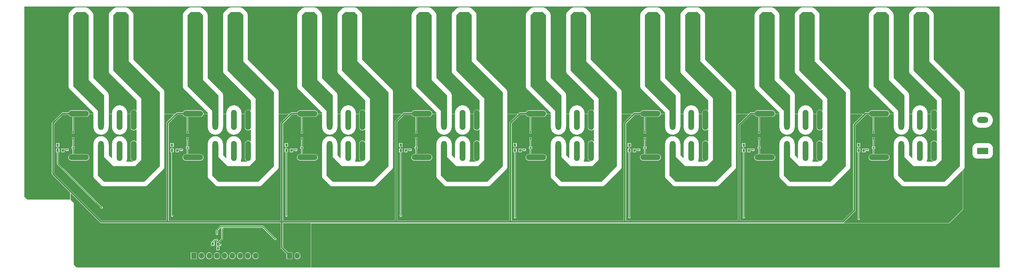
<source format=gbl>
%FSLAX23Y23*%
%MOIN*%
%SFA1B1*%

%IPPOS*%
%AMD44*
4,1,8,-0.070900,0.000000,-0.070900,0.000000,-0.031500,-0.039400,0.031500,-0.039400,0.070900,0.000000,0.070900,0.000000,0.031500,0.039400,-0.031500,0.039400,-0.070900,0.000000,0.0*
1,1,0.078740,-0.031500,0.000000*
1,1,0.078740,-0.031500,0.000000*
1,1,0.078740,0.031500,0.000000*
1,1,0.078740,0.031500,0.000000*
%
%AMD45*
4,1,8,-0.070900,0.034600,-0.070900,-0.034600,-0.066100,-0.039400,0.066100,-0.039400,0.070900,-0.034600,0.070900,0.034600,0.066100,0.039400,-0.066100,0.039400,-0.070900,0.034600,0.0*
1,1,0.009440,-0.066100,0.034600*
1,1,0.009440,-0.066100,-0.034600*
1,1,0.009440,0.066100,-0.034600*
1,1,0.009440,0.066100,0.034600*
%
%AMD46*
4,1,8,0.000000,0.038400,0.000000,0.038400,-0.033500,0.004900,-0.033500,-0.004900,0.000000,-0.038400,0.000000,-0.038400,0.033500,-0.004900,0.033500,0.004900,0.000000,0.038400,0.0*
1,1,0.066940,0.000000,0.004900*
1,1,0.066940,0.000000,0.004900*
1,1,0.066940,0.000000,-0.004900*
1,1,0.066940,0.000000,-0.004900*
%
%AMD47*
4,1,8,0.028400,0.038400,-0.028400,0.038400,-0.033500,0.033400,-0.033500,-0.033400,-0.028400,-0.038400,0.028400,-0.038400,0.033500,-0.033400,0.033500,0.033400,0.028400,0.038400,0.0*
1,1,0.010040,0.028400,0.033400*
1,1,0.010040,-0.028400,0.033400*
1,1,0.010040,-0.028400,-0.033400*
1,1,0.010040,0.028400,-0.033400*
%
%AMD54*
4,1,8,0.008900,-0.009600,0.008900,0.009600,0.006600,0.011800,-0.006600,0.011800,-0.008900,0.009600,-0.008900,-0.009600,-0.006600,-0.011800,0.006600,-0.011800,0.008900,-0.009600,0.0*
1,1,0.004440,0.006600,-0.009600*
1,1,0.004440,0.006600,0.009600*
1,1,0.004440,-0.006600,0.009600*
1,1,0.004440,-0.006600,-0.009600*
%
%ADD40C,0.008660*%
%ADD41C,0.013780*%
%ADD42C,0.019680*%
%ADD43C,0.118110*%
G04~CAMADD=44~8~0.0~0.0~787.4~1417.3~393.7~0.0~15~0.0~0.0~0.0~0.0~0~0.0~0.0~0.0~0.0~0~0.0~0.0~0.0~90.0~1418.0~788.0*
%ADD44D44*%
G04~CAMADD=45~8~0.0~0.0~787.4~1417.3~47.2~0.0~15~0.0~0.0~0.0~0.0~0~0.0~0.0~0.0~0.0~0~0.0~0.0~0.0~90.0~1418.0~788.0*
%ADD45D45*%
G04~CAMADD=46~8~0.0~0.0~669.3~767.7~334.7~0.0~15~0.0~0.0~0.0~0.0~0~0.0~0.0~0.0~0.0~0~0.0~0.0~0.0~0.0~669.3~767.7*
%ADD46D46*%
G04~CAMADD=47~8~0.0~0.0~669.3~767.7~50.2~0.0~15~0.0~0.0~0.0~0.0~0~0.0~0.0~0.0~0.0~0~0.0~0.0~0.0~0.0~669.3~767.7*
%ADD47D47*%
%ADD48O,0.072840X0.255910*%
%ADD49O,0.255910X0.072840*%
%ADD50C,0.224410*%
%ADD51C,0.017720*%
%ADD52R,0.031500X0.037400*%
%ADD53R,0.027560X0.017720*%
G04~CAMADD=54~8~0.0~0.0~236.2~177.2~22.2~0.0~15~0.0~0.0~0.0~0.0~0~0.0~0.0~0.0~0.0~0~0.0~0.0~0.0~270.0~178.0~236.0*
%ADD54D54*%
%LNbenchy-relays-pcb-1*%
%LPD*%
G36*
X11220Y3425D02*
Y2598D01*
X11417Y2401*
Y2007*
X11338*
Y2204*
X11023Y2519*
Y3425*
X11062Y3464*
X11181*
X11220Y3425*
G37*
G36*
X9763D02*
Y2598D01*
X9960Y2401*
Y2007*
X9881*
Y2204*
X9566Y2519*
Y3425*
X9606Y3464*
X9724*
X9763Y3425*
G37*
G36*
X8307D02*
Y2598D01*
X8503Y2401*
Y2007*
X8425*
Y2204*
X8110Y2519*
Y3425*
X8149Y3464*
X8267*
X8307Y3425*
G37*
G36*
X6850D02*
Y2598D01*
X7047Y2401*
Y2007*
X6968*
Y2204*
X6653Y2519*
Y3425*
X6692Y3464*
X6811*
X6850Y3425*
G37*
G36*
X5393D02*
Y2598D01*
X5590Y2401*
Y2007*
X5511*
Y2204*
X5196Y2519*
Y3425*
X5236Y3464*
X5354*
X5393Y3425*
G37*
G36*
X3937D02*
Y2598D01*
X4133Y2401*
Y2007*
X4055*
Y2204*
X3740Y2519*
Y3425*
X3779Y3464*
X3897*
X3937Y3425*
G37*
G36*
X2480D02*
Y2598D01*
X2677Y2401*
Y2007*
X2598*
Y2204*
X2283Y2519*
Y3425*
X2322Y3464*
X2440*
X2480Y3425*
G37*
G36*
X1023D02*
Y2598D01*
X1220Y2401*
Y2007*
X1141*
Y2204*
X826Y2519*
Y3425*
X866Y3464*
X984*
X1023Y3425*
G37*
G36*
X11230Y2160D02*
X11230Y2160D01*
X11230*
X11231Y2160*
X11279*
Y2007*
X11279Y2003*
X11280Y1999*
X11280Y1995*
X11281Y1991*
X11282Y1988*
X11283Y1984*
X11283Y1979*
X11284Y1973*
X11286Y1968*
X11287Y1963*
X11289Y1958*
X11291Y1953*
X11294Y1948*
X11297Y1944*
X11300Y1939*
X11303Y1935*
X11306Y1931*
X11310Y1927*
X11314Y1923*
X11318Y1920*
X11322Y1917*
X11327Y1914*
X11331Y1911*
X11336Y1909*
X11341Y1906*
X11346Y1904*
X11351Y1903*
X11356Y1901*
X11361Y1900*
X11367Y1900*
X11372Y1899*
X11377Y1899*
X11383Y1899*
X11388Y1900*
X11393Y1900*
X11399Y1901*
X11404Y1903*
X11409Y1904*
X11414Y1906*
X11419Y1909*
X11424Y1911*
X11428Y1914*
X11433Y1917*
X11437Y1920*
X11441Y1923*
X11445Y1927*
X11449Y1931*
X11452Y1935*
X11455Y1939*
X11458Y1944*
X11461Y1948*
X11464Y1953*
X11466Y1958*
X11468Y1963*
X11469Y1968*
X11471Y1973*
X11472Y1979*
X11472Y1984*
X11473Y1988*
X11474Y1991*
X11475Y1995*
X11475Y1999*
X11476Y2003*
X11476Y2007*
Y2160*
X11518*
Y1995*
X11518Y1989*
X11519Y1984*
X11520Y1979*
X11521Y1973*
X11522Y1968*
X11524Y1963*
X11525Y1958*
X11528Y1953*
X11530Y1948*
X11533Y1944*
X11536Y1939*
X11539Y1935*
X11542Y1931*
X11546Y1927*
X11550Y1923*
X11554Y1920*
X11558Y1917*
X11563Y1914*
X11567Y1911*
X11572Y1909*
X11577Y1906*
X11582Y1904*
X11587Y1903*
X11592Y1901*
X11598Y1900*
X11603Y1900*
X11608Y1899*
X11614Y1899*
X11619Y1899*
X11624Y1900*
X11630Y1900*
X11635Y1901*
X11640Y1903*
X11645Y1904*
X11650Y1906*
X11655Y1909*
X11660Y1911*
X11664Y1914*
X11669Y1917*
X11673Y1920*
X11677Y1923*
X11681Y1927*
X11685Y1931*
X11688Y1935*
X11692Y1939*
X11695Y1944*
X11697Y1948*
X11700Y1953*
X11702Y1958*
X11704Y1963*
X11705Y1968*
X11707Y1973*
X11708Y1979*
X11709Y1984*
X11709Y1989*
X11709Y1995*
Y2160*
X11753*
Y1995*
X11753Y1991*
X11754Y1988*
X11754Y1985*
X11755Y1982*
X11756Y1979*
X11758Y1976*
X11759Y1973*
X11761Y1970*
X11763Y1968*
X11765Y1965*
X11768Y1963*
X11770Y1961*
X11773Y1959*
X11776Y1958*
X11779Y1956*
X11782Y1955*
X11785Y1954*
X11788Y1954*
X11792Y1953*
X11795Y1953*
X11798Y1953*
X11801Y1954*
X11804Y1954*
X11808Y1955*
X11811Y1956*
X11814Y1958*
X11816Y1959*
X11819Y1961*
X11822Y1963*
X11824Y1965*
X11826Y1968*
X11826Y1968*
X11830Y1966*
Y1812*
X11826Y1811*
X11826*
X11824Y1813*
X11822Y1815*
X11819Y1817*
X11816Y1819*
X11814Y1821*
X11811Y1822*
X11808Y1823*
X11804Y1824*
X11801Y1825*
X11798Y1825*
X11795Y1825*
X11792Y1825*
X11788Y1825*
X11785Y1824*
X11782Y1823*
X11779Y1822*
X11776Y1821*
X11773Y1819*
X11770Y1817*
X11768Y1815*
X11765Y1813*
X11763Y1811*
X11761Y1808*
X11759Y1806*
X11758Y1803*
X11756Y1800*
X11755Y1797*
X11754Y1794*
X11754Y1790*
X11753Y1787*
X11753Y1784*
Y1601*
X11753Y1598*
X11754Y1594*
X11754Y1591*
X11755Y1588*
X11756Y1585*
X11758Y1582*
X11759Y1579*
X11761Y1577*
X11763Y1574*
X11765Y1572*
X11768Y1569*
X11770Y1567*
X11773Y1566*
X11776Y1564*
X11779Y1563*
X11782Y1561*
X11784Y1561*
X11785Y1558*
X11785Y1557*
X11784Y1555*
X11702*
X11699Y1559*
X11700Y1559*
X11702Y1564*
X11704Y1569*
X11705Y1574*
X11707Y1580*
X11708Y1585*
X11709Y1590*
X11709Y1596*
X11709Y1601*
Y1784*
X11709Y1789*
X11709Y1795*
X11708Y1800*
X11707Y1805*
X11705Y1810*
X11704Y1815*
X11702Y1821*
X11700Y1825*
X11697Y1830*
X11695Y1835*
X11692Y1839*
X11688Y1844*
X11685Y1848*
X11681Y1851*
X11677Y1855*
X11673Y1859*
X11669Y1862*
X11664Y1865*
X11660Y1868*
X11655Y1870*
X11650Y1872*
X11645Y1874*
X11640Y1876*
X11635Y1877*
X11630Y1878*
X11624Y1879*
X11619Y1879*
X11614Y1879*
X11608Y1879*
X11603Y1879*
X11598Y1878*
X11592Y1877*
X11587Y1876*
X11582Y1874*
X11577Y1872*
X11572Y1870*
X11567Y1868*
X11563Y1865*
X11558Y1862*
X11554Y1859*
X11550Y1855*
X11546Y1851*
X11542Y1848*
X11539Y1844*
X11536Y1839*
X11533Y1835*
X11530Y1830*
X11528Y1825*
X11525Y1821*
X11524Y1815*
X11522Y1810*
X11521Y1805*
X11520Y1800*
X11519Y1795*
X11518Y1789*
X11518Y1784*
Y1601*
X11516Y1600*
X11515Y1599*
X11476Y1638*
Y1771*
X11476Y1775*
X11475Y1780*
X11475Y1784*
X11474Y1788*
X11473Y1790*
X11472Y1795*
X11472Y1800*
X11471Y1805*
X11469Y1810*
X11468Y1815*
X11466Y1821*
X11464Y1825*
X11461Y1830*
X11458Y1835*
X11455Y1839*
X11452Y1844*
X11449Y1848*
X11445Y1851*
X11441Y1855*
X11437Y1859*
X11433Y1862*
X11428Y1865*
X11424Y1868*
X11419Y1870*
X11414Y1872*
X11409Y1874*
X11404Y1876*
X11399Y1877*
X11393Y1878*
X11388Y1879*
X11383Y1879*
X11377Y1879*
X11372Y1879*
X11367Y1879*
X11361Y1878*
X11356Y1877*
X11351Y1876*
X11346Y1874*
X11341Y1872*
X11336Y1870*
X11331Y1868*
X11327Y1865*
X11322Y1862*
X11318Y1859*
X11314Y1855*
X11310Y1851*
X11306Y1848*
X11303Y1844*
X11300Y1839*
X11297Y1835*
X11294Y1830*
X11291Y1825*
X11289Y1821*
X11287Y1815*
X11286Y1810*
X11284Y1805*
X11283Y1800*
X11283Y1795*
X11282Y1790*
X11281Y1788*
X11280Y1784*
X11280Y1780*
X11279Y1775*
X11279Y1771*
Y1377*
X11279Y1373*
X11280Y1369*
X11280Y1365*
X11281Y1361*
X11283Y1357*
X11284Y1353*
X11286Y1349*
X11288Y1346*
X11291Y1342*
X11293Y1339*
X11296Y1336*
X11375Y1257*
X11378Y1254*
X11381Y1251*
X11385Y1249*
X11389Y1247*
X11392Y1245*
X11396Y1243*
X11400Y1242*
X11404Y1241*
X11408Y1240*
X11413Y1240*
X11417Y1240*
X11929*
X11933Y1240*
X11937Y1240*
X11941Y1241*
X11945Y1242*
X11949Y1243*
X11953Y1245*
X11957Y1247*
X11961Y1249*
X11964Y1251*
X11967Y1254*
X11970Y1257*
X12156Y1443*
X12160Y1441*
Y946*
X11986Y772*
X10645*
X10644Y776*
X10644Y776*
X10790Y922*
X10791Y924*
X10792Y925*
X10793Y927*
X10793Y929*
X10794Y931*
X10794Y933*
Y2021*
X10927Y2154*
X10964*
X10964Y2153*
X10966Y2150*
X10967Y2147*
X10969Y2144*
X10971Y2142*
X10973Y2139*
X10976Y2137*
X10978Y2135*
X10981Y2133*
X10984Y2132*
X10987Y2131*
X10990Y2129*
X10993Y2128*
X10996Y2128*
X10999Y2127*
X11002Y2127*
X11014*
Y1947*
X11014Y1947*
X11012Y1946*
X11011Y1945*
X11010Y1944*
X11010Y1943*
X11009Y1942*
X11009Y1940*
Y1921*
X11009Y1920*
X11010Y1918*
X11010Y1917*
X11011Y1916*
X11012Y1915*
X11014Y1914*
X11015Y1914*
X11016Y1914*
X11030*
X11031Y1914*
X11033Y1914*
X11034Y1915*
X11035Y1916*
X11036Y1917*
X11036Y1918*
X11037Y1920*
X11037Y1921*
Y1940*
X11037Y1942*
X11036Y1943*
X11036Y1944*
X11035Y1945*
X11034Y1946*
X11033Y1947*
X11032Y1947*
Y2127*
X11186*
X11189Y2127*
X11192Y2128*
X11195Y2128*
X11198Y2129*
X11201Y2131*
X11204Y2132*
X11207Y2133*
X11210Y2135*
X11212Y2137*
X11215Y2139*
X11217Y2142*
X11219Y2144*
X11221Y2147*
X11222Y2150*
X11224Y2153*
X11225Y2156*
X11225Y2158*
X11226Y2158*
X11226Y2158*
X11226Y2158*
X11227Y2159*
X11229Y2160*
X11230Y2160*
X11230Y2160*
G37*
G36*
X9773D02*
X9774Y2160D01*
X9774*
X9774Y2160*
X9822*
Y2007*
X9822Y2003*
X9823Y1999*
X9824Y1995*
X9825Y1991*
X9825Y1988*
X9826Y1984*
X9827Y1979*
X9828Y1973*
X9829Y1968*
X9831Y1963*
X9833Y1958*
X9835Y1953*
X9837Y1948*
X9840Y1944*
X9843Y1939*
X9846Y1935*
X9850Y1931*
X9853Y1927*
X9857Y1923*
X9861Y1920*
X9865Y1917*
X9870Y1914*
X9875Y1911*
X9879Y1909*
X9884Y1906*
X9889Y1904*
X9894Y1903*
X9900Y1901*
X9905Y1900*
X9910Y1900*
X9915Y1899*
X9921Y1899*
X9926Y1899*
X9931Y1900*
X9937Y1900*
X9942Y1901*
X9947Y1903*
X9952Y1904*
X9957Y1906*
X9962Y1909*
X9967Y1911*
X9972Y1914*
X9976Y1917*
X9980Y1920*
X9984Y1923*
X9988Y1927*
X9992Y1931*
X9995Y1935*
X9999Y1939*
X10002Y1944*
X10004Y1948*
X10007Y1953*
X10009Y1958*
X10011Y1963*
X10013Y1968*
X10014Y1973*
X10015Y1979*
X10016Y1984*
X10016Y1988*
X10017Y1991*
X10018Y1995*
X10019Y1999*
X10019Y2003*
X10019Y2007*
Y2160*
X10061*
Y1995*
X10062Y1989*
X10062Y1984*
X10063Y1979*
X10064Y1973*
X10065Y1968*
X10067Y1963*
X10069Y1958*
X10071Y1953*
X10073Y1948*
X10076Y1944*
X10079Y1939*
X10082Y1935*
X10086Y1931*
X10089Y1927*
X10093Y1923*
X10097Y1920*
X10102Y1917*
X10106Y1914*
X10111Y1911*
X10116Y1909*
X10120Y1906*
X10125Y1904*
X10131Y1903*
X10136Y1901*
X10141Y1900*
X10146Y1900*
X10152Y1899*
X10157Y1899*
X10162Y1899*
X10168Y1900*
X10173Y1900*
X10178Y1901*
X10183Y1903*
X10189Y1904*
X10194Y1906*
X10198Y1909*
X10203Y1911*
X10208Y1914*
X10212Y1917*
X10217Y1920*
X10221Y1923*
X10225Y1927*
X10228Y1931*
X10232Y1935*
X10235Y1939*
X10238Y1944*
X10241Y1948*
X10243Y1953*
X10245Y1958*
X10247Y1963*
X10249Y1968*
X10250Y1973*
X10251Y1979*
X10252Y1984*
X10252Y1989*
X10252Y1995*
Y2160*
X10297*
Y1995*
X10297Y1991*
X10297Y1988*
X10298Y1985*
X10299Y1982*
X10300Y1979*
X10301Y1976*
X10303Y1973*
X10305Y1970*
X10307Y1968*
X10309Y1965*
X10311Y1963*
X10314Y1961*
X10316Y1959*
X10319Y1958*
X10322Y1956*
X10325Y1955*
X10328Y1954*
X10332Y1954*
X10335Y1953*
X10338Y1953*
X10341Y1953*
X10345Y1954*
X10348Y1954*
X10351Y1955*
X10354Y1956*
X10357Y1958*
X10360Y1959*
X10362Y1961*
X10365Y1963*
X10367Y1965*
X10370Y1968*
X10370Y1968*
X10373Y1966*
Y1812*
X10370Y1811*
X10370*
X10367Y1813*
X10365Y1815*
X10362Y1817*
X10360Y1819*
X10357Y1821*
X10354Y1822*
X10351Y1823*
X10348Y1824*
X10345Y1825*
X10341Y1825*
X10338Y1825*
X10335Y1825*
X10332Y1825*
X10328Y1824*
X10325Y1823*
X10322Y1822*
X10319Y1821*
X10316Y1819*
X10314Y1817*
X10311Y1815*
X10309Y1813*
X10307Y1811*
X10305Y1808*
X10303Y1806*
X10301Y1803*
X10300Y1800*
X10299Y1797*
X10298Y1794*
X10297Y1790*
X10297Y1787*
X10297Y1784*
Y1601*
X10297Y1598*
X10297Y1594*
X10298Y1591*
X10299Y1588*
X10300Y1585*
X10301Y1582*
X10303Y1579*
X10305Y1577*
X10307Y1574*
X10309Y1572*
X10311Y1569*
X10314Y1567*
X10316Y1566*
X10319Y1564*
X10322Y1563*
X10325Y1561*
X10327Y1561*
X10329Y1558*
X10329Y1557*
X10327Y1555*
X10245*
X10243Y1559*
X10243Y1559*
X10245Y1564*
X10247Y1569*
X10249Y1574*
X10250Y1580*
X10251Y1585*
X10252Y1590*
X10252Y1596*
X10252Y1601*
Y1784*
X10252Y1789*
X10252Y1795*
X10251Y1800*
X10250Y1805*
X10249Y1810*
X10247Y1815*
X10245Y1821*
X10243Y1825*
X10241Y1830*
X10238Y1835*
X10235Y1839*
X10232Y1844*
X10228Y1848*
X10225Y1851*
X10221Y1855*
X10217Y1859*
X10212Y1862*
X10208Y1865*
X10203Y1868*
X10198Y1870*
X10194Y1872*
X10189Y1874*
X10183Y1876*
X10178Y1877*
X10173Y1878*
X10168Y1879*
X10162Y1879*
X10157Y1879*
X10152Y1879*
X10146Y1879*
X10141Y1878*
X10136Y1877*
X10131Y1876*
X10125Y1874*
X10120Y1872*
X10116Y1870*
X10111Y1868*
X10106Y1865*
X10102Y1862*
X10097Y1859*
X10093Y1855*
X10089Y1851*
X10086Y1848*
X10082Y1844*
X10079Y1839*
X10076Y1835*
X10073Y1830*
X10071Y1825*
X10069Y1821*
X10067Y1815*
X10065Y1810*
X10064Y1805*
X10063Y1800*
X10062Y1795*
X10062Y1789*
X10061Y1784*
Y1601*
X10060Y1600*
X10058Y1599*
X10019Y1638*
Y1771*
X10019Y1775*
X10019Y1780*
X10018Y1784*
X10017Y1788*
X10016Y1790*
X10016Y1795*
X10015Y1800*
X10014Y1805*
X10013Y1810*
X10011Y1815*
X10009Y1821*
X10007Y1825*
X10004Y1830*
X10002Y1835*
X9999Y1839*
X9995Y1844*
X9992Y1848*
X9988Y1851*
X9984Y1855*
X9980Y1859*
X9976Y1862*
X9972Y1865*
X9967Y1868*
X9962Y1870*
X9957Y1872*
X9952Y1874*
X9947Y1876*
X9942Y1877*
X9937Y1878*
X9931Y1879*
X9926Y1879*
X9921Y1879*
X9915Y1879*
X9910Y1879*
X9905Y1878*
X9900Y1877*
X9894Y1876*
X9889Y1874*
X9884Y1872*
X9879Y1870*
X9875Y1868*
X9870Y1865*
X9865Y1862*
X9861Y1859*
X9857Y1855*
X9853Y1851*
X9850Y1848*
X9846Y1844*
X9843Y1839*
X9840Y1835*
X9837Y1830*
X9835Y1825*
X9833Y1821*
X9831Y1815*
X9829Y1810*
X9828Y1805*
X9827Y1800*
X9826Y1795*
X9825Y1790*
X9825Y1788*
X9824Y1784*
X9823Y1780*
X9822Y1775*
X9822Y1771*
Y1377*
X9822Y1375*
X9822Y1373*
X9823Y1369*
X9824Y1365*
X9825Y1361*
X9826Y1357*
X9828Y1353*
X9830Y1349*
X9832Y1346*
X9834Y1342*
X9837Y1339*
X9840Y1336*
X9918Y1257*
X9921Y1254*
X9925Y1251*
X9928Y1249*
X9932Y1247*
X9936Y1245*
X9939Y1243*
X9943Y1242*
X9948Y1241*
X9952Y1240*
X9956Y1240*
X9960Y1240*
X10472*
X10476Y1240*
X10480Y1240*
X10485Y1241*
X10489Y1242*
X10493Y1243*
X10496Y1245*
X10500Y1247*
X10504Y1249*
X10507Y1251*
X10511Y1254*
X10514Y1257*
X10711Y1454*
X10713Y1457*
X10716Y1460*
X10719Y1464*
X10721Y1467*
X10723Y1471*
X10724Y1475*
X10725Y1479*
X10727Y1483*
X10727Y1487*
X10728Y1491*
X10728Y1496*
Y2160*
X10886*
X10887Y2156*
X10769Y2038*
X10767Y2036*
X10766Y2035*
X10765Y2033*
X10765Y2031*
X10764Y2029*
X10764Y2027*
Y939*
X10627Y802*
X9325*
Y2013*
X9466Y2154*
X9507*
X9507Y2153*
X9509Y2150*
X9510Y2147*
X9512Y2144*
X9514Y2142*
X9516Y2139*
X9519Y2137*
X9521Y2135*
X9524Y2133*
X9527Y2132*
X9530Y2131*
X9533Y2129*
X9536Y2128*
X9539Y2128*
X9543Y2127*
X9546Y2127*
X9557*
Y1947*
X9557Y1947*
X9556Y1946*
X9555Y1945*
X9554Y1944*
X9553Y1943*
X9553Y1942*
X9553Y1940*
Y1921*
X9553Y1920*
X9553Y1918*
X9554Y1917*
X9555Y1916*
X9556Y1915*
X9557Y1914*
X9558Y1914*
X9560Y1914*
X9573*
X9574Y1914*
X9576Y1914*
X9577Y1915*
X9578Y1916*
X9579Y1917*
X9580Y1918*
X9580Y1920*
X9580Y1921*
Y1940*
X9580Y1942*
X9580Y1943*
X9579Y1944*
X9578Y1945*
X9577Y1946*
X9576Y1947*
X9576Y1947*
Y2127*
X9729*
X9732Y2127*
X9735Y2128*
X9739Y2128*
X9742Y2129*
X9745Y2131*
X9748Y2132*
X9750Y2133*
X9753Y2135*
X9756Y2137*
X9758Y2139*
X9760Y2142*
X9762Y2144*
X9764Y2147*
X9766Y2150*
X9767Y2153*
X9768Y2156*
X9769Y2158*
X9769Y2158*
X9769Y2158*
X9769Y2158*
X9770Y2159*
X9772Y2160*
X9773Y2160*
X9773Y2160*
G37*
G36*
X8317D02*
X8317Y2160D01*
X8317*
X8317Y2160*
X8366*
Y2007*
X8366Y2003*
X8366Y1999*
X8367Y1995*
X8368Y1991*
X8369Y1988*
X8369Y1984*
X8370Y1979*
X8371Y1973*
X8372Y1968*
X8374Y1963*
X8376Y1958*
X8378Y1953*
X8380Y1948*
X8383Y1944*
X8386Y1939*
X8389Y1935*
X8393Y1931*
X8397Y1927*
X8400Y1923*
X8405Y1920*
X8409Y1917*
X8413Y1914*
X8418Y1911*
X8423Y1909*
X8428Y1906*
X8433Y1904*
X8438Y1903*
X8443Y1901*
X8448Y1900*
X8453Y1900*
X8459Y1899*
X8464Y1899*
X8469Y1899*
X8475Y1900*
X8480Y1900*
X8485Y1901*
X8491Y1903*
X8496Y1904*
X8501Y1906*
X8506Y1909*
X8510Y1911*
X8515Y1914*
X8519Y1917*
X8524Y1920*
X8528Y1923*
X8532Y1927*
X8535Y1931*
X8539Y1935*
X8542Y1939*
X8545Y1944*
X8548Y1948*
X8550Y1953*
X8552Y1958*
X8554Y1963*
X8556Y1968*
X8557Y1973*
X8558Y1979*
X8559Y1984*
X8559Y1988*
X8560Y1991*
X8561Y1995*
X8562Y1999*
X8562Y2003*
X8563Y2007*
Y2160*
X8605*
Y1995*
X8605Y1989*
X8605Y1984*
X8606Y1979*
X8607Y1973*
X8609Y1968*
X8610Y1963*
X8612Y1958*
X8614Y1953*
X8617Y1948*
X8619Y1944*
X8622Y1939*
X8626Y1935*
X8629Y1931*
X8633Y1927*
X8637Y1923*
X8641Y1920*
X8645Y1917*
X8649Y1914*
X8654Y1911*
X8659Y1909*
X8664Y1906*
X8669Y1904*
X8674Y1903*
X8679Y1901*
X8684Y1900*
X8690Y1900*
X8695Y1899*
X8700Y1899*
X8706Y1899*
X8711Y1900*
X8716Y1900*
X8722Y1901*
X8727Y1903*
X8732Y1904*
X8737Y1906*
X8742Y1909*
X8746Y1911*
X8751Y1914*
X8756Y1917*
X8760Y1920*
X8764Y1923*
X8768Y1927*
X8772Y1931*
X8775Y1935*
X8778Y1939*
X8781Y1944*
X8784Y1948*
X8786Y1953*
X8789Y1958*
X8790Y1963*
X8792Y1968*
X8793Y1973*
X8794Y1979*
X8795Y1984*
X8796Y1989*
X8796Y1995*
Y2160*
X8840*
Y1995*
X8840Y1991*
X8840Y1988*
X8841Y1985*
X8842Y1982*
X8843Y1979*
X8844Y1976*
X8846Y1973*
X8848Y1970*
X8850Y1968*
X8852Y1965*
X8854Y1963*
X8857Y1961*
X8860Y1959*
X8863Y1958*
X8866Y1956*
X8869Y1955*
X8872Y1954*
X8875Y1954*
X8878Y1953*
X8881Y1953*
X8885Y1953*
X8888Y1954*
X8891Y1954*
X8894Y1955*
X8897Y1956*
X8900Y1958*
X8903Y1959*
X8906Y1961*
X8908Y1963*
X8911Y1965*
X8913Y1968*
X8913Y1968*
X8917Y1966*
Y1812*
X8913Y1811*
X8913*
X8911Y1813*
X8908Y1815*
X8906Y1817*
X8903Y1819*
X8900Y1821*
X8897Y1822*
X8894Y1823*
X8891Y1824*
X8888Y1825*
X8885Y1825*
X8881Y1825*
X8878Y1825*
X8875Y1825*
X8872Y1824*
X8869Y1823*
X8866Y1822*
X8863Y1821*
X8860Y1819*
X8857Y1817*
X8854Y1815*
X8852Y1813*
X8850Y1811*
X8848Y1808*
X8846Y1806*
X8844Y1803*
X8843Y1800*
X8842Y1797*
X8841Y1794*
X8840Y1790*
X8840Y1787*
X8840Y1784*
Y1601*
X8840Y1598*
X8840Y1594*
X8841Y1591*
X8842Y1588*
X8843Y1585*
X8844Y1582*
X8846Y1579*
X8848Y1577*
X8850Y1574*
X8852Y1572*
X8854Y1569*
X8857Y1567*
X8860Y1566*
X8863Y1564*
X8866Y1563*
X8869Y1561*
X8871Y1561*
X8872Y1558*
X8872Y1557*
X8871Y1555*
X8788*
X8786Y1559*
X8786Y1559*
X8789Y1564*
X8790Y1569*
X8792Y1574*
X8793Y1580*
X8794Y1585*
X8795Y1590*
X8796Y1596*
X8796Y1601*
Y1784*
X8796Y1789*
X8795Y1795*
X8794Y1800*
X8793Y1805*
X8792Y1810*
X8790Y1815*
X8789Y1821*
X8786Y1825*
X8784Y1830*
X8781Y1835*
X8778Y1839*
X8775Y1844*
X8772Y1848*
X8768Y1851*
X8764Y1855*
X8760Y1859*
X8756Y1862*
X8751Y1865*
X8746Y1868*
X8742Y1870*
X8737Y1872*
X8732Y1874*
X8727Y1876*
X8722Y1877*
X8716Y1878*
X8711Y1879*
X8706Y1879*
X8700Y1879*
X8695Y1879*
X8690Y1879*
X8684Y1878*
X8679Y1877*
X8674Y1876*
X8669Y1874*
X8664Y1872*
X8659Y1870*
X8654Y1868*
X8649Y1865*
X8645Y1862*
X8641Y1859*
X8637Y1855*
X8633Y1851*
X8629Y1848*
X8626Y1844*
X8622Y1839*
X8619Y1835*
X8617Y1830*
X8614Y1825*
X8612Y1821*
X8610Y1815*
X8609Y1810*
X8607Y1805*
X8606Y1800*
X8605Y1795*
X8605Y1789*
X8605Y1784*
Y1601*
X8603Y1600*
X8601Y1599*
X8563Y1638*
Y1771*
X8562Y1775*
X8562Y1780*
X8561Y1784*
X8560Y1788*
X8559Y1790*
X8559Y1795*
X8558Y1800*
X8557Y1805*
X8556Y1810*
X8554Y1815*
X8552Y1821*
X8550Y1825*
X8548Y1830*
X8545Y1835*
X8542Y1839*
X8539Y1844*
X8535Y1848*
X8532Y1851*
X8528Y1855*
X8524Y1859*
X8519Y1862*
X8515Y1865*
X8510Y1868*
X8506Y1870*
X8501Y1872*
X8496Y1874*
X8491Y1876*
X8485Y1877*
X8480Y1878*
X8475Y1879*
X8469Y1879*
X8464Y1879*
X8459Y1879*
X8453Y1879*
X8448Y1878*
X8443Y1877*
X8438Y1876*
X8433Y1874*
X8428Y1872*
X8423Y1870*
X8418Y1868*
X8413Y1865*
X8409Y1862*
X8405Y1859*
X8400Y1855*
X8397Y1851*
X8393Y1848*
X8389Y1844*
X8386Y1839*
X8383Y1835*
X8380Y1830*
X8378Y1825*
X8376Y1821*
X8374Y1815*
X8372Y1810*
X8371Y1805*
X8370Y1800*
X8369Y1795*
X8369Y1790*
X8368Y1788*
X8367Y1784*
X8366Y1780*
X8366Y1775*
X8366Y1771*
Y1377*
X8366Y1373*
X8366Y1369*
X8367Y1365*
X8368Y1361*
X8369Y1357*
X8371Y1353*
X8373Y1349*
X8375Y1346*
X8377Y1342*
X8380Y1339*
X8383Y1336*
X8462Y1257*
X8465Y1254*
X8468Y1251*
X8471Y1249*
X8475Y1247*
X8479Y1245*
X8483Y1243*
X8487Y1242*
X8491Y1241*
X8495Y1240*
X8499Y1240*
X8503Y1240*
X9015*
X9019Y1240*
X9024Y1240*
X9028Y1241*
X9032Y1242*
X9036Y1243*
X9040Y1245*
X9044Y1247*
X9047Y1249*
X9051Y1251*
X9054Y1254*
X9057Y1257*
X9254Y1454*
X9257Y1457*
X9259Y1460*
X9262Y1464*
X9264Y1467*
X9266Y1471*
X9267Y1475*
X9269Y1479*
X9270Y1483*
X9271Y1487*
X9271Y1491*
X9271Y1496*
Y2160*
X9425*
X9427Y2156*
X9300Y2030*
X9299Y2028*
X9298Y2027*
X9297Y2025*
X9296Y2023*
X9296Y2021*
X9296Y2019*
Y802*
X7869*
Y2041*
X7982Y2154*
X8050*
X8051Y2153*
X8052Y2150*
X8054Y2147*
X8056Y2144*
X8058Y2142*
X8060Y2139*
X8062Y2137*
X8065Y2135*
X8067Y2133*
X8070Y2132*
X8073Y2131*
X8076Y2129*
X8079Y2128*
X8083Y2128*
X8086Y2127*
X8089Y2127*
X8100*
Y1947*
X8100Y1947*
X8099Y1946*
X8098Y1945*
X8097Y1944*
X8096Y1943*
X8096Y1942*
X8096Y1940*
Y1921*
X8096Y1920*
X8096Y1918*
X8097Y1917*
X8098Y1916*
X8099Y1915*
X8100Y1914*
X8102Y1914*
X8103Y1914*
X8116*
X8118Y1914*
X8119Y1914*
X8120Y1915*
X8122Y1916*
X8122Y1917*
X8123Y1918*
X8123Y1920*
X8124Y1921*
Y1940*
X8123Y1942*
X8123Y1943*
X8122Y1944*
X8122Y1945*
X8120Y1946*
X8119Y1947*
X8119Y1947*
Y2127*
X8272*
X8275Y2127*
X8279Y2128*
X8282Y2128*
X8285Y2129*
X8288Y2131*
X8291Y2132*
X8294Y2133*
X8297Y2135*
X8299Y2137*
X8301Y2139*
X8304Y2142*
X8306Y2144*
X8307Y2147*
X8309Y2150*
X8310Y2153*
X8312Y2156*
X8312Y2158*
X8312Y2158*
X8313Y2158*
X8313Y2158*
X8314Y2159*
X8316Y2160*
X8316Y2160*
X8317Y2160*
G37*
G36*
X6860D02*
X6860Y2160D01*
X6860*
X6860Y2160*
X6909*
Y2007*
X6909Y2003*
X6910Y1999*
X6910Y1995*
X6911Y1991*
X6912Y1988*
X6912Y1984*
X6913Y1979*
X6914Y1973*
X6916Y1968*
X6917Y1963*
X6919Y1958*
X6921Y1953*
X6924Y1948*
X6927Y1944*
X6929Y1939*
X6933Y1935*
X6936Y1931*
X6940Y1927*
X6944Y1923*
X6948Y1920*
X6952Y1917*
X6957Y1914*
X6961Y1911*
X6966Y1909*
X6971Y1906*
X6976Y1904*
X6981Y1903*
X6986Y1901*
X6991Y1900*
X6997Y1900*
X7002Y1899*
X7007Y1899*
X7013Y1899*
X7018Y1900*
X7023Y1900*
X7029Y1901*
X7034Y1903*
X7039Y1904*
X7044Y1906*
X7049Y1909*
X7054Y1911*
X7058Y1914*
X7063Y1917*
X7067Y1920*
X7071Y1923*
X7075Y1927*
X7079Y1931*
X7082Y1935*
X7085Y1939*
X7088Y1944*
X7091Y1948*
X7093Y1953*
X7096Y1958*
X7098Y1963*
X7099Y1968*
X7100Y1973*
X7102Y1979*
X7102Y1984*
X7103Y1988*
X7103Y1991*
X7104Y1995*
X7105Y1999*
X7106Y2003*
X7106Y2007*
Y2160*
X7148*
Y1995*
X7148Y1989*
X7149Y1984*
X7149Y1979*
X7150Y1973*
X7152Y1968*
X7153Y1963*
X7155Y1958*
X7158Y1953*
X7160Y1948*
X7163Y1944*
X7166Y1939*
X7169Y1935*
X7172Y1931*
X7176Y1927*
X7180Y1923*
X7184Y1920*
X7188Y1917*
X7193Y1914*
X7197Y1911*
X7202Y1909*
X7207Y1906*
X7212Y1904*
X7217Y1903*
X7222Y1901*
X7228Y1900*
X7233Y1900*
X7238Y1899*
X7244Y1899*
X7249Y1899*
X7254Y1900*
X7260Y1900*
X7265Y1901*
X7270Y1903*
X7275Y1904*
X7280Y1906*
X7285Y1909*
X7290Y1911*
X7294Y1914*
X7299Y1917*
X7303Y1920*
X7307Y1923*
X7311Y1927*
X7315Y1931*
X7318Y1935*
X7321Y1939*
X7324Y1944*
X7327Y1948*
X7330Y1953*
X7332Y1958*
X7334Y1963*
X7335Y1968*
X7337Y1973*
X7338Y1979*
X7339Y1984*
X7339Y1989*
X7339Y1995*
Y2160*
X7383*
Y1995*
X7383Y1991*
X7384Y1988*
X7384Y1985*
X7385Y1982*
X7386Y1979*
X7388Y1976*
X7389Y1973*
X7391Y1970*
X7393Y1968*
X7395Y1965*
X7398Y1963*
X7400Y1961*
X7403Y1959*
X7406Y1958*
X7409Y1956*
X7412Y1955*
X7415Y1954*
X7418Y1954*
X7421Y1953*
X7425Y1953*
X7428Y1953*
X7431Y1954*
X7434Y1954*
X7438Y1955*
X7441Y1956*
X7444Y1958*
X7446Y1959*
X7449Y1961*
X7452Y1963*
X7454Y1965*
X7456Y1968*
X7456Y1968*
X7460Y1966*
Y1812*
X7456Y1811*
X7456*
X7454Y1813*
X7452Y1815*
X7449Y1817*
X7446Y1819*
X7444Y1821*
X7441Y1822*
X7438Y1823*
X7434Y1824*
X7431Y1825*
X7428Y1825*
X7425Y1825*
X7421Y1825*
X7418Y1825*
X7415Y1824*
X7412Y1823*
X7409Y1822*
X7406Y1821*
X7403Y1819*
X7400Y1817*
X7398Y1815*
X7395Y1813*
X7393Y1811*
X7391Y1808*
X7389Y1806*
X7388Y1803*
X7386Y1800*
X7385Y1797*
X7384Y1794*
X7384Y1790*
X7383Y1787*
X7383Y1784*
Y1601*
X7383Y1598*
X7384Y1594*
X7384Y1591*
X7385Y1588*
X7386Y1585*
X7388Y1582*
X7389Y1579*
X7391Y1577*
X7393Y1574*
X7395Y1572*
X7398Y1569*
X7400Y1567*
X7403Y1566*
X7406Y1564*
X7409Y1563*
X7412Y1561*
X7414Y1561*
X7415Y1558*
X7415Y1557*
X7414Y1555*
X7332*
X7329Y1559*
X7330Y1559*
X7332Y1564*
X7334Y1569*
X7335Y1574*
X7337Y1580*
X7338Y1585*
X7339Y1590*
X7339Y1596*
X7339Y1601*
Y1784*
X7339Y1789*
X7339Y1795*
X7338Y1800*
X7337Y1805*
X7335Y1810*
X7334Y1815*
X7332Y1821*
X7330Y1825*
X7327Y1830*
X7324Y1835*
X7321Y1839*
X7318Y1844*
X7315Y1848*
X7311Y1851*
X7307Y1855*
X7303Y1859*
X7299Y1862*
X7294Y1865*
X7290Y1868*
X7285Y1870*
X7280Y1872*
X7275Y1874*
X7270Y1876*
X7265Y1877*
X7260Y1878*
X7254Y1879*
X7249Y1879*
X7244Y1879*
X7238Y1879*
X7233Y1879*
X7228Y1878*
X7222Y1877*
X7217Y1876*
X7212Y1874*
X7207Y1872*
X7202Y1870*
X7197Y1868*
X7193Y1865*
X7188Y1862*
X7184Y1859*
X7180Y1855*
X7176Y1851*
X7172Y1848*
X7169Y1844*
X7166Y1839*
X7163Y1835*
X7160Y1830*
X7158Y1825*
X7155Y1821*
X7153Y1815*
X7152Y1810*
X7150Y1805*
X7149Y1800*
X7149Y1795*
X7148Y1789*
X7148Y1784*
Y1601*
X7146Y1600*
X7145Y1599*
X7106Y1638*
Y1771*
X7106Y1775*
X7105Y1780*
X7104Y1784*
X7103Y1788*
X7103Y1790*
X7102Y1795*
X7102Y1800*
X7100Y1805*
X7099Y1810*
X7098Y1815*
X7096Y1821*
X7093Y1825*
X7091Y1830*
X7088Y1835*
X7085Y1839*
X7082Y1844*
X7079Y1848*
X7075Y1851*
X7071Y1855*
X7067Y1859*
X7063Y1862*
X7058Y1865*
X7054Y1868*
X7049Y1870*
X7044Y1872*
X7039Y1874*
X7034Y1876*
X7029Y1877*
X7023Y1878*
X7018Y1879*
X7013Y1879*
X7007Y1879*
X7002Y1879*
X6997Y1879*
X6991Y1878*
X6986Y1877*
X6981Y1876*
X6976Y1874*
X6971Y1872*
X6966Y1870*
X6961Y1868*
X6957Y1865*
X6952Y1862*
X6948Y1859*
X6944Y1855*
X6940Y1851*
X6936Y1848*
X6933Y1844*
X6929Y1839*
X6927Y1835*
X6924Y1830*
X6921Y1825*
X6919Y1821*
X6917Y1815*
X6916Y1810*
X6914Y1805*
X6913Y1800*
X6912Y1795*
X6912Y1790*
X6911Y1788*
X6910Y1784*
X6910Y1780*
X6909Y1775*
X6909Y1771*
Y1377*
X6909Y1373*
X6910Y1369*
X6910Y1365*
X6911Y1361*
X6913Y1357*
X6914Y1353*
X6916Y1349*
X6918Y1346*
X6921Y1342*
X6923Y1339*
X6926Y1336*
X7005Y1257*
X7008Y1254*
X7011Y1251*
X7015Y1249*
X7018Y1247*
X7022Y1245*
X7026Y1243*
X7030Y1242*
X7034Y1241*
X7038Y1240*
X7043Y1240*
X7047Y1240*
X7559*
X7563Y1240*
X7567Y1240*
X7571Y1241*
X7575Y1242*
X7579Y1243*
X7583Y1245*
X7587Y1247*
X7591Y1249*
X7594Y1251*
X7597Y1254*
X7600Y1257*
X7797Y1454*
X7800Y1457*
X7803Y1460*
X7805Y1464*
X7807Y1467*
X7809Y1471*
X7811Y1475*
X7812Y1479*
X7813Y1483*
X7814Y1487*
X7814Y1491*
X7815Y1496*
Y2160*
X7941*
X7942Y2156*
X7843Y2057*
X7842Y2056*
X7841Y2054*
X7840Y2052*
X7839Y2051*
X7839Y2049*
X7839Y2047*
Y802*
X6412*
Y2041*
X6525Y2154*
X6594*
X6594Y2153*
X6595Y2150*
X6597Y2147*
X6599Y2144*
X6601Y2142*
X6603Y2139*
X6605Y2137*
X6608Y2135*
X6611Y2133*
X6614Y2132*
X6617Y2131*
X6620Y2129*
X6623Y2128*
X6626Y2128*
X6629Y2127*
X6632Y2127*
X6644*
Y1947*
X6644Y1947*
X6642Y1946*
X6641Y1945*
X6640Y1944*
X6640Y1943*
X6639Y1942*
X6639Y1940*
Y1921*
X6639Y1920*
X6640Y1918*
X6640Y1917*
X6641Y1916*
X6642Y1915*
X6644Y1914*
X6645Y1914*
X6646Y1914*
X6660*
X6661Y1914*
X6662Y1914*
X6664Y1915*
X6665Y1916*
X6666Y1917*
X6666Y1918*
X6667Y1920*
X6667Y1921*
Y1940*
X6667Y1942*
X6666Y1943*
X6666Y1944*
X6665Y1945*
X6664Y1946*
X6662Y1947*
X6662Y1947*
Y2127*
X6815*
X6819Y2127*
X6822Y2128*
X6825Y2128*
X6828Y2129*
X6831Y2131*
X6834Y2132*
X6837Y2133*
X6840Y2135*
X6842Y2137*
X6845Y2139*
X6847Y2142*
X6849Y2144*
X6851Y2147*
X6852Y2150*
X6854Y2153*
X6855Y2156*
X6855Y2158*
X6856Y2158*
X6856Y2158*
X6856Y2158*
X6857Y2159*
X6859Y2160*
X6859Y2160*
X6860Y2160*
G37*
G36*
X5403D02*
X5404Y2160D01*
X5404*
X5404Y2160*
X5452*
Y2007*
X5452Y2003*
X5453Y1999*
X5454Y1995*
X5455Y1991*
X5455Y1988*
X5456Y1984*
X5457Y1979*
X5458Y1973*
X5459Y1968*
X5461Y1963*
X5462Y1958*
X5465Y1953*
X5467Y1948*
X5470Y1944*
X5473Y1939*
X5476Y1935*
X5479Y1931*
X5483Y1927*
X5487Y1923*
X5491Y1920*
X5495Y1917*
X5500Y1914*
X5504Y1911*
X5509Y1909*
X5514Y1906*
X5519Y1904*
X5524Y1903*
X5529Y1901*
X5535Y1900*
X5540Y1900*
X5545Y1899*
X5551Y1899*
X5556Y1899*
X5561Y1900*
X5567Y1900*
X5572Y1901*
X5577Y1903*
X5582Y1904*
X5587Y1906*
X5592Y1909*
X5597Y1911*
X5601Y1914*
X5606Y1917*
X5610Y1920*
X5614Y1923*
X5618Y1927*
X5622Y1931*
X5625Y1935*
X5629Y1939*
X5632Y1944*
X5634Y1948*
X5637Y1953*
X5639Y1958*
X5641Y1963*
X5642Y1968*
X5644Y1973*
X5645Y1979*
X5646Y1984*
X5646Y1988*
X5647Y1991*
X5648Y1995*
X5649Y1999*
X5649Y2003*
X5649Y2007*
Y2160*
X5691*
Y1995*
X5692Y1989*
X5692Y1984*
X5693Y1979*
X5694Y1973*
X5695Y1968*
X5697Y1963*
X5699Y1958*
X5701Y1953*
X5703Y1948*
X5706Y1944*
X5709Y1939*
X5712Y1935*
X5716Y1931*
X5719Y1927*
X5723Y1923*
X5727Y1920*
X5732Y1917*
X5736Y1914*
X5741Y1911*
X5745Y1909*
X5750Y1906*
X5755Y1904*
X5760Y1903*
X5766Y1901*
X5771Y1900*
X5776Y1900*
X5782Y1899*
X5787Y1899*
X5792Y1899*
X5798Y1900*
X5803Y1900*
X5808Y1901*
X5813Y1903*
X5818Y1904*
X5823Y1906*
X5828Y1909*
X5833Y1911*
X5838Y1914*
X5842Y1917*
X5846Y1920*
X5851Y1923*
X5854Y1927*
X5858Y1931*
X5862Y1935*
X5865Y1939*
X5868Y1944*
X5870Y1948*
X5873Y1953*
X5875Y1958*
X5877Y1963*
X5879Y1968*
X5880Y1973*
X5881Y1979*
X5882Y1984*
X5882Y1989*
X5882Y1995*
Y2160*
X5927*
Y1995*
X5927Y1991*
X5927Y1988*
X5928Y1985*
X5929Y1982*
X5930Y1979*
X5931Y1976*
X5933Y1973*
X5934Y1970*
X5936Y1968*
X5939Y1965*
X5941Y1963*
X5944Y1961*
X5946Y1959*
X5949Y1958*
X5952Y1956*
X5955Y1955*
X5958Y1954*
X5962Y1954*
X5965Y1953*
X5968Y1953*
X5971Y1953*
X5974Y1954*
X5978Y1954*
X5981Y1955*
X5984Y1956*
X5987Y1958*
X5990Y1959*
X5992Y1961*
X5995Y1963*
X5997Y1965*
X5999Y1968*
X6000Y1968*
X6003Y1966*
Y1812*
X6000Y1811*
X5999*
X5997Y1813*
X5995Y1815*
X5992Y1817*
X5990Y1819*
X5987Y1821*
X5984Y1822*
X5981Y1823*
X5978Y1824*
X5974Y1825*
X5971Y1825*
X5968Y1825*
X5965Y1825*
X5962Y1825*
X5958Y1824*
X5955Y1823*
X5952Y1822*
X5949Y1821*
X5946Y1819*
X5944Y1817*
X5941Y1815*
X5939Y1813*
X5936Y1811*
X5934Y1808*
X5933Y1806*
X5931Y1803*
X5930Y1800*
X5929Y1797*
X5928Y1794*
X5927Y1790*
X5927Y1787*
X5927Y1784*
Y1601*
X5927Y1598*
X5927Y1594*
X5928Y1591*
X5929Y1588*
X5930Y1585*
X5931Y1582*
X5933Y1579*
X5934Y1577*
X5936Y1574*
X5939Y1572*
X5941Y1569*
X5944Y1567*
X5946Y1566*
X5949Y1564*
X5952Y1563*
X5955Y1561*
X5957Y1561*
X5959Y1558*
X5959Y1557*
X5957Y1555*
X5875*
X5873Y1559*
X5873Y1559*
X5875Y1564*
X5877Y1569*
X5879Y1574*
X5880Y1580*
X5881Y1585*
X5882Y1590*
X5882Y1596*
X5882Y1601*
Y1784*
X5882Y1789*
X5882Y1795*
X5881Y1800*
X5880Y1805*
X5879Y1810*
X5877Y1815*
X5875Y1821*
X5873Y1825*
X5870Y1830*
X5868Y1835*
X5865Y1839*
X5862Y1844*
X5858Y1848*
X5854Y1851*
X5851Y1855*
X5846Y1859*
X5842Y1862*
X5838Y1865*
X5833Y1868*
X5828Y1870*
X5823Y1872*
X5818Y1874*
X5813Y1876*
X5808Y1877*
X5803Y1878*
X5798Y1879*
X5792Y1879*
X5787Y1879*
X5782Y1879*
X5776Y1879*
X5771Y1878*
X5766Y1877*
X5760Y1876*
X5755Y1874*
X5750Y1872*
X5745Y1870*
X5741Y1868*
X5736Y1865*
X5732Y1862*
X5727Y1859*
X5723Y1855*
X5719Y1851*
X5716Y1848*
X5712Y1844*
X5709Y1839*
X5706Y1835*
X5703Y1830*
X5701Y1825*
X5699Y1821*
X5697Y1815*
X5695Y1810*
X5694Y1805*
X5693Y1800*
X5692Y1795*
X5692Y1789*
X5691Y1784*
Y1601*
X5689Y1600*
X5688Y1599*
X5649Y1638*
Y1771*
X5649Y1775*
X5649Y1780*
X5648Y1784*
X5647Y1788*
X5646Y1790*
X5646Y1795*
X5645Y1800*
X5644Y1805*
X5642Y1810*
X5641Y1815*
X5639Y1821*
X5637Y1825*
X5634Y1830*
X5632Y1835*
X5629Y1839*
X5625Y1844*
X5622Y1848*
X5618Y1851*
X5614Y1855*
X5610Y1859*
X5606Y1862*
X5601Y1865*
X5597Y1868*
X5592Y1870*
X5587Y1872*
X5582Y1874*
X5577Y1876*
X5572Y1877*
X5567Y1878*
X5561Y1879*
X5556Y1879*
X5551Y1879*
X5545Y1879*
X5540Y1879*
X5535Y1878*
X5529Y1877*
X5524Y1876*
X5519Y1874*
X5514Y1872*
X5509Y1870*
X5504Y1868*
X5500Y1865*
X5495Y1862*
X5491Y1859*
X5487Y1855*
X5483Y1851*
X5479Y1848*
X5476Y1844*
X5473Y1839*
X5470Y1835*
X5467Y1830*
X5465Y1825*
X5462Y1821*
X5461Y1815*
X5459Y1810*
X5458Y1805*
X5457Y1800*
X5456Y1795*
X5455Y1790*
X5455Y1788*
X5454Y1784*
X5453Y1780*
X5452Y1775*
X5452Y1771*
Y1377*
X5452Y1373*
X5453Y1369*
X5454Y1365*
X5455Y1361*
X5456Y1357*
X5458Y1353*
X5459Y1349*
X5462Y1346*
X5464Y1342*
X5467Y1339*
X5470Y1336*
X5548Y1257*
X5551Y1254*
X5555Y1251*
X5558Y1249*
X5562Y1247*
X5566Y1245*
X5569Y1243*
X5573Y1242*
X5577Y1241*
X5582Y1240*
X5586Y1240*
X5590Y1240*
X6102*
X6106Y1240*
X6110Y1240*
X6114Y1241*
X6119Y1242*
X6123Y1243*
X6126Y1245*
X6130Y1247*
X6134Y1249*
X6137Y1251*
X6141Y1254*
X6144Y1257*
X6341Y1454*
X6343Y1457*
X6346Y1460*
X6348Y1464*
X6351Y1467*
X6352Y1471*
X6354Y1475*
X6355Y1479*
X6356Y1483*
X6357Y1487*
X6358Y1491*
X6358Y1496*
Y2160*
X6484*
X6486Y2156*
X6387Y2057*
X6385Y2056*
X6384Y2054*
X6383Y2052*
X6383Y2051*
X6382Y2049*
X6382Y2047*
Y802*
X4955*
Y2060*
X5049Y2154*
X5137*
X5137Y2153*
X5139Y2150*
X5140Y2147*
X5142Y2144*
X5144Y2142*
X5146Y2139*
X5149Y2137*
X5151Y2135*
X5154Y2133*
X5157Y2132*
X5160Y2131*
X5163Y2129*
X5166Y2128*
X5169Y2128*
X5172Y2127*
X5176Y2127*
X5187*
Y1947*
X5187Y1947*
X5186Y1946*
X5185Y1945*
X5184Y1944*
X5183Y1943*
X5183Y1942*
X5182Y1940*
Y1921*
X5183Y1920*
X5183Y1918*
X5184Y1917*
X5185Y1916*
X5186Y1915*
X5187Y1914*
X5188Y1914*
X5190Y1914*
X5203*
X5204Y1914*
X5206Y1914*
X5207Y1915*
X5208Y1916*
X5209Y1917*
X5210Y1918*
X5210Y1920*
X5210Y1921*
Y1940*
X5210Y1942*
X5210Y1943*
X5209Y1944*
X5208Y1945*
X5207Y1946*
X5206Y1947*
X5206Y1947*
Y2127*
X5359*
X5362Y2127*
X5365Y2128*
X5368Y2128*
X5372Y2129*
X5375Y2131*
X5378Y2132*
X5380Y2133*
X5383Y2135*
X5386Y2137*
X5388Y2139*
X5390Y2142*
X5392Y2144*
X5394Y2147*
X5396Y2150*
X5397Y2153*
X5398Y2156*
X5399Y2158*
X5399Y2158*
X5399Y2158*
X5399Y2158*
X5400Y2159*
X5402Y2160*
X5403Y2160*
X5403Y2160*
G37*
G36*
X3946D02*
X3947Y2160D01*
X3947*
X3947Y2160*
X3996*
Y2007*
X3996Y2003*
X3996Y1999*
X3997Y1995*
X3998Y1991*
X3999Y1988*
X3999Y1984*
X4000Y1979*
X4001Y1973*
X4002Y1968*
X4004Y1963*
X4006Y1958*
X4008Y1953*
X4010Y1948*
X4013Y1944*
X4016Y1939*
X4019Y1935*
X4023Y1931*
X4026Y1927*
X4030Y1923*
X4034Y1920*
X4039Y1917*
X4043Y1914*
X4048Y1911*
X4053Y1909*
X4057Y1906*
X4062Y1904*
X4068Y1903*
X4073Y1901*
X4078Y1900*
X4083Y1900*
X4089Y1899*
X4094Y1899*
X4099Y1899*
X4105Y1900*
X4110Y1900*
X4115Y1901*
X4120Y1903*
X4126Y1904*
X4131Y1906*
X4135Y1909*
X4140Y1911*
X4145Y1914*
X4149Y1917*
X4154Y1920*
X4158Y1923*
X4162Y1927*
X4165Y1931*
X4169Y1935*
X4172Y1939*
X4175Y1944*
X4178Y1948*
X4180Y1953*
X4182Y1958*
X4184Y1963*
X4186Y1968*
X4187Y1973*
X4188Y1979*
X4189Y1984*
X4189Y1988*
X4190Y1991*
X4191Y1995*
X4192Y1999*
X4192Y2003*
X4192Y2007*
Y2160*
X4235*
Y1995*
X4235Y1989*
X4235Y1984*
X4236Y1979*
X4237Y1973*
X4238Y1968*
X4240Y1963*
X4242Y1958*
X4244Y1953*
X4247Y1948*
X4249Y1944*
X4252Y1939*
X4256Y1935*
X4259Y1931*
X4263Y1927*
X4267Y1923*
X4271Y1920*
X4275Y1917*
X4279Y1914*
X4284Y1911*
X4289Y1909*
X4294Y1906*
X4299Y1904*
X4304Y1903*
X4309Y1901*
X4314Y1900*
X4320Y1900*
X4325Y1899*
X4330Y1899*
X4336Y1899*
X4341Y1900*
X4346Y1900*
X4351Y1901*
X4357Y1903*
X4362Y1904*
X4367Y1906*
X4372Y1909*
X4376Y1911*
X4381Y1914*
X4385Y1917*
X4390Y1920*
X4394Y1923*
X4398Y1927*
X4401Y1931*
X4405Y1935*
X4408Y1939*
X4411Y1944*
X4414Y1948*
X4416Y1953*
X4418Y1958*
X4420Y1963*
X4422Y1968*
X4423Y1973*
X4424Y1979*
X4425Y1984*
X4426Y1989*
X4426Y1995*
Y2160*
X4470*
Y1995*
X4470Y1991*
X4470Y1988*
X4471Y1985*
X4472Y1982*
X4473Y1979*
X4474Y1976*
X4476Y1973*
X4478Y1970*
X4480Y1968*
X4482Y1965*
X4484Y1963*
X4487Y1961*
X4490Y1959*
X4492Y1958*
X4495Y1956*
X4499Y1955*
X4502Y1954*
X4505Y1954*
X4508Y1953*
X4511Y1953*
X4515Y1953*
X4518Y1954*
X4521Y1954*
X4524Y1955*
X4527Y1956*
X4530Y1958*
X4533Y1959*
X4536Y1961*
X4538Y1963*
X4541Y1965*
X4543Y1968*
X4543Y1968*
X4547Y1966*
Y1812*
X4543Y1811*
X4543*
X4541Y1813*
X4538Y1815*
X4536Y1817*
X4533Y1819*
X4530Y1821*
X4527Y1822*
X4524Y1823*
X4521Y1824*
X4518Y1825*
X4515Y1825*
X4511Y1825*
X4508Y1825*
X4505Y1825*
X4502Y1824*
X4499Y1823*
X4495Y1822*
X4492Y1821*
X4490Y1819*
X4487Y1817*
X4484Y1815*
X4482Y1813*
X4480Y1811*
X4478Y1808*
X4476Y1806*
X4474Y1803*
X4473Y1800*
X4472Y1797*
X4471Y1794*
X4470Y1790*
X4470Y1787*
X4470Y1784*
Y1601*
X4470Y1598*
X4470Y1594*
X4471Y1591*
X4472Y1588*
X4473Y1585*
X4474Y1582*
X4476Y1579*
X4478Y1577*
X4480Y1574*
X4482Y1572*
X4484Y1569*
X4487Y1567*
X4490Y1566*
X4492Y1564*
X4495Y1563*
X4499Y1561*
X4501Y1561*
X4502Y1558*
X4502Y1557*
X4500Y1555*
X4418*
X4416Y1559*
X4416Y1559*
X4418Y1564*
X4420Y1569*
X4422Y1574*
X4423Y1580*
X4424Y1585*
X4425Y1590*
X4426Y1596*
X4426Y1601*
Y1784*
X4426Y1789*
X4425Y1795*
X4424Y1800*
X4423Y1805*
X4422Y1810*
X4420Y1815*
X4418Y1821*
X4416Y1825*
X4414Y1830*
X4411Y1835*
X4408Y1839*
X4405Y1844*
X4401Y1848*
X4398Y1851*
X4394Y1855*
X4390Y1859*
X4385Y1862*
X4381Y1865*
X4376Y1868*
X4372Y1870*
X4367Y1872*
X4362Y1874*
X4357Y1876*
X4351Y1877*
X4346Y1878*
X4341Y1879*
X4336Y1879*
X4330Y1879*
X4325Y1879*
X4320Y1879*
X4314Y1878*
X4309Y1877*
X4304Y1876*
X4299Y1874*
X4294Y1872*
X4289Y1870*
X4284Y1868*
X4279Y1865*
X4275Y1862*
X4271Y1859*
X4267Y1855*
X4263Y1851*
X4259Y1848*
X4256Y1844*
X4252Y1839*
X4249Y1835*
X4247Y1830*
X4244Y1825*
X4242Y1821*
X4240Y1815*
X4238Y1810*
X4237Y1805*
X4236Y1800*
X4235Y1795*
X4235Y1789*
X4235Y1784*
Y1601*
X4233Y1600*
X4231Y1599*
X4192Y1638*
Y1771*
X4192Y1775*
X4192Y1780*
X4191Y1784*
X4190Y1788*
X4189Y1790*
X4189Y1795*
X4188Y1800*
X4187Y1805*
X4186Y1810*
X4184Y1815*
X4182Y1821*
X4180Y1825*
X4178Y1830*
X4175Y1835*
X4172Y1839*
X4169Y1844*
X4165Y1848*
X4162Y1851*
X4158Y1855*
X4154Y1859*
X4149Y1862*
X4145Y1865*
X4140Y1868*
X4135Y1870*
X4131Y1872*
X4126Y1874*
X4120Y1876*
X4115Y1877*
X4110Y1878*
X4105Y1879*
X4099Y1879*
X4094Y1879*
X4089Y1879*
X4083Y1879*
X4078Y1878*
X4073Y1877*
X4068Y1876*
X4062Y1874*
X4057Y1872*
X4053Y1870*
X4048Y1868*
X4043Y1865*
X4039Y1862*
X4034Y1859*
X4030Y1855*
X4026Y1851*
X4023Y1848*
X4019Y1844*
X4016Y1839*
X4013Y1835*
X4010Y1830*
X4008Y1825*
X4006Y1821*
X4004Y1815*
X4002Y1810*
X4001Y1805*
X4000Y1800*
X3999Y1795*
X3999Y1790*
X3998Y1788*
X3997Y1784*
X3996Y1780*
X3996Y1775*
X3996Y1771*
Y1377*
X3996Y1373*
X3996Y1369*
X3997Y1365*
X3998Y1361*
X3999Y1357*
X4001Y1353*
X4003Y1349*
X4005Y1346*
X4007Y1342*
X4010Y1339*
X4013Y1336*
X4092Y1257*
X4095Y1254*
X4098Y1251*
X4101Y1249*
X4105Y1247*
X4109Y1245*
X4113Y1243*
X4117Y1242*
X4121Y1241*
X4125Y1240*
X4129Y1240*
X4133Y1240*
X4645*
X4649Y1240*
X4654Y1240*
X4658Y1241*
X4662Y1242*
X4666Y1243*
X4670Y1245*
X4673Y1247*
X4677Y1249*
X4681Y1251*
X4684Y1254*
X4687Y1257*
X4884Y1454*
X4887Y1457*
X4889Y1460*
X4892Y1464*
X4894Y1467*
X4896Y1471*
X4897Y1475*
X4899Y1479*
X4900Y1483*
X4901Y1487*
X4901Y1491*
X4901Y1496*
Y2160*
X5008*
X5009Y2156*
X4930Y2077*
X4929Y2075*
X4928Y2074*
X4927Y2072*
X4926Y2070*
X4926Y2068*
X4926Y2066*
Y802*
X3499*
Y2041*
X3612Y2154*
X3680*
X3681Y2153*
X3682Y2150*
X3684Y2147*
X3685Y2144*
X3687Y2142*
X3690Y2139*
X3692Y2137*
X3695Y2135*
X3697Y2133*
X3700Y2132*
X3703Y2131*
X3706Y2129*
X3709Y2128*
X3713Y2128*
X3716Y2127*
X3719Y2127*
X3730*
Y1947*
X3730Y1947*
X3729Y1946*
X3728Y1945*
X3727Y1944*
X3726Y1943*
X3726Y1942*
X3726Y1940*
Y1921*
X3726Y1920*
X3726Y1918*
X3727Y1917*
X3728Y1916*
X3729Y1915*
X3730Y1914*
X3732Y1914*
X3733Y1914*
X3746*
X3748Y1914*
X3749Y1914*
X3750Y1915*
X3751Y1916*
X3752Y1917*
X3753Y1918*
X3753Y1920*
X3754Y1921*
Y1940*
X3753Y1942*
X3753Y1943*
X3752Y1944*
X3751Y1945*
X3750Y1946*
X3749Y1947*
X3749Y1947*
Y2127*
X3902*
X3905Y2127*
X3909Y2128*
X3912Y2128*
X3915Y2129*
X3918Y2131*
X3921Y2132*
X3924Y2133*
X3926Y2135*
X3929Y2137*
X3931Y2139*
X3934Y2142*
X3936Y2144*
X3937Y2147*
X3939Y2150*
X3940Y2153*
X3941Y2156*
X3942Y2158*
X3942Y2158*
X3942Y2158*
X3943Y2158*
X3943Y2159*
X3945Y2160*
X3946Y2160*
X3946Y2160*
G37*
G36*
X2490D02*
X2490Y2160D01*
X2490*
X2490Y2160*
X2539*
Y2007*
X2539Y2003*
X2539Y1999*
X2540Y1995*
X2541Y1991*
X2542Y1988*
X2542Y1984*
X2543Y1979*
X2544Y1973*
X2546Y1968*
X2547Y1963*
X2549Y1958*
X2551Y1953*
X2554Y1948*
X2556Y1944*
X2559Y1939*
X2563Y1935*
X2566Y1931*
X2570Y1927*
X2574Y1923*
X2578Y1920*
X2582Y1917*
X2586Y1914*
X2591Y1911*
X2596Y1909*
X2601Y1906*
X2606Y1904*
X2611Y1903*
X2616Y1901*
X2621Y1900*
X2627Y1900*
X2632Y1899*
X2637Y1899*
X2643Y1899*
X2648Y1900*
X2653Y1900*
X2659Y1901*
X2664Y1903*
X2669Y1904*
X2674Y1906*
X2679Y1909*
X2684Y1911*
X2688Y1914*
X2693Y1917*
X2697Y1920*
X2701Y1923*
X2705Y1927*
X2709Y1931*
X2712Y1935*
X2715Y1939*
X2718Y1944*
X2721Y1948*
X2723Y1953*
X2726Y1958*
X2727Y1963*
X2729Y1968*
X2730Y1973*
X2731Y1979*
X2732Y1984*
X2733Y1988*
X2733Y1991*
X2734Y1995*
X2735Y1999*
X2736Y2003*
X2736Y2007*
Y2160*
X2778*
Y1995*
X2778Y1989*
X2779Y1984*
X2779Y1979*
X2780Y1973*
X2782Y1968*
X2783Y1963*
X2785Y1958*
X2787Y1953*
X2790Y1948*
X2793Y1944*
X2796Y1939*
X2799Y1935*
X2802Y1931*
X2806Y1927*
X2810Y1923*
X2814Y1920*
X2818Y1917*
X2823Y1914*
X2827Y1911*
X2832Y1909*
X2837Y1906*
X2842Y1904*
X2847Y1903*
X2852Y1901*
X2858Y1900*
X2863Y1900*
X2868Y1899*
X2874Y1899*
X2879Y1899*
X2884Y1900*
X2890Y1900*
X2895Y1901*
X2900Y1903*
X2905Y1904*
X2910Y1906*
X2915Y1909*
X2920Y1911*
X2924Y1914*
X2929Y1917*
X2933Y1920*
X2937Y1923*
X2941Y1927*
X2945Y1931*
X2948Y1935*
X2951Y1939*
X2954Y1944*
X2957Y1948*
X2960Y1953*
X2962Y1958*
X2964Y1963*
X2965Y1968*
X2967Y1973*
X2968Y1979*
X2968Y1984*
X2969Y1989*
X2969Y1995*
Y2160*
X3013*
Y1995*
X3013Y1991*
X3014Y1988*
X3014Y1985*
X3015Y1982*
X3016Y1979*
X3018Y1976*
X3019Y1973*
X3021Y1970*
X3023Y1968*
X3025Y1965*
X3028Y1963*
X3030Y1961*
X3033Y1959*
X3036Y1958*
X3039Y1956*
X3042Y1955*
X3045Y1954*
X3048Y1954*
X3051Y1953*
X3055Y1953*
X3058Y1953*
X3061Y1954*
X3064Y1954*
X3067Y1955*
X3070Y1956*
X3073Y1958*
X3076Y1959*
X3079Y1961*
X3082Y1963*
X3084Y1965*
X3086Y1968*
X3086Y1968*
X3090Y1966*
Y1812*
X3086Y1811*
X3086*
X3084Y1813*
X3082Y1815*
X3079Y1817*
X3076Y1819*
X3073Y1821*
X3070Y1822*
X3067Y1823*
X3064Y1824*
X3061Y1825*
X3058Y1825*
X3055Y1825*
X3051Y1825*
X3048Y1825*
X3045Y1824*
X3042Y1823*
X3039Y1822*
X3036Y1821*
X3033Y1819*
X3030Y1817*
X3028Y1815*
X3025Y1813*
X3023Y1811*
X3021Y1808*
X3019Y1806*
X3018Y1803*
X3016Y1800*
X3015Y1797*
X3014Y1794*
X3014Y1790*
X3013Y1787*
X3013Y1784*
Y1601*
X3013Y1598*
X3014Y1594*
X3014Y1591*
X3015Y1588*
X3016Y1585*
X3018Y1582*
X3019Y1579*
X3021Y1577*
X3023Y1574*
X3025Y1572*
X3028Y1569*
X3030Y1567*
X3033Y1566*
X3036Y1564*
X3039Y1563*
X3042Y1561*
X3044Y1561*
X3045Y1558*
X3045Y1557*
X3044Y1555*
X2962*
X2959Y1559*
X2960Y1559*
X2962Y1564*
X2964Y1569*
X2965Y1574*
X2967Y1580*
X2968Y1585*
X2968Y1590*
X2969Y1596*
X2969Y1601*
Y1784*
X2969Y1789*
X2968Y1795*
X2968Y1800*
X2967Y1805*
X2965Y1810*
X2964Y1815*
X2962Y1821*
X2960Y1825*
X2957Y1830*
X2954Y1835*
X2951Y1839*
X2948Y1844*
X2945Y1848*
X2941Y1851*
X2937Y1855*
X2933Y1859*
X2929Y1862*
X2924Y1865*
X2920Y1868*
X2915Y1870*
X2910Y1872*
X2905Y1874*
X2900Y1876*
X2895Y1877*
X2890Y1878*
X2884Y1879*
X2879Y1879*
X2874Y1879*
X2868Y1879*
X2863Y1879*
X2858Y1878*
X2852Y1877*
X2847Y1876*
X2842Y1874*
X2837Y1872*
X2832Y1870*
X2827Y1868*
X2823Y1865*
X2818Y1862*
X2814Y1859*
X2810Y1855*
X2806Y1851*
X2802Y1848*
X2799Y1844*
X2796Y1839*
X2793Y1835*
X2790Y1830*
X2787Y1825*
X2785Y1821*
X2783Y1815*
X2782Y1810*
X2780Y1805*
X2779Y1800*
X2779Y1795*
X2778Y1789*
X2778Y1784*
Y1601*
X2776Y1600*
X2775Y1599*
X2736Y1638*
Y1771*
X2736Y1775*
X2735Y1780*
X2734Y1784*
X2733Y1788*
X2733Y1790*
X2732Y1795*
X2731Y1800*
X2730Y1805*
X2729Y1810*
X2727Y1815*
X2726Y1821*
X2723Y1825*
X2721Y1830*
X2718Y1835*
X2715Y1839*
X2712Y1844*
X2709Y1848*
X2705Y1851*
X2701Y1855*
X2697Y1859*
X2693Y1862*
X2688Y1865*
X2684Y1868*
X2679Y1870*
X2674Y1872*
X2669Y1874*
X2664Y1876*
X2659Y1877*
X2653Y1878*
X2648Y1879*
X2643Y1879*
X2637Y1879*
X2632Y1879*
X2627Y1879*
X2621Y1878*
X2616Y1877*
X2611Y1876*
X2606Y1874*
X2601Y1872*
X2596Y1870*
X2591Y1868*
X2586Y1865*
X2582Y1862*
X2578Y1859*
X2574Y1855*
X2570Y1851*
X2566Y1848*
X2563Y1844*
X2559Y1839*
X2556Y1835*
X2554Y1830*
X2551Y1825*
X2549Y1821*
X2547Y1815*
X2546Y1810*
X2544Y1805*
X2543Y1800*
X2542Y1795*
X2542Y1790*
X2541Y1788*
X2540Y1784*
X2539Y1780*
X2539Y1775*
X2539Y1771*
Y1377*
X2539Y1373*
X2539Y1369*
X2540Y1365*
X2541Y1361*
X2543Y1357*
X2544Y1353*
X2546Y1349*
X2548Y1346*
X2551Y1342*
X2553Y1339*
X2556Y1336*
X2635Y1257*
X2638Y1254*
X2641Y1251*
X2645Y1249*
X2648Y1247*
X2652Y1245*
X2656Y1243*
X2660Y1242*
X2664Y1241*
X2668Y1240*
X2672Y1240*
X2677Y1240*
X3188*
X3193Y1240*
X3197Y1240*
X3201Y1241*
X3205Y1242*
X3209Y1243*
X3213Y1245*
X3217Y1247*
X3220Y1249*
X3224Y1251*
X3227Y1254*
X3230Y1257*
X3427Y1454*
X3430Y1457*
X3433Y1460*
X3435Y1464*
X3437Y1467*
X3439Y1471*
X3441Y1475*
X3442Y1479*
X3443Y1483*
X3444Y1487*
X3444Y1491*
X3444Y1496*
Y2160*
X3571*
X3572Y2156*
X3473Y2057*
X3472Y2056*
X3471Y2054*
X3470Y2052*
X3469Y2051*
X3469Y2049*
X3469Y2047*
Y802*
X2042*
Y2041*
X2155Y2154*
X2224*
X2224Y2153*
X2225Y2150*
X2227Y2147*
X2229Y2144*
X2231Y2142*
X2233Y2139*
X2235Y2137*
X2238Y2135*
X2241Y2133*
X2243Y2132*
X2246Y2131*
X2249Y2129*
X2253Y2128*
X2256Y2128*
X2259Y2127*
X2262Y2127*
X2274*
Y1947*
X2274Y1947*
X2272Y1946*
X2271Y1945*
X2270Y1944*
X2270Y1943*
X2269Y1942*
X2269Y1940*
Y1921*
X2269Y1920*
X2270Y1918*
X2270Y1917*
X2271Y1916*
X2272Y1915*
X2274Y1914*
X2275Y1914*
X2276Y1914*
X2290*
X2291Y1914*
X2292Y1914*
X2294Y1915*
X2295Y1916*
X2296Y1917*
X2296Y1918*
X2297Y1920*
X2297Y1921*
Y1940*
X2297Y1942*
X2296Y1943*
X2296Y1944*
X2295Y1945*
X2294Y1946*
X2292Y1947*
X2292Y1947*
Y2127*
X2445*
X2449Y2127*
X2452Y2128*
X2455Y2128*
X2458Y2129*
X2461Y2131*
X2464Y2132*
X2467Y2133*
X2470Y2135*
X2472Y2137*
X2475Y2139*
X2477Y2142*
X2479Y2144*
X2481Y2147*
X2482Y2150*
X2484Y2153*
X2485Y2156*
X2485Y2158*
X2486Y2158*
X2486Y2158*
X2486Y2158*
X2487Y2159*
X2489Y2160*
X2489Y2160*
X2490Y2160*
G37*
G36*
X1033D02*
X1033Y2160D01*
X1034*
X1034Y2160*
X1082*
Y2007*
X1082Y2003*
X1083Y1999*
X1083Y1995*
X1085Y1991*
X1085Y1988*
X1086Y1984*
X1086Y1979*
X1087Y1973*
X1089Y1968*
X1090Y1963*
X1092Y1958*
X1095Y1953*
X1097Y1948*
X1100Y1944*
X1103Y1939*
X1106Y1935*
X1109Y1931*
X1113Y1927*
X1117Y1923*
X1121Y1920*
X1125Y1917*
X1130Y1914*
X1134Y1911*
X1139Y1909*
X1144Y1906*
X1149Y1904*
X1154Y1903*
X1159Y1901*
X1165Y1900*
X1170Y1900*
X1175Y1899*
X1181Y1899*
X1186Y1899*
X1191Y1900*
X1197Y1900*
X1202Y1901*
X1207Y1903*
X1212Y1904*
X1217Y1906*
X1222Y1909*
X1227Y1911*
X1231Y1914*
X1236Y1917*
X1240Y1920*
X1244Y1923*
X1248Y1927*
X1252Y1931*
X1255Y1935*
X1259Y1939*
X1261Y1944*
X1264Y1948*
X1267Y1953*
X1269Y1958*
X1271Y1963*
X1272Y1968*
X1274Y1973*
X1275Y1979*
X1276Y1984*
X1276Y1988*
X1277Y1991*
X1278Y1995*
X1278Y1999*
X1279Y2003*
X1279Y2007*
Y2160*
X1321*
Y1995*
X1321Y1989*
X1322Y1984*
X1323Y1979*
X1324Y1973*
X1325Y1968*
X1327Y1963*
X1329Y1958*
X1331Y1953*
X1333Y1948*
X1336Y1944*
X1339Y1939*
X1342Y1935*
X1346Y1931*
X1349Y1927*
X1353Y1923*
X1357Y1920*
X1362Y1917*
X1366Y1914*
X1371Y1911*
X1375Y1909*
X1380Y1906*
X1385Y1904*
X1390Y1903*
X1396Y1901*
X1401Y1900*
X1406Y1900*
X1411Y1899*
X1417Y1899*
X1422Y1899*
X1428Y1900*
X1433Y1900*
X1438Y1901*
X1443Y1903*
X1448Y1904*
X1453Y1906*
X1458Y1909*
X1463Y1911*
X1468Y1914*
X1472Y1917*
X1476Y1920*
X1480Y1923*
X1484Y1927*
X1488Y1931*
X1492Y1935*
X1495Y1939*
X1498Y1944*
X1500Y1948*
X1503Y1953*
X1505Y1958*
X1507Y1963*
X1509Y1968*
X1510Y1973*
X1511Y1979*
X1512Y1984*
X1512Y1989*
X1512Y1995*
Y2160*
X1556*
Y1995*
X1557Y1991*
X1557Y1988*
X1558Y1985*
X1559Y1982*
X1560Y1979*
X1561Y1976*
X1563Y1973*
X1564Y1970*
X1566Y1968*
X1569Y1965*
X1571Y1963*
X1574Y1961*
X1576Y1959*
X1579Y1958*
X1582Y1956*
X1585Y1955*
X1588Y1954*
X1591Y1954*
X1595Y1953*
X1598Y1953*
X1601Y1953*
X1604Y1954*
X1608Y1954*
X1611Y1955*
X1614Y1956*
X1617Y1958*
X1620Y1959*
X1622Y1961*
X1625Y1963*
X1627Y1965*
X1629Y1968*
X1630Y1968*
X1633Y1966*
Y1812*
X1630Y1811*
X1629*
X1627Y1813*
X1625Y1815*
X1622Y1817*
X1620Y1819*
X1617Y1821*
X1614Y1822*
X1611Y1823*
X1608Y1824*
X1604Y1825*
X1601Y1825*
X1598Y1825*
X1595Y1825*
X1591Y1825*
X1588Y1824*
X1585Y1823*
X1582Y1822*
X1579Y1821*
X1576Y1819*
X1574Y1817*
X1571Y1815*
X1569Y1813*
X1566Y1811*
X1564Y1808*
X1563Y1806*
X1561Y1803*
X1560Y1800*
X1559Y1797*
X1558Y1794*
X1557Y1790*
X1557Y1787*
X1556Y1784*
Y1601*
X1557Y1598*
X1557Y1594*
X1558Y1591*
X1559Y1588*
X1560Y1585*
X1561Y1582*
X1563Y1579*
X1564Y1577*
X1566Y1574*
X1569Y1572*
X1571Y1569*
X1574Y1567*
X1576Y1566*
X1579Y1564*
X1582Y1563*
X1585Y1561*
X1587Y1561*
X1588Y1558*
X1589Y1557*
X1587Y1555*
X1505*
X1502Y1559*
X1503Y1559*
X1505Y1564*
X1507Y1569*
X1509Y1574*
X1510Y1580*
X1511Y1585*
X1512Y1590*
X1512Y1596*
X1512Y1601*
Y1784*
X1512Y1789*
X1512Y1795*
X1511Y1800*
X1510Y1805*
X1509Y1810*
X1507Y1815*
X1505Y1821*
X1503Y1825*
X1500Y1830*
X1498Y1835*
X1495Y1839*
X1492Y1844*
X1488Y1848*
X1484Y1851*
X1480Y1855*
X1476Y1859*
X1472Y1862*
X1468Y1865*
X1463Y1868*
X1458Y1870*
X1453Y1872*
X1448Y1874*
X1443Y1876*
X1438Y1877*
X1433Y1878*
X1428Y1879*
X1422Y1879*
X1417Y1879*
X1411Y1879*
X1406Y1879*
X1401Y1878*
X1396Y1877*
X1390Y1876*
X1385Y1874*
X1380Y1872*
X1375Y1870*
X1371Y1868*
X1366Y1865*
X1362Y1862*
X1357Y1859*
X1353Y1855*
X1349Y1851*
X1346Y1848*
X1342Y1844*
X1339Y1839*
X1336Y1835*
X1333Y1830*
X1331Y1825*
X1329Y1821*
X1327Y1815*
X1325Y1810*
X1324Y1805*
X1323Y1800*
X1322Y1795*
X1321Y1789*
X1321Y1784*
Y1601*
X1319Y1600*
X1318Y1599*
X1279Y1638*
Y1771*
X1279Y1775*
X1278Y1780*
X1278Y1784*
X1277Y1788*
X1276Y1790*
X1276Y1795*
X1275Y1800*
X1274Y1805*
X1272Y1810*
X1271Y1815*
X1269Y1821*
X1267Y1825*
X1264Y1830*
X1261Y1835*
X1259Y1839*
X1255Y1844*
X1252Y1848*
X1248Y1851*
X1244Y1855*
X1240Y1859*
X1236Y1862*
X1231Y1865*
X1227Y1868*
X1222Y1870*
X1217Y1872*
X1212Y1874*
X1207Y1876*
X1202Y1877*
X1197Y1878*
X1191Y1879*
X1186Y1879*
X1181Y1879*
X1175Y1879*
X1170Y1879*
X1165Y1878*
X1159Y1877*
X1154Y1876*
X1149Y1874*
X1144Y1872*
X1139Y1870*
X1134Y1868*
X1130Y1865*
X1125Y1862*
X1121Y1859*
X1117Y1855*
X1113Y1851*
X1109Y1848*
X1106Y1844*
X1103Y1839*
X1100Y1835*
X1097Y1830*
X1095Y1825*
X1092Y1821*
X1090Y1815*
X1089Y1810*
X1087Y1805*
X1086Y1800*
X1086Y1795*
X1085Y1790*
X1085Y1788*
X1083Y1784*
X1083Y1780*
X1082Y1775*
X1082Y1771*
Y1377*
X1082Y1373*
X1083Y1369*
X1083Y1365*
X1085Y1361*
X1086Y1357*
X1087Y1353*
X1089Y1349*
X1092Y1346*
X1094Y1342*
X1097Y1339*
X1099Y1336*
X1178Y1257*
X1181Y1254*
X1185Y1251*
X1188Y1249*
X1192Y1247*
X1195Y1245*
X1199Y1243*
X1203Y1242*
X1207Y1241*
X1212Y1240*
X1216Y1240*
X1220Y1240*
X1732*
X1736Y1240*
X1740Y1240*
X1744Y1241*
X1748Y1242*
X1752Y1243*
X1756Y1245*
X1760Y1247*
X1764Y1249*
X1767Y1251*
X1770Y1254*
X1774Y1257*
X1970Y1454*
X1973Y1457*
X1976Y1460*
X1978Y1464*
X1981Y1467*
X1982Y1471*
X1984Y1475*
X1985Y1479*
X1986Y1483*
X1987Y1487*
X1988Y1491*
X1988Y1496*
Y2160*
X2114*
X2115Y2156*
X2017Y2057*
X2015Y2056*
X2014Y2054*
X2013Y2052*
X2013Y2051*
X2012Y2049*
X2012Y2047*
Y802*
X1187*
X585Y1403*
Y2041*
X699Y2154*
X767*
X767Y2153*
X769Y2150*
X770Y2147*
X772Y2144*
X774Y2142*
X776Y2139*
X779Y2137*
X781Y2135*
X784Y2133*
X787Y2132*
X790Y2131*
X793Y2129*
X796Y2128*
X799Y2128*
X802Y2127*
X806Y2127*
X817*
Y1947*
X817Y1947*
X816Y1946*
X815Y1945*
X814Y1944*
X813Y1943*
X813Y1942*
X812Y1940*
Y1921*
X813Y1920*
X813Y1918*
X814Y1917*
X815Y1916*
X816Y1915*
X817Y1914*
X818Y1914*
X820Y1914*
X833*
X834Y1914*
X836Y1914*
X837Y1915*
X838Y1916*
X839Y1917*
X840Y1918*
X840Y1920*
X840Y1921*
Y1940*
X840Y1942*
X840Y1943*
X839Y1944*
X838Y1945*
X837Y1946*
X836Y1947*
X836Y1947*
Y2127*
X989*
X992Y2127*
X995Y2128*
X998Y2128*
X1001Y2129*
X1005Y2131*
X1007Y2132*
X1010Y2133*
X1013Y2135*
X1016Y2137*
X1018Y2139*
X1020Y2142*
X1022Y2144*
X1024Y2147*
X1026Y2150*
X1027Y2153*
X1028Y2156*
X1029Y2158*
X1029Y2158*
X1029Y2158*
X1029Y2158*
X1030Y2159*
X1032Y2160*
X1033Y2160*
X1033Y2160*
G37*
G36*
X11692Y3464D02*
X11732Y3425D01*
Y2834*
X12125Y2440*
Y1496*
X11929Y1299*
X11417*
X11338Y1377*
Y1771*
X11417*
Y1614*
X11535Y1496*
X11811*
X11889Y1574*
Y2362*
X11535Y2716*
Y3425*
X11574Y3464*
X11692*
G37*
G36*
X10236D02*
X10275Y3425D01*
Y2834*
X10669Y2440*
Y1496*
X10472Y1299*
X9960*
X9881Y1377*
Y1771*
X9960*
Y1614*
X10078Y1496*
X10354*
X10433Y1574*
Y2362*
X10078Y2716*
Y3425*
X10118Y3464*
X10236*
G37*
G36*
X8818Y3425D02*
Y2834D01*
X9212Y2440*
Y1496*
X9015Y1299*
X8503*
X8425Y1377*
Y1771*
X8503*
Y1614*
X8622Y1496*
X8897*
X8976Y1574*
Y2362*
X8622Y2716*
Y3425*
X8661Y3464*
X8779*
X8818Y3425*
G37*
G36*
X7322Y3464D02*
X7362Y3425D01*
X7362Y2834*
X7755Y2440*
Y1496*
X7559Y1299*
X7047*
X6968Y1377*
Y1771*
X7047*
Y1614*
X7165Y1496*
X7440*
X7519Y1574*
Y2362*
X7165Y2716*
Y3425*
X7204Y3464*
X7322*
G37*
G36*
X5866D02*
X5905Y3425D01*
Y2834*
X6299Y2440*
Y1496*
X6102Y1299*
X5590*
X5511Y1377*
Y1771*
X5590*
Y1614*
X5708Y1496*
X5984*
X6062Y1574*
Y2362*
X5708Y2716*
Y3425*
X5748Y3464*
X5866*
G37*
G36*
X4409D02*
X4448Y3425D01*
Y2834*
X4842Y2440*
Y1496*
X4645Y1299*
X4133*
X4055Y1377*
Y1771*
X4133*
Y1614*
X4251Y1496*
X4527*
X4606Y1574*
Y2362*
X4251Y2716*
Y3425*
X4291Y3464*
X4409*
G37*
G36*
X2952D02*
X2992Y3425D01*
Y2834*
X3385Y2440*
Y1496*
X3188Y1299*
X2677*
X2598Y1377*
Y1771*
X2677*
Y1614*
X2795Y1496*
X3070*
X3149Y1574*
Y2362*
X2795Y2716*
Y3425*
X2834Y3464*
X2952*
G37*
G36*
X1496D02*
X1535Y3425D01*
Y2834*
X1929Y2440*
Y1496*
X1732Y1299*
X1220*
X1141Y1377*
Y1771*
X1220*
Y1614*
X1338Y1496*
X1614*
X1692Y1574*
Y2362*
X1338Y2716*
Y3425*
X1377Y3464*
X1496*
G37*
G36*
X1170Y776D02*
X1172Y775D01*
X1173Y774*
X1175Y773*
X1177Y773*
X1179Y772*
X1181Y772*
X3469*
Y457*
X3469Y455*
X3469Y453*
X3470Y451*
X3471Y450*
X3472Y448*
X3473Y447*
X3544Y376*
Y320*
X3544Y319*
X3544Y317*
X3545Y316*
X3546Y315*
X3547Y313*
X3548Y312*
X3549Y312*
X3551Y311*
X3552Y311*
X3554Y310*
X3611*
X3612Y311*
X3614Y311*
X3615Y312*
X3617Y312*
X3618Y313*
X3619Y315*
X3620Y316*
X3620Y317*
X3621Y319*
X3621Y320*
Y387*
X3621Y389*
X3620Y390*
X3620Y392*
X3619Y393*
X3618Y394*
X3617Y395*
X3615Y396*
X3614Y397*
X3612Y397*
X3611Y397*
X3565*
X3499Y463*
Y772*
X3850*
X3851Y771*
X3853Y768*
Y768*
X3853Y767*
Y204*
X3849*
X869*
X834Y239*
Y1023*
X834Y1026*
X832Y1029*
X793Y1068*
X792Y1069*
X792Y1069*
X792Y1070*
Y1070*
X792Y1070*
X792Y1071*
Y1149*
X796Y1151*
X1170Y776*
G37*
G36*
X12629Y204D02*
X3858D01*
Y767*
X11988*
X12165Y944*
Y1451*
X12167Y1454*
X12170Y1457*
X12173Y1460*
X12175Y1464*
X12177Y1467*
X12179Y1471*
X12181Y1475*
X12182Y1479*
X12183Y1483*
X12184Y1487*
X12184Y1491*
X12185Y1496*
Y2440*
X12184Y2445*
X12184Y2449*
X12183Y2453*
X12182Y2457*
X12181Y2461*
X12179Y2465*
X12177Y2469*
X12175Y2472*
X12173Y2476*
X12170Y2479*
X12167Y2482*
X11791Y2859*
Y3425*
X11791Y3429*
X11790Y3433*
X11790Y3437*
X11788Y3441*
X11787Y3445*
X11786Y3449*
X11784Y3453*
X11781Y3457*
X11779Y3460*
X11776Y3463*
X11774Y3466*
X11734Y3506*
X11731Y3509*
X11728Y3511*
X11724Y3514*
X11723Y3515*
X11721Y3516*
X11717Y3518*
X11713Y3519*
X11709Y3521*
X11705Y3522*
X11701Y3523*
X11697Y3523*
X11692Y3523*
X11574*
X11570Y3523*
X11566Y3523*
X11562Y3522*
X11558Y3521*
X11554Y3519*
X11550Y3518*
X11546Y3516*
X11542Y3514*
X11539Y3511*
X11536Y3509*
X11533Y3506*
X11493Y3466*
X11490Y3463*
X11488Y3460*
X11485Y3457*
X11483Y3453*
X11481Y3449*
X11480Y3445*
X11478Y3441*
X11477Y3437*
X11476Y3433*
X11476Y3429*
X11476Y3425*
Y2716*
X11476Y2712*
X11476Y2708*
X11477Y2703*
X11478Y2699*
X11480Y2695*
X11481Y2691*
X11483Y2688*
X11485Y2684*
X11488Y2681*
X11490Y2677*
X11493Y2674*
X11830Y2337*
Y2206*
X11826Y2205*
X11826*
X11824Y2207*
X11822Y2209*
X11819Y2211*
X11816Y2213*
X11814Y2215*
X11811Y2216*
X11808Y2217*
X11804Y2218*
X11801Y2219*
X11798Y2219*
X11795Y2219*
X11792Y2219*
X11788Y2219*
X11785Y2218*
X11782Y2217*
X11779Y2216*
X11776Y2215*
X11773Y2213*
X11770Y2211*
X11768Y2209*
X11765Y2207*
X11763Y2205*
X11761Y2202*
X11759Y2199*
X11758Y2196*
X11756Y2194*
X11755Y2190*
X11754Y2187*
X11754Y2184*
X11753Y2181*
X11753Y2178*
Y2165*
X11709*
Y2178*
X11709Y2183*
X11709Y2188*
X11708Y2194*
X11707Y2199*
X11705Y2204*
X11704Y2209*
X11702Y2214*
X11700Y2219*
X11697Y2224*
X11695Y2228*
X11692Y2233*
X11688Y2237*
X11685Y2241*
X11681Y2245*
X11677Y2249*
X11673Y2252*
X11669Y2256*
X11664Y2259*
X11660Y2261*
X11655Y2264*
X11650Y2266*
X11645Y2268*
X11640Y2269*
X11635Y2271*
X11630Y2272*
X11624Y2273*
X11619Y2273*
X11614Y2273*
X11608Y2273*
X11603Y2273*
X11598Y2272*
X11592Y2271*
X11587Y2269*
X11582Y2268*
X11577Y2266*
X11572Y2264*
X11567Y2261*
X11563Y2259*
X11558Y2256*
X11554Y2252*
X11550Y2249*
X11546Y2245*
X11542Y2241*
X11539Y2237*
X11536Y2233*
X11533Y2228*
X11530Y2224*
X11528Y2219*
X11525Y2214*
X11524Y2209*
X11522Y2204*
X11521Y2199*
X11520Y2194*
X11519Y2188*
X11518Y2183*
X11518Y2178*
Y2165*
X11476*
Y2401*
X11476Y2405*
X11475Y2409*
X11475Y2414*
X11474Y2418*
X11472Y2422*
X11471Y2426*
X11469Y2429*
X11467Y2433*
X11464Y2436*
X11461Y2440*
X11459Y2443*
X11279Y2622*
Y3425*
X11279Y3429*
X11278Y3433*
X11278Y3437*
X11277Y3441*
X11275Y3445*
X11274Y3449*
X11272Y3453*
X11270Y3457*
X11267Y3460*
X11265Y3463*
X11262Y3466*
X11222Y3506*
X11219Y3509*
X11216Y3511*
X11213Y3514*
X11209Y3516*
X11205Y3518*
X11201Y3519*
X11197Y3521*
X11193Y3522*
X11189Y3523*
X11185Y3523*
X11181Y3523*
X11062*
X11058Y3523*
X11054Y3523*
X11050Y3522*
X11046Y3521*
X11042Y3519*
X11038Y3518*
X11034Y3516*
X11031Y3514*
X11027Y3511*
X11024Y3509*
X11021Y3506*
X10981Y3466*
X10978Y3463*
X10976Y3460*
X10973Y3457*
X10971Y3453*
X10969Y3449*
X10968Y3445*
X10966Y3441*
X10965Y3437*
X10965Y3433*
X10964Y3429*
X10964Y3425*
Y2519*
X10964Y2515*
X10965Y2511*
X10965Y2507*
X10966Y2503*
X10968Y2499*
X10969Y2495*
X10971Y2491*
X10973Y2487*
X10976Y2484*
X10978Y2480*
X10981Y2477*
X11279Y2180*
Y2165*
X11231*
X11227Y2169*
X11227Y2172*
X11226Y2175*
X11226Y2178*
X11225Y2182*
X11224Y2185*
X11222Y2188*
X11221Y2190*
X11219Y2193*
X11217Y2196*
X11215Y2198*
X11212Y2200*
X11210Y2202*
X11207Y2204*
X11204Y2206*
X11201Y2207*
X11198Y2208*
X11195Y2209*
X11192Y2210*
X11189Y2210*
X11186Y2210*
X11002*
X10999Y2210*
X10996Y2210*
X10993Y2209*
X10990Y2208*
X10987Y2207*
X10984Y2206*
X10981Y2204*
X10978Y2202*
X10976Y2200*
X10973Y2198*
X10971Y2196*
X10969Y2193*
X10967Y2190*
X10966Y2188*
X10964Y2185*
X10964Y2184*
X10921*
X10919Y2184*
X10917Y2183*
X10915Y2183*
X10913Y2182*
X10912Y2181*
X10910Y2179*
X10896Y2165*
X10728*
Y2440*
X10728Y2445*
X10727Y2449*
X10727Y2453*
X10725Y2457*
X10724Y2461*
X10723Y2465*
X10721Y2469*
X10719Y2472*
X10716Y2476*
X10713Y2479*
X10711Y2482*
X10334Y2859*
Y3425*
X10334Y3429*
X10334Y3433*
X10333Y3437*
X10332Y3441*
X10330Y3445*
X10329Y3449*
X10327Y3453*
X10325Y3457*
X10322Y3460*
X10320Y3463*
X10317Y3466*
X10278Y3506*
X10274Y3509*
X10271Y3511*
X10268Y3514*
X10266Y3515*
X10264Y3516*
X10260Y3518*
X10256Y3519*
X10252Y3521*
X10248Y3522*
X10244Y3523*
X10240Y3523*
X10236Y3523*
X10118*
X10113Y3523*
X10109Y3523*
X10105Y3522*
X10101Y3521*
X10097Y3519*
X10093Y3518*
X10089Y3516*
X10086Y3514*
X10082Y3511*
X10079Y3509*
X10076Y3506*
X10036Y3466*
X10034Y3463*
X10031Y3460*
X10029Y3457*
X10026Y3453*
X10024Y3449*
X10023Y3445*
X10022Y3441*
X10021Y3437*
X10020Y3433*
X10019Y3429*
X10019Y3425*
Y2716*
X10019Y2712*
X10020Y2708*
X10021Y2703*
X10022Y2699*
X10023Y2695*
X10024Y2691*
X10026Y2688*
X10029Y2684*
X10031Y2681*
X10034Y2677*
X10036Y2674*
X10373Y2337*
Y2206*
X10370Y2205*
X10370*
X10367Y2207*
X10365Y2209*
X10362Y2211*
X10360Y2213*
X10357Y2215*
X10354Y2216*
X10351Y2217*
X10348Y2218*
X10345Y2219*
X10341Y2219*
X10338Y2219*
X10335Y2219*
X10332Y2219*
X10328Y2218*
X10325Y2217*
X10322Y2216*
X10319Y2215*
X10316Y2213*
X10314Y2211*
X10311Y2209*
X10309Y2207*
X10307Y2205*
X10305Y2202*
X10303Y2199*
X10301Y2196*
X10300Y2194*
X10299Y2190*
X10298Y2187*
X10297Y2184*
X10297Y2181*
X10297Y2178*
Y2165*
X10252*
Y2178*
X10252Y2183*
X10252Y2188*
X10251Y2194*
X10250Y2199*
X10249Y2204*
X10247Y2209*
X10245Y2214*
X10243Y2219*
X10241Y2224*
X10238Y2228*
X10235Y2233*
X10232Y2237*
X10228Y2241*
X10225Y2245*
X10221Y2249*
X10217Y2252*
X10212Y2256*
X10208Y2259*
X10203Y2261*
X10198Y2264*
X10194Y2266*
X10189Y2268*
X10183Y2269*
X10178Y2271*
X10173Y2272*
X10168Y2273*
X10162Y2273*
X10157Y2273*
X10152Y2273*
X10146Y2273*
X10141Y2272*
X10136Y2271*
X10131Y2269*
X10125Y2268*
X10120Y2266*
X10116Y2264*
X10111Y2261*
X10106Y2259*
X10102Y2256*
X10097Y2252*
X10093Y2249*
X10089Y2245*
X10086Y2241*
X10082Y2237*
X10079Y2233*
X10076Y2228*
X10073Y2224*
X10071Y2219*
X10069Y2214*
X10067Y2209*
X10065Y2204*
X10064Y2199*
X10063Y2194*
X10062Y2188*
X10062Y2183*
X10061Y2178*
Y2165*
X10019*
Y2401*
X10019Y2405*
X10019Y2409*
X10018Y2414*
X10017Y2418*
X10016Y2422*
X10014Y2426*
X10012Y2429*
X10010Y2433*
X10007Y2436*
X10005Y2440*
X10002Y2443*
X9822Y2622*
Y3425*
X9822Y3429*
X9822Y3433*
X9821Y3437*
X9820Y3441*
X9819Y3445*
X9817Y3449*
X9815Y3453*
X9813Y3457*
X9811Y3460*
X9808Y3463*
X9805Y3466*
X9766Y3506*
X9763Y3509*
X9759Y3511*
X9756Y3514*
X9752Y3516*
X9748Y3518*
X9745Y3519*
X9741Y3521*
X9736Y3522*
X9732Y3523*
X9728Y3523*
X9724Y3523*
X9606*
X9602Y3523*
X9597Y3523*
X9593Y3522*
X9589Y3521*
X9585Y3519*
X9581Y3518*
X9577Y3516*
X9574Y3514*
X9570Y3511*
X9567Y3509*
X9564Y3506*
X9525Y3466*
X9522Y3463*
X9519Y3460*
X9517Y3457*
X9515Y3453*
X9513Y3449*
X9511Y3445*
X9510Y3441*
X9509Y3437*
X9508Y3433*
X9507Y3429*
X9507Y3425*
Y2519*
X9507Y2515*
X9508Y2511*
X9509Y2507*
X9510Y2503*
X9511Y2499*
X9513Y2495*
X9515Y2491*
X9517Y2487*
X9519Y2484*
X9522Y2480*
X9525Y2477*
X9822Y2180*
Y2165*
X9774*
X9770Y2169*
X9770Y2172*
X9770Y2175*
X9769Y2178*
X9768Y2182*
X9767Y2185*
X9766Y2188*
X9764Y2190*
X9762Y2193*
X9760Y2196*
X9758Y2198*
X9756Y2200*
X9753Y2202*
X9750Y2204*
X9748Y2206*
X9745Y2207*
X9742Y2208*
X9739Y2209*
X9735Y2210*
X9732Y2210*
X9729Y2210*
X9546*
X9543Y2210*
X9539Y2210*
X9536Y2209*
X9533Y2208*
X9530Y2207*
X9527Y2206*
X9524Y2204*
X9521Y2202*
X9519Y2200*
X9516Y2198*
X9514Y2196*
X9512Y2193*
X9510Y2190*
X9509Y2188*
X9507Y2185*
X9507Y2184*
X9460*
X9458Y2184*
X9456Y2183*
X9454Y2183*
X9453Y2182*
X9451Y2181*
X9450Y2179*
X9435Y2165*
X9271*
Y2440*
X9271Y2445*
X9271Y2449*
X9270Y2453*
X9269Y2457*
X9267Y2461*
X9266Y2465*
X9264Y2469*
X9262Y2472*
X9259Y2476*
X9257Y2479*
X9254Y2482*
X8877Y2859*
Y3425*
X8877Y3429*
X8877Y3433*
X8876Y3437*
X8875Y3441*
X8874Y3445*
X8872Y3449*
X8870Y3453*
X8868Y3457*
X8866Y3460*
X8863Y3463*
X8860Y3466*
X8821Y3506*
X8818Y3509*
X8814Y3511*
X8811Y3514*
X8807Y3516*
X8804Y3518*
X8800Y3519*
X8796Y3521*
X8792Y3522*
X8787Y3523*
X8783Y3523*
X8779Y3523*
X8661*
X8657Y3523*
X8653Y3523*
X8648Y3522*
X8644Y3521*
X8640Y3519*
X8636Y3518*
X8633Y3516*
X8629Y3514*
X8626Y3511*
X8622Y3509*
X8619Y3506*
X8580Y3466*
X8577Y3463*
X8574Y3460*
X8572Y3457*
X8570Y3453*
X8568Y3449*
X8566Y3445*
X8565Y3441*
X8564Y3437*
X8563Y3433*
X8563Y3429*
X8562Y3425*
Y2716*
X8563Y2712*
X8563Y2708*
X8564Y2703*
X8565Y2699*
X8566Y2695*
X8568Y2691*
X8570Y2688*
X8572Y2684*
X8574Y2681*
X8577Y2677*
X8580Y2674*
X8917Y2337*
Y2206*
X8913Y2205*
X8913*
X8911Y2207*
X8908Y2209*
X8906Y2211*
X8903Y2213*
X8900Y2215*
X8897Y2216*
X8894Y2217*
X8891Y2218*
X8888Y2219*
X8885Y2219*
X8881Y2219*
X8878Y2219*
X8875Y2219*
X8872Y2218*
X8869Y2217*
X8866Y2216*
X8863Y2215*
X8860Y2213*
X8857Y2211*
X8854Y2209*
X8852Y2207*
X8850Y2205*
X8848Y2202*
X8846Y2199*
X8844Y2196*
X8843Y2194*
X8842Y2190*
X8841Y2187*
X8840Y2184*
X8840Y2181*
X8840Y2178*
Y2165*
X8796*
Y2178*
X8796Y2183*
X8795Y2188*
X8794Y2194*
X8793Y2199*
X8792Y2204*
X8790Y2209*
X8789Y2214*
X8786Y2219*
X8784Y2224*
X8781Y2228*
X8778Y2233*
X8775Y2237*
X8772Y2241*
X8768Y2245*
X8764Y2249*
X8760Y2252*
X8756Y2256*
X8751Y2259*
X8746Y2261*
X8742Y2264*
X8737Y2266*
X8732Y2268*
X8727Y2269*
X8722Y2271*
X8716Y2272*
X8711Y2273*
X8706Y2273*
X8700Y2273*
X8695Y2273*
X8690Y2273*
X8684Y2272*
X8679Y2271*
X8674Y2269*
X8669Y2268*
X8664Y2266*
X8659Y2264*
X8654Y2261*
X8649Y2259*
X8645Y2256*
X8641Y2252*
X8637Y2249*
X8633Y2245*
X8629Y2241*
X8626Y2237*
X8622Y2233*
X8619Y2228*
X8617Y2224*
X8614Y2219*
X8612Y2214*
X8610Y2209*
X8609Y2204*
X8607Y2199*
X8606Y2194*
X8605Y2188*
X8605Y2183*
X8605Y2178*
Y2165*
X8563*
Y2401*
X8562Y2405*
X8562Y2409*
X8561Y2414*
X8560Y2418*
X8559Y2422*
X8557Y2426*
X8555Y2429*
X8553Y2433*
X8551Y2436*
X8548Y2440*
X8545Y2443*
X8366Y2622*
Y3425*
X8366Y3429*
X8365Y3433*
X8364Y3437*
X8363Y3441*
X8362Y3445*
X8360Y3449*
X8358Y3453*
X8356Y3457*
X8354Y3460*
X8351Y3463*
X8348Y3466*
X8309Y3506*
X8306Y3509*
X8303Y3511*
X8299Y3514*
X8296Y3516*
X8292Y3518*
X8288Y3519*
X8284Y3521*
X8280Y3522*
X8276Y3523*
X8271Y3523*
X8267Y3523*
X8149*
X8145Y3523*
X8141Y3523*
X8137Y3522*
X8132Y3521*
X8128Y3519*
X8125Y3518*
X8121Y3516*
X8117Y3514*
X8114Y3511*
X8110Y3509*
X8107Y3506*
X8068Y3466*
X8065Y3463*
X8062Y3460*
X8060Y3457*
X8058Y3453*
X8056Y3449*
X8054Y3445*
X8053Y3441*
X8052Y3437*
X8051Y3433*
X8051Y3429*
X8051Y3425*
Y2519*
X8051Y2515*
X8051Y2511*
X8052Y2507*
X8053Y2503*
X8054Y2499*
X8056Y2495*
X8058Y2491*
X8060Y2487*
X8062Y2484*
X8065Y2480*
X8068Y2477*
X8366Y2180*
Y2165*
X8317*
X8314Y2169*
X8313Y2172*
X8313Y2175*
X8312Y2178*
X8312Y2182*
X8310Y2185*
X8309Y2188*
X8307Y2190*
X8306Y2193*
X8304Y2196*
X8301Y2198*
X8299Y2200*
X8297Y2202*
X8294Y2204*
X8291Y2206*
X8288Y2207*
X8285Y2208*
X8282Y2209*
X8279Y2210*
X8275Y2210*
X8272Y2210*
X8089*
X8086Y2210*
X8083Y2210*
X8079Y2209*
X8076Y2208*
X8073Y2207*
X8070Y2206*
X8067Y2204*
X8065Y2202*
X8062Y2200*
X8060Y2198*
X8058Y2196*
X8056Y2193*
X8054Y2190*
X8052Y2188*
X8051Y2185*
X8050Y2184*
X7976*
X7974Y2184*
X7972Y2183*
X7970Y2183*
X7968Y2182*
X7967Y2181*
X7965Y2179*
X7951Y2165*
X7815*
Y2440*
X7814Y2445*
X7814Y2449*
X7813Y2453*
X7812Y2457*
X7811Y2461*
X7809Y2465*
X7807Y2469*
X7805Y2472*
X7803Y2476*
X7800Y2479*
X7797Y2482*
X7421Y2859*
Y3425*
X7421Y3429*
X7420Y3433*
X7419Y3437*
X7418Y3441*
X7417Y3445*
X7415Y3449*
X7414Y3453*
X7411Y3457*
X7409Y3460*
X7406Y3463*
X7403Y3466*
X7364Y3506*
X7361Y3509*
X7358Y3511*
X7354Y3514*
X7353Y3515*
X7351Y3516*
X7347Y3518*
X7343Y3519*
X7339Y3521*
X7335Y3522*
X7331Y3523*
X7327Y3523*
X7322Y3523*
X7204*
X7200Y3523*
X7196Y3523*
X7192Y3522*
X7188Y3521*
X7184Y3519*
X7180Y3518*
X7176Y3516*
X7172Y3514*
X7169Y3511*
X7166Y3509*
X7162Y3506*
X7123Y3466*
X7120Y3463*
X7118Y3460*
X7115Y3457*
X7113Y3453*
X7111Y3449*
X7109Y3445*
X7108Y3441*
X7107Y3437*
X7106Y3433*
X7106Y3429*
X7106Y3425*
Y2716*
X7106Y2712*
X7106Y2708*
X7107Y2703*
X7108Y2699*
X7109Y2695*
X7111Y2691*
X7113Y2688*
X7115Y2684*
X7118Y2681*
X7120Y2677*
X7123Y2674*
X7460Y2337*
Y2206*
X7456Y2205*
X7456*
X7454Y2207*
X7452Y2209*
X7449Y2211*
X7446Y2213*
X7444Y2215*
X7441Y2216*
X7438Y2217*
X7434Y2218*
X7431Y2219*
X7428Y2219*
X7425Y2219*
X7421Y2219*
X7418Y2219*
X7415Y2218*
X7412Y2217*
X7409Y2216*
X7406Y2215*
X7403Y2213*
X7400Y2211*
X7398Y2209*
X7395Y2207*
X7393Y2205*
X7391Y2202*
X7389Y2199*
X7388Y2196*
X7386Y2194*
X7385Y2190*
X7384Y2187*
X7384Y2184*
X7383Y2181*
X7383Y2178*
Y2165*
X7339*
Y2178*
X7339Y2183*
X7339Y2188*
X7338Y2194*
X7337Y2199*
X7335Y2204*
X7334Y2209*
X7332Y2214*
X7330Y2219*
X7327Y2224*
X7324Y2228*
X7321Y2233*
X7318Y2237*
X7315Y2241*
X7311Y2245*
X7307Y2249*
X7303Y2252*
X7299Y2256*
X7294Y2259*
X7290Y2261*
X7285Y2264*
X7280Y2266*
X7275Y2268*
X7270Y2269*
X7265Y2271*
X7260Y2272*
X7254Y2273*
X7249Y2273*
X7244Y2273*
X7238Y2273*
X7233Y2273*
X7228Y2272*
X7222Y2271*
X7217Y2269*
X7212Y2268*
X7207Y2266*
X7202Y2264*
X7197Y2261*
X7193Y2259*
X7188Y2256*
X7184Y2252*
X7180Y2249*
X7176Y2245*
X7172Y2241*
X7169Y2237*
X7166Y2233*
X7163Y2228*
X7160Y2224*
X7158Y2219*
X7155Y2214*
X7153Y2209*
X7152Y2204*
X7150Y2199*
X7149Y2194*
X7149Y2188*
X7148Y2183*
X7148Y2178*
Y2165*
X7106*
Y2401*
X7106Y2405*
X7105Y2409*
X7104Y2414*
X7103Y2418*
X7102Y2422*
X7101Y2426*
X7099Y2429*
X7096Y2433*
X7094Y2436*
X7091Y2440*
X7089Y2443*
X6909Y2622*
Y3425*
X6909Y3429*
X6908Y3433*
X6908Y3437*
X6907Y3441*
X6905Y3445*
X6904Y3449*
X6902Y3453*
X6900Y3457*
X6897Y3460*
X6895Y3463*
X6892Y3466*
X6852Y3506*
X6849Y3509*
X6846Y3511*
X6842Y3514*
X6839Y3516*
X6835Y3518*
X6831Y3519*
X6827Y3521*
X6823Y3522*
X6819Y3523*
X6815Y3523*
X6811Y3523*
X6692*
X6688Y3523*
X6684Y3523*
X6680Y3522*
X6676Y3521*
X6672Y3519*
X6668Y3518*
X6664Y3516*
X6660Y3514*
X6657Y3511*
X6654Y3509*
X6651Y3506*
X6611Y3466*
X6608Y3463*
X6606Y3460*
X6603Y3457*
X6601Y3453*
X6599Y3449*
X6598Y3445*
X6596Y3441*
X6595Y3437*
X6595Y3433*
X6594Y3429*
X6594Y3425*
Y2519*
X6594Y2515*
X6595Y2511*
X6595Y2507*
X6596Y2503*
X6598Y2499*
X6599Y2495*
X6601Y2491*
X6603Y2487*
X6606Y2484*
X6608Y2480*
X6611Y2477*
X6909Y2180*
Y2165*
X6860*
X6857Y2169*
X6857Y2172*
X6856Y2175*
X6856Y2178*
X6855Y2182*
X6854Y2185*
X6852Y2188*
X6851Y2190*
X6849Y2193*
X6847Y2196*
X6845Y2198*
X6842Y2200*
X6840Y2202*
X6837Y2204*
X6834Y2206*
X6831Y2207*
X6828Y2208*
X6825Y2209*
X6822Y2210*
X6819Y2210*
X6815Y2210*
X6632*
X6629Y2210*
X6626Y2210*
X6623Y2209*
X6620Y2208*
X6617Y2207*
X6614Y2206*
X6611Y2204*
X6608Y2202*
X6605Y2200*
X6603Y2198*
X6601Y2196*
X6599Y2193*
X6597Y2190*
X6595Y2188*
X6594Y2185*
X6594Y2184*
X6519*
X6517Y2184*
X6516Y2183*
X6515Y2183*
X6513Y2183*
X6512Y2182*
X6510Y2181*
X6509Y2179*
X6494Y2165*
X6358*
Y2440*
X6358Y2445*
X6357Y2449*
X6356Y2453*
X6355Y2457*
X6354Y2461*
X6352Y2465*
X6351Y2469*
X6348Y2472*
X6346Y2476*
X6343Y2479*
X6341Y2482*
X5964Y2859*
Y3425*
X5964Y3429*
X5964Y3433*
X5963Y3437*
X5962Y3441*
X5960Y3445*
X5959Y3449*
X5957Y3453*
X5955Y3457*
X5952Y3460*
X5950Y3463*
X5947Y3466*
X5907Y3506*
X5904Y3509*
X5901Y3511*
X5898Y3514*
X5896Y3515*
X5894Y3516*
X5890Y3518*
X5886Y3519*
X5882Y3521*
X5878Y3522*
X5874Y3523*
X5870Y3523*
X5866Y3523*
X5748*
X5743Y3523*
X5739Y3523*
X5735Y3522*
X5731Y3521*
X5727Y3519*
X5723Y3518*
X5719Y3516*
X5716Y3514*
X5712Y3511*
X5709Y3509*
X5706Y3506*
X5666Y3466*
X5664Y3463*
X5661Y3460*
X5658Y3457*
X5656Y3453*
X5654Y3449*
X5653Y3445*
X5651Y3441*
X5650Y3437*
X5650Y3433*
X5649Y3429*
X5649Y3425*
Y2716*
X5649Y2712*
X5650Y2708*
X5650Y2703*
X5651Y2699*
X5653Y2695*
X5654Y2691*
X5656Y2688*
X5658Y2684*
X5661Y2681*
X5664Y2677*
X5666Y2674*
X6003Y2337*
Y2206*
X6000Y2205*
X5999*
X5997Y2207*
X5995Y2209*
X5992Y2211*
X5990Y2213*
X5987Y2215*
X5984Y2216*
X5981Y2217*
X5978Y2218*
X5974Y2219*
X5971Y2219*
X5968Y2219*
X5965Y2219*
X5962Y2219*
X5958Y2218*
X5955Y2217*
X5952Y2216*
X5949Y2215*
X5946Y2213*
X5944Y2211*
X5941Y2209*
X5939Y2207*
X5936Y2205*
X5934Y2202*
X5933Y2199*
X5931Y2196*
X5930Y2194*
X5929Y2190*
X5928Y2187*
X5927Y2184*
X5927Y2181*
X5927Y2178*
Y2165*
X5882*
Y2178*
X5882Y2183*
X5882Y2188*
X5881Y2194*
X5880Y2199*
X5879Y2204*
X5877Y2209*
X5875Y2214*
X5873Y2219*
X5870Y2224*
X5868Y2228*
X5865Y2233*
X5862Y2237*
X5858Y2241*
X5854Y2245*
X5851Y2249*
X5846Y2252*
X5842Y2256*
X5838Y2259*
X5833Y2261*
X5828Y2264*
X5823Y2266*
X5818Y2268*
X5813Y2269*
X5808Y2271*
X5803Y2272*
X5798Y2273*
X5792Y2273*
X5787Y2273*
X5782Y2273*
X5776Y2273*
X5771Y2272*
X5766Y2271*
X5760Y2269*
X5755Y2268*
X5750Y2266*
X5745Y2264*
X5741Y2261*
X5736Y2259*
X5732Y2256*
X5727Y2252*
X5723Y2249*
X5719Y2245*
X5716Y2241*
X5712Y2237*
X5709Y2233*
X5706Y2228*
X5703Y2224*
X5701Y2219*
X5699Y2214*
X5697Y2209*
X5695Y2204*
X5694Y2199*
X5693Y2194*
X5692Y2188*
X5692Y2183*
X5691Y2178*
Y2165*
X5649*
Y2401*
X5649Y2405*
X5649Y2409*
X5648Y2414*
X5647Y2418*
X5645Y2422*
X5644Y2426*
X5642Y2429*
X5640Y2433*
X5637Y2436*
X5635Y2440*
X5632Y2443*
X5452Y2622*
Y3425*
X5452Y3429*
X5452Y3433*
X5451Y3437*
X5450Y3441*
X5449Y3445*
X5447Y3449*
X5445Y3453*
X5443Y3457*
X5441Y3460*
X5438Y3463*
X5435Y3466*
X5396Y3506*
X5393Y3509*
X5389Y3511*
X5386Y3514*
X5382Y3516*
X5378Y3518*
X5374Y3519*
X5370Y3521*
X5366Y3522*
X5362Y3523*
X5358Y3523*
X5354Y3523*
X5236*
X5232Y3523*
X5227Y3523*
X5223Y3522*
X5219Y3521*
X5215Y3519*
X5211Y3518*
X5207Y3516*
X5204Y3514*
X5200Y3511*
X5197Y3509*
X5194Y3506*
X5155Y3466*
X5152Y3463*
X5149Y3460*
X5147Y3457*
X5144Y3453*
X5143Y3449*
X5141Y3445*
X5140Y3441*
X5139Y3437*
X5138Y3433*
X5137Y3429*
X5137Y3425*
Y2519*
X5137Y2515*
X5138Y2511*
X5139Y2507*
X5140Y2503*
X5141Y2499*
X5143Y2495*
X5144Y2491*
X5147Y2487*
X5149Y2484*
X5152Y2480*
X5155Y2477*
X5452Y2180*
Y2165*
X5404*
X5400Y2169*
X5400Y2172*
X5400Y2175*
X5399Y2178*
X5398Y2182*
X5397Y2185*
X5396Y2188*
X5394Y2190*
X5392Y2193*
X5390Y2196*
X5388Y2198*
X5386Y2200*
X5383Y2202*
X5380Y2204*
X5378Y2206*
X5375Y2207*
X5372Y2208*
X5368Y2209*
X5365Y2210*
X5362Y2210*
X5359Y2210*
X5176*
X5172Y2210*
X5169Y2210*
X5166Y2209*
X5163Y2208*
X5160Y2207*
X5157Y2206*
X5154Y2204*
X5151Y2202*
X5149Y2200*
X5146Y2198*
X5144Y2196*
X5142Y2193*
X5140Y2190*
X5139Y2188*
X5137Y2185*
X5137Y2184*
X5043*
X5041Y2184*
X5039Y2183*
X5037Y2183*
X5035Y2182*
X5034Y2181*
X5032Y2179*
X5018Y2165*
X4901*
Y2440*
X4901Y2445*
X4901Y2449*
X4900Y2453*
X4899Y2457*
X4897Y2461*
X4896Y2465*
X4894Y2469*
X4892Y2472*
X4889Y2476*
X4887Y2479*
X4884Y2482*
X4507Y2859*
Y3425*
X4507Y3429*
X4507Y3433*
X4506Y3437*
X4505Y3441*
X4504Y3445*
X4502Y3449*
X4500Y3453*
X4498Y3457*
X4496Y3460*
X4493Y3463*
X4490Y3466*
X4451Y3506*
X4448Y3509*
X4444Y3511*
X4441Y3514*
X4439Y3515*
X4437Y3516*
X4434Y3518*
X4430Y3519*
X4426Y3521*
X4422Y3522*
X4417Y3523*
X4413Y3523*
X4409Y3523*
X4291*
X4287Y3523*
X4282Y3523*
X4278Y3522*
X4274Y3521*
X4270Y3519*
X4266Y3518*
X4263Y3516*
X4259Y3514*
X4255Y3511*
X4252Y3509*
X4249Y3506*
X4210Y3466*
X4207Y3463*
X4204Y3460*
X4202Y3457*
X4200Y3453*
X4198Y3449*
X4196Y3445*
X4195Y3441*
X4194Y3437*
X4193Y3433*
X4193Y3429*
X4192Y3425*
Y2716*
X4193Y2712*
X4193Y2708*
X4194Y2703*
X4195Y2699*
X4196Y2695*
X4198Y2691*
X4200Y2688*
X4202Y2684*
X4204Y2681*
X4207Y2677*
X4210Y2674*
X4547Y2337*
Y2206*
X4543Y2205*
X4543*
X4541Y2207*
X4538Y2209*
X4536Y2211*
X4533Y2213*
X4530Y2215*
X4527Y2216*
X4524Y2217*
X4521Y2218*
X4518Y2219*
X4515Y2219*
X4511Y2219*
X4508Y2219*
X4505Y2219*
X4502Y2218*
X4499Y2217*
X4495Y2216*
X4492Y2215*
X4490Y2213*
X4487Y2211*
X4484Y2209*
X4482Y2207*
X4480Y2205*
X4478Y2202*
X4476Y2199*
X4474Y2196*
X4473Y2194*
X4472Y2190*
X4471Y2187*
X4470Y2184*
X4470Y2181*
X4470Y2178*
Y2165*
X4426*
Y2178*
X4426Y2183*
X4425Y2188*
X4424Y2194*
X4423Y2199*
X4422Y2204*
X4420Y2209*
X4418Y2214*
X4416Y2219*
X4414Y2224*
X4411Y2228*
X4408Y2233*
X4405Y2237*
X4401Y2241*
X4398Y2245*
X4394Y2249*
X4390Y2252*
X4385Y2256*
X4381Y2259*
X4376Y2261*
X4372Y2264*
X4367Y2266*
X4362Y2268*
X4357Y2269*
X4351Y2271*
X4346Y2272*
X4341Y2273*
X4336Y2273*
X4330Y2273*
X4325Y2273*
X4320Y2273*
X4314Y2272*
X4309Y2271*
X4304Y2269*
X4299Y2268*
X4294Y2266*
X4289Y2264*
X4284Y2261*
X4279Y2259*
X4275Y2256*
X4271Y2252*
X4267Y2249*
X4263Y2245*
X4259Y2241*
X4256Y2237*
X4252Y2233*
X4249Y2228*
X4247Y2224*
X4244Y2219*
X4242Y2214*
X4240Y2209*
X4238Y2204*
X4237Y2199*
X4236Y2194*
X4235Y2188*
X4235Y2183*
X4235Y2178*
Y2165*
X4192*
Y2401*
X4192Y2405*
X4192Y2409*
X4191Y2414*
X4190Y2418*
X4189Y2422*
X4187Y2426*
X4185Y2429*
X4183Y2433*
X4181Y2436*
X4178Y2440*
X4175Y2443*
X3996Y2622*
Y3425*
X3995Y3429*
X3995Y3433*
X3994Y3437*
X3993Y3441*
X3992Y3445*
X3990Y3449*
X3988Y3453*
X3986Y3457*
X3984Y3460*
X3981Y3463*
X3978Y3466*
X3939Y3506*
X3936Y3509*
X3933Y3511*
X3929Y3514*
X3925Y3516*
X3922Y3518*
X3918Y3519*
X3914Y3521*
X3910Y3522*
X3906Y3523*
X3901Y3523*
X3897Y3523*
X3779*
X3775Y3523*
X3771Y3523*
X3766Y3522*
X3762Y3521*
X3758Y3519*
X3754Y3518*
X3751Y3516*
X3747Y3514*
X3744Y3511*
X3740Y3509*
X3737Y3506*
X3698Y3466*
X3695Y3463*
X3692Y3460*
X3690Y3457*
X3688Y3453*
X3686Y3449*
X3684Y3445*
X3683Y3441*
X3682Y3437*
X3681Y3433*
X3681Y3429*
X3681Y3425*
X3681Y2519*
X3681Y2515*
X3681Y2511*
X3682Y2507*
X3683Y2503*
X3684Y2499*
X3686Y2495*
X3688Y2491*
X3690Y2487*
X3692Y2484*
X3695Y2480*
X3698Y2477*
X3996Y2180*
Y2165*
X3947*
X3944Y2169*
X3943Y2172*
X3943Y2175*
X3942Y2178*
X3941Y2182*
X3940Y2185*
X3939Y2188*
X3937Y2190*
X3936Y2193*
X3934Y2196*
X3931Y2198*
X3929Y2200*
X3926Y2202*
X3924Y2204*
X3921Y2206*
X3918Y2207*
X3915Y2208*
X3912Y2209*
X3909Y2210*
X3905Y2210*
X3902Y2210*
X3719*
X3716Y2210*
X3713Y2210*
X3709Y2209*
X3706Y2208*
X3703Y2207*
X3700Y2206*
X3697Y2204*
X3695Y2202*
X3692Y2200*
X3690Y2198*
X3687Y2196*
X3685Y2193*
X3684Y2190*
X3682Y2188*
X3681Y2185*
X3680Y2184*
X3606*
X3604Y2184*
X3603Y2183*
X3602Y2183*
X3600Y2183*
X3598Y2182*
X3597Y2181*
X3595Y2179*
X3581Y2165*
X3444*
Y2440*
X3444Y2445*
X3444Y2449*
X3443Y2453*
X3442Y2457*
X3441Y2461*
X3439Y2465*
X3437Y2469*
X3435Y2472*
X3433Y2476*
X3430Y2479*
X3427Y2482*
X3051Y2859*
Y3425*
X3051Y3429*
X3050Y3433*
X3049Y3437*
X3048Y3441*
X3047Y3445*
X3045Y3449*
X3043Y3453*
X3041Y3457*
X3039Y3460*
X3036Y3463*
X3033Y3466*
X2994Y3506*
X2991Y3509*
X2988Y3511*
X2984Y3514*
X2983Y3515*
X2981Y3516*
X2977Y3518*
X2973Y3519*
X2969Y3521*
X2965Y3522*
X2961Y3523*
X2956Y3523*
X2952Y3523*
X2834*
X2830Y3523*
X2826Y3523*
X2822Y3522*
X2818Y3521*
X2814Y3519*
X2810Y3518*
X2806Y3516*
X2802Y3514*
X2799Y3511*
X2795Y3509*
X2792Y3506*
X2753Y3466*
X2750Y3463*
X2747Y3460*
X2745Y3457*
X2743Y3453*
X2741Y3449*
X2739Y3445*
X2738Y3441*
X2737Y3437*
X2736Y3433*
X2736Y3429*
X2736Y3425*
Y2716*
X2736Y2712*
X2736Y2708*
X2737Y2703*
X2738Y2699*
X2739Y2695*
X2741Y2691*
X2743Y2688*
X2745Y2684*
X2747Y2681*
X2750Y2677*
X2753Y2674*
X3090Y2337*
Y2206*
X3086Y2205*
X3086*
X3084Y2207*
X3082Y2209*
X3079Y2211*
X3076Y2213*
X3073Y2215*
X3070Y2216*
X3067Y2217*
X3064Y2218*
X3061Y2219*
X3058Y2219*
X3055Y2219*
X3051Y2219*
X3048Y2219*
X3045Y2218*
X3042Y2217*
X3039Y2216*
X3036Y2215*
X3033Y2213*
X3030Y2211*
X3028Y2209*
X3025Y2207*
X3023Y2205*
X3021Y2202*
X3019Y2199*
X3018Y2196*
X3016Y2194*
X3015Y2190*
X3014Y2187*
X3014Y2184*
X3013Y2181*
X3013Y2178*
Y2165*
X2969*
Y2178*
X2969Y2183*
X2968Y2188*
X2968Y2194*
X2967Y2199*
X2965Y2204*
X2964Y2209*
X2962Y2214*
X2960Y2219*
X2957Y2224*
X2954Y2228*
X2951Y2233*
X2948Y2237*
X2945Y2241*
X2941Y2245*
X2937Y2249*
X2933Y2252*
X2929Y2256*
X2924Y2259*
X2920Y2261*
X2915Y2264*
X2910Y2266*
X2905Y2268*
X2900Y2269*
X2895Y2271*
X2890Y2272*
X2884Y2273*
X2879Y2273*
X2874Y2273*
X2868Y2273*
X2863Y2273*
X2858Y2272*
X2852Y2271*
X2847Y2269*
X2842Y2268*
X2837Y2266*
X2832Y2264*
X2827Y2261*
X2823Y2259*
X2818Y2256*
X2814Y2252*
X2810Y2249*
X2806Y2245*
X2802Y2241*
X2799Y2237*
X2796Y2233*
X2793Y2228*
X2790Y2224*
X2787Y2219*
X2785Y2214*
X2783Y2209*
X2782Y2204*
X2780Y2199*
X2779Y2194*
X2779Y2188*
X2778Y2183*
X2778Y2178*
Y2165*
X2736*
Y2401*
X2736Y2405*
X2735Y2409*
X2734Y2414*
X2733Y2418*
X2732Y2422*
X2730Y2426*
X2729Y2429*
X2726Y2433*
X2724Y2436*
X2721Y2440*
X2718Y2443*
X2539Y2622*
Y3425*
X2539Y3429*
X2538Y3433*
X2538Y3437*
X2537Y3441*
X2535Y3445*
X2534Y3449*
X2532Y3453*
X2530Y3457*
X2527Y3460*
X2524Y3463*
X2522Y3466*
X2482Y3506*
X2479Y3509*
X2476Y3511*
X2472Y3514*
X2469Y3516*
X2465Y3518*
X2461Y3519*
X2457Y3521*
X2453Y3522*
X2449Y3523*
X2445Y3523*
X2440Y3523*
X2322*
X2318Y3523*
X2314Y3523*
X2310Y3522*
X2306Y3521*
X2302Y3519*
X2298Y3518*
X2294Y3516*
X2290Y3514*
X2287Y3511*
X2284Y3509*
X2281Y3506*
X2241Y3466*
X2238Y3463*
X2236Y3460*
X2233Y3457*
X2231Y3453*
X2229Y3449*
X2228Y3445*
X2226Y3441*
X2225Y3437*
X2224Y3433*
X2224Y3429*
X2224Y3425*
Y2519*
X2224Y2515*
X2224Y2511*
X2225Y2507*
X2226Y2503*
X2228Y2499*
X2229Y2495*
X2231Y2491*
X2233Y2487*
X2236Y2484*
X2238Y2480*
X2241Y2477*
X2539Y2180*
Y2165*
X2490*
X2487Y2169*
X2487Y2172*
X2486Y2175*
X2486Y2178*
X2485Y2182*
X2484Y2185*
X2482Y2188*
X2481Y2190*
X2479Y2193*
X2477Y2196*
X2475Y2198*
X2472Y2200*
X2470Y2202*
X2467Y2204*
X2464Y2206*
X2461Y2207*
X2458Y2208*
X2455Y2209*
X2452Y2210*
X2449Y2210*
X2445Y2210*
X2262*
X2259Y2210*
X2256Y2210*
X2253Y2209*
X2249Y2208*
X2246Y2207*
X2243Y2206*
X2241Y2204*
X2238Y2202*
X2235Y2200*
X2233Y2198*
X2231Y2196*
X2229Y2193*
X2227Y2190*
X2225Y2188*
X2224Y2185*
X2224Y2184*
X2149*
X2147Y2184*
X2145Y2183*
X2143Y2183*
X2142Y2182*
X2140Y2181*
X2139Y2179*
X2124Y2165*
X1988*
Y2440*
X1988Y2445*
X1987Y2449*
X1986Y2453*
X1985Y2457*
X1984Y2461*
X1982Y2465*
X1981Y2469*
X1978Y2472*
X1976Y2476*
X1973Y2479*
X1970Y2482*
X1594Y2859*
X1594Y3425*
X1594Y3429*
X1593Y3433*
X1593Y3437*
X1592Y3441*
X1590Y3445*
X1589Y3449*
X1587Y3453*
X1585Y3457*
X1582Y3460*
X1580Y3463*
X1577Y3466*
X1537Y3506*
X1534Y3509*
X1531Y3511*
X1528Y3514*
X1526Y3515*
X1524Y3516*
X1520Y3518*
X1516Y3519*
X1512Y3521*
X1508Y3522*
X1504Y3523*
X1500Y3523*
X1496Y3523*
X1377*
X1373Y3523*
X1369Y3523*
X1365Y3522*
X1361Y3521*
X1357Y3519*
X1353Y3518*
X1349Y3516*
X1346Y3514*
X1342Y3511*
X1339Y3509*
X1336Y3506*
X1296Y3466*
X1293Y3463*
X1291Y3460*
X1288Y3457*
X1286Y3453*
X1284Y3449*
X1283Y3445*
X1281Y3441*
X1280Y3437*
X1280Y3433*
X1279Y3429*
X1279Y3425*
Y2716*
X1279Y2712*
X1280Y2708*
X1280Y2703*
X1281Y2699*
X1283Y2695*
X1284Y2691*
X1286Y2688*
X1288Y2684*
X1291Y2681*
X1293Y2677*
X1296Y2674*
X1633Y2337*
Y2206*
X1630Y2205*
X1629*
X1627Y2207*
X1625Y2209*
X1622Y2211*
X1620Y2213*
X1617Y2215*
X1614Y2216*
X1611Y2217*
X1608Y2218*
X1604Y2219*
X1601Y2219*
X1598Y2219*
X1595Y2219*
X1591Y2219*
X1588Y2218*
X1585Y2217*
X1582Y2216*
X1579Y2215*
X1576Y2213*
X1574Y2211*
X1571Y2209*
X1569Y2207*
X1566Y2205*
X1564Y2202*
X1563Y2199*
X1561Y2196*
X1560Y2194*
X1559Y2190*
X1558Y2187*
X1557Y2184*
X1557Y2181*
X1556Y2178*
Y2165*
X1512*
Y2178*
X1512Y2183*
X1512Y2188*
X1511Y2194*
X1510Y2199*
X1509Y2204*
X1507Y2209*
X1505Y2214*
X1503Y2219*
X1500Y2224*
X1498Y2228*
X1495Y2233*
X1492Y2237*
X1488Y2241*
X1484Y2245*
X1480Y2249*
X1476Y2252*
X1472Y2256*
X1468Y2259*
X1463Y2261*
X1458Y2264*
X1453Y2266*
X1448Y2268*
X1443Y2269*
X1438Y2271*
X1433Y2272*
X1428Y2273*
X1422Y2273*
X1417Y2273*
X1411Y2273*
X1406Y2273*
X1401Y2272*
X1396Y2271*
X1390Y2269*
X1385Y2268*
X1380Y2266*
X1375Y2264*
X1371Y2261*
X1366Y2259*
X1362Y2256*
X1357Y2252*
X1353Y2249*
X1349Y2245*
X1346Y2241*
X1342Y2237*
X1339Y2233*
X1336Y2228*
X1333Y2224*
X1331Y2219*
X1329Y2214*
X1327Y2209*
X1325Y2204*
X1324Y2199*
X1323Y2194*
X1322Y2188*
X1321Y2183*
X1321Y2178*
Y2165*
X1279*
Y2401*
X1279Y2405*
X1278Y2409*
X1278Y2414*
X1277Y2418*
X1275Y2422*
X1274Y2426*
X1272Y2429*
X1270Y2433*
X1267Y2436*
X1265Y2440*
X1262Y2443*
X1082Y2622*
X1082Y3425*
X1082Y3429*
X1082Y3433*
X1081Y3437*
X1080Y3441*
X1078Y3445*
X1077Y3449*
X1075Y3453*
X1073Y3457*
X1070Y3460*
X1068Y3463*
X1065Y3466*
X1026Y3506*
X1022Y3509*
X1019Y3511*
X1016Y3514*
X1012Y3516*
X1008Y3518*
X1004Y3519*
X1000Y3521*
X996Y3522*
X992Y3523*
X988Y3523*
X984Y3523*
X866*
X861Y3523*
X857Y3523*
X853Y3522*
X849Y3521*
X845Y3519*
X841Y3518*
X837Y3516*
X834Y3514*
X830Y3511*
X827Y3509*
X824Y3506*
X784Y3466*
X782Y3463*
X779Y3460*
X777Y3457*
X774Y3453*
X773Y3449*
X771Y3445*
X770Y3441*
X769Y3437*
X768Y3433*
X767Y3429*
X767Y3425*
Y2519*
X767Y2515*
X768Y2511*
X769Y2507*
X770Y2503*
X771Y2499*
X773Y2495*
X774Y2491*
X777Y2487*
X779Y2484*
X782Y2480*
X784Y2477*
X1082Y2180*
Y2165*
X1034*
X1030Y2169*
X1030Y2172*
X1030Y2175*
X1029Y2178*
X1028Y2182*
X1027Y2185*
X1026Y2188*
X1024Y2190*
X1022Y2193*
X1020Y2196*
X1018Y2198*
X1016Y2200*
X1013Y2202*
X1010Y2204*
X1007Y2206*
X1005Y2207*
X1001Y2208*
X998Y2209*
X995Y2210*
X992Y2210*
X989Y2210*
X806*
X802Y2210*
X799Y2210*
X796Y2209*
X793Y2208*
X790Y2207*
X787Y2206*
X784Y2204*
X781Y2202*
X779Y2200*
X776Y2198*
X774Y2196*
X772Y2193*
X770Y2190*
X769Y2188*
X767Y2185*
X767Y2184*
X692*
X690Y2184*
X689Y2183*
X687Y2183*
X685Y2182*
X683Y2181*
X682Y2179*
X560Y2057*
X559Y2056*
X557Y2054*
X557Y2052*
X556Y2051*
X556Y2049*
X555Y2047*
Y1397*
X556Y1395*
X556Y1393*
X557Y1391*
X557Y1390*
X559Y1388*
X560Y1387*
X787Y1160*
Y1071*
X239*
X204Y1105*
Y3535*
X12629*
Y204*
G37*
%LNbenchy-relays-pcb-2*%
%LPC*%
G36*
X10963Y1720D02*
X10926D01*
Y1716*
X10919*
Y1720*
X10877*
Y1673*
X10919*
Y1697*
X10926*
Y1692*
X10963*
Y1720*
G37*
G36*
X11030Y1865D02*
X11016D01*
X11015Y1865*
X11014Y1864*
X11012Y1864*
X11011Y1863*
X11010Y1862*
X11010Y1860*
X11009Y1859*
X11009Y1858*
Y1838*
X11009Y1837*
X11010Y1836*
X11010Y1834*
X11011Y1833*
X11012Y1832*
X11014Y1832*
X11014Y1832*
Y1746*
X11004*
Y1718*
X11014*
Y1651*
X11002*
X10999Y1651*
X10996Y1651*
X10993Y1650*
X10990Y1649*
X10987Y1648*
X10984Y1647*
X10981Y1645*
X10978Y1643*
X10976Y1641*
X10973Y1639*
X10971Y1637*
X10969Y1634*
X10967Y1631*
X10966Y1629*
X10964Y1626*
X10963Y1623*
X10962Y1619*
X10962Y1616*
X10961Y1613*
X10961Y1610*
X10961Y1606*
X10962Y1603*
X10962Y1600*
X10963Y1597*
X10964Y1594*
X10966Y1591*
X10967Y1588*
X10969Y1585*
X10971Y1583*
X10973Y1580*
X10976Y1578*
X10978Y1576*
X10981Y1574*
X10984Y1573*
X10987Y1571*
X10990Y1570*
X10993Y1569*
X10996Y1569*
X10999Y1568*
X11002Y1568*
X11186*
X11189Y1568*
X11192Y1569*
X11195Y1569*
X11198Y1570*
X11201Y1571*
X11204Y1573*
X11207Y1574*
X11210Y1576*
X11212Y1578*
X11215Y1580*
X11217Y1583*
X11219Y1585*
X11221Y1588*
X11222Y1591*
X11224Y1594*
X11225Y1597*
X11226Y1600*
X11226Y1603*
X11227Y1606*
X11227Y1610*
X11227Y1613*
X11226Y1616*
X11226Y1619*
X11225Y1623*
X11224Y1626*
X11222Y1629*
X11221Y1631*
X11219Y1634*
X11217Y1637*
X11215Y1639*
X11212Y1641*
X11210Y1643*
X11207Y1645*
X11204Y1647*
X11201Y1648*
X11198Y1649*
X11195Y1650*
X11192Y1651*
X11189Y1651*
X11186Y1651*
X11032*
Y1718*
X11042*
Y1746*
X11032*
Y1832*
X11033Y1832*
X11034Y1832*
X11035Y1833*
X11036Y1834*
X11036Y1836*
X11037Y1837*
X11037Y1838*
Y1858*
X11037Y1859*
X11036Y1860*
X11036Y1862*
X11035Y1863*
X11034Y1864*
X11033Y1864*
X11031Y1865*
X11030Y1865*
G37*
G36*
X10854Y1791D02*
X10812D01*
Y1744*
X10824*
Y1720*
X10812*
Y1673*
X10825*
Y837*
X10824Y835*
X10823Y834*
X10822Y832*
X10821Y831*
X10821Y829*
X10820Y827*
Y825*
X10821Y824*
X10821Y822*
X10822Y820*
X10823Y819*
X10824Y817*
X10825Y816*
X10826Y815*
X10828Y814*
X10830Y813*
X10831Y813*
X10833Y812*
X10835*
X10837Y813*
X10839Y813*
X10840Y814*
X10842Y815*
X10843Y816*
X10845Y817*
X10846Y819*
X10847Y820*
X10847Y822*
X10848Y824*
X10848Y825*
Y827*
X10848Y829*
X10847Y831*
X10847Y832*
X10846Y834*
X10845Y835*
X10844Y837*
Y1673*
X10854*
Y1720*
X10843*
Y1744*
X10854*
Y1791*
G37*
G36*
X9454Y1720D02*
X9413D01*
Y1673*
X9454*
Y1697*
X9469*
Y1692*
X9506*
Y1720*
X9469*
Y1716*
X9454*
Y1720*
G37*
G36*
X9573Y1865D02*
X9560D01*
X9558Y1865*
X9557Y1864*
X9556Y1864*
X9555Y1863*
X9554Y1862*
X9553Y1860*
X9553Y1859*
X9553Y1858*
Y1838*
X9553Y1837*
X9553Y1836*
X9554Y1834*
X9555Y1833*
X9556Y1832*
X9557Y1832*
X9557Y1832*
Y1746*
X9548*
Y1718*
X9557*
Y1651*
X9546*
X9543Y1651*
X9539Y1651*
X9536Y1650*
X9533Y1649*
X9530Y1648*
X9527Y1647*
X9524Y1645*
X9521Y1643*
X9519Y1641*
X9516Y1639*
X9514Y1637*
X9512Y1634*
X9510Y1631*
X9509Y1629*
X9507Y1626*
X9506Y1623*
X9505Y1619*
X9505Y1616*
X9504Y1613*
X9504Y1610*
X9504Y1606*
X9505Y1603*
X9505Y1600*
X9506Y1597*
X9507Y1594*
X9509Y1591*
X9510Y1588*
X9512Y1585*
X9514Y1583*
X9516Y1580*
X9519Y1578*
X9521Y1576*
X9524Y1574*
X9527Y1573*
X9530Y1571*
X9533Y1570*
X9536Y1569*
X9539Y1569*
X9543Y1568*
X9546Y1568*
X9729*
X9732Y1568*
X9735Y1569*
X9739Y1569*
X9742Y1570*
X9745Y1571*
X9748Y1573*
X9750Y1574*
X9753Y1576*
X9756Y1578*
X9758Y1580*
X9760Y1583*
X9762Y1585*
X9764Y1588*
X9766Y1591*
X9767Y1594*
X9768Y1597*
X9769Y1600*
X9770Y1603*
X9770Y1606*
X9770Y1610*
X9770Y1613*
X9770Y1616*
X9769Y1619*
X9768Y1623*
X9767Y1626*
X9766Y1629*
X9764Y1631*
X9762Y1634*
X9760Y1637*
X9758Y1639*
X9756Y1641*
X9753Y1643*
X9750Y1645*
X9748Y1647*
X9745Y1648*
X9742Y1649*
X9739Y1650*
X9735Y1651*
X9732Y1651*
X9729Y1651*
X9576*
Y1718*
X9585*
Y1746*
X9576*
Y1832*
X9576Y1832*
X9577Y1832*
X9578Y1833*
X9579Y1834*
X9580Y1836*
X9580Y1837*
X9580Y1838*
Y1858*
X9580Y1859*
X9580Y1860*
X9579Y1862*
X9578Y1863*
X9577Y1864*
X9576Y1864*
X9574Y1865*
X9573Y1865*
G37*
G36*
X9389Y1791D02*
X9348D01*
Y1744*
X9359*
Y1720*
X9348*
Y1673*
X9360*
Y856*
X9359Y855*
X9358Y854*
X9357Y852*
X9356Y850*
X9356Y849*
X9356Y847*
Y845*
X9356Y843*
X9356Y841*
X9357Y840*
X9358Y838*
X9359Y837*
X9360Y836*
X9362Y834*
X9363Y834*
X9365Y833*
X9367Y832*
X9369Y832*
X9370*
X9372Y832*
X9374Y833*
X9376Y834*
X9377Y834*
X9379Y836*
X9380Y837*
X9381Y838*
X9382Y840*
X9383Y841*
X9383Y843*
X9383Y845*
Y847*
X9383Y849*
X9383Y850*
X9382Y852*
X9381Y854*
X9380Y855*
X9379Y856*
Y1673*
X9389*
Y1720*
X9378*
Y1744*
X9389*
Y1791*
G37*
G36*
X7998Y1720D02*
X7956D01*
Y1673*
X7998*
Y1697*
X8012*
Y1692*
X8050*
Y1720*
X8012*
Y1716*
X7998*
Y1720*
G37*
G36*
X8116Y1865D02*
X8103D01*
X8102Y1865*
X8100Y1864*
X8099Y1864*
X8098Y1863*
X8097Y1862*
X8096Y1860*
X8096Y1859*
X8096Y1858*
Y1838*
X8096Y1837*
X8096Y1836*
X8097Y1834*
X8098Y1833*
X8099Y1832*
X8100Y1832*
X8100Y1832*
Y1746*
X8091*
Y1718*
X8100*
Y1651*
X8089*
X8086Y1651*
X8083Y1651*
X8079Y1650*
X8076Y1649*
X8073Y1648*
X8070Y1647*
X8067Y1645*
X8065Y1643*
X8062Y1641*
X8060Y1639*
X8058Y1637*
X8056Y1634*
X8054Y1631*
X8052Y1629*
X8051Y1626*
X8050Y1623*
X8049Y1619*
X8048Y1616*
X8048Y1613*
X8048Y1610*
X8048Y1606*
X8048Y1603*
X8049Y1600*
X8050Y1597*
X8051Y1594*
X8052Y1591*
X8054Y1588*
X8056Y1585*
X8058Y1583*
X8060Y1580*
X8062Y1578*
X8065Y1576*
X8067Y1574*
X8070Y1573*
X8073Y1571*
X8076Y1570*
X8079Y1569*
X8083Y1569*
X8086Y1568*
X8089Y1568*
X8272*
X8275Y1568*
X8279Y1569*
X8282Y1569*
X8285Y1570*
X8288Y1571*
X8291Y1573*
X8294Y1574*
X8297Y1576*
X8299Y1578*
X8301Y1580*
X8304Y1583*
X8306Y1585*
X8307Y1588*
X8309Y1591*
X8310Y1594*
X8312Y1597*
X8312Y1600*
X8313Y1603*
X8313Y1606*
X8314Y1610*
X8313Y1613*
X8313Y1616*
X8312Y1619*
X8312Y1623*
X8310Y1626*
X8309Y1629*
X8307Y1631*
X8306Y1634*
X8304Y1637*
X8301Y1639*
X8299Y1641*
X8297Y1643*
X8294Y1645*
X8291Y1647*
X8288Y1648*
X8285Y1649*
X8282Y1650*
X8279Y1651*
X8275Y1651*
X8272Y1651*
X8119*
Y1718*
X8129*
Y1746*
X8119*
Y1832*
X8119Y1832*
X8120Y1832*
X8122Y1833*
X8122Y1834*
X8123Y1836*
X8123Y1837*
X8124Y1838*
Y1858*
X8123Y1859*
X8123Y1860*
X8122Y1862*
X8122Y1863*
X8120Y1864*
X8119Y1864*
X8118Y1865*
X8116Y1865*
G37*
G36*
X7933Y1791D02*
X7891D01*
Y1744*
X7903*
Y1720*
X7891*
Y1673*
X7904*
Y856*
X7902Y855*
X7901Y854*
X7900Y852*
X7900Y850*
X7899Y849*
X7899Y847*
Y845*
X7899Y843*
X7900Y841*
X7900Y840*
X7901Y838*
X7902Y837*
X7904Y836*
X7905Y834*
X7907Y834*
X7908Y833*
X7910Y832*
X7912Y832*
X7914*
X7916Y832*
X7917Y833*
X7919Y834*
X7921Y834*
X7922Y836*
X7923Y837*
X7924Y838*
X7925Y840*
X7926Y841*
X7927Y843*
X7927Y845*
Y847*
X7927Y849*
X7926Y850*
X7925Y852*
X7924Y854*
X7923Y855*
X7922Y856*
Y1673*
X7933*
Y1720*
X7921*
Y1744*
X7933*
Y1791*
G37*
G36*
X6541Y1720D02*
X6499D01*
Y1673*
X6541*
Y1697*
X6556*
Y1692*
X6593*
Y1720*
X6556*
Y1716*
X6541*
Y1720*
G37*
G36*
X6660Y1865D02*
X6646D01*
X6645Y1865*
X6644Y1864*
X6642Y1864*
X6641Y1863*
X6640Y1862*
X6640Y1860*
X6639Y1859*
X6639Y1858*
Y1838*
X6639Y1837*
X6640Y1836*
X6640Y1834*
X6641Y1833*
X6642Y1832*
X6644Y1832*
X6644Y1832*
Y1746*
X6634*
Y1718*
X6644*
Y1651*
X6632*
X6629Y1651*
X6626Y1651*
X6623Y1650*
X6620Y1649*
X6617Y1648*
X6614Y1647*
X6611Y1645*
X6608Y1643*
X6605Y1641*
X6603Y1639*
X6601Y1637*
X6599Y1634*
X6597Y1631*
X6595Y1629*
X6594Y1626*
X6593Y1623*
X6592Y1619*
X6591Y1616*
X6591Y1613*
X6591Y1610*
X6591Y1606*
X6591Y1603*
X6592Y1600*
X6593Y1597*
X6594Y1594*
X6595Y1591*
X6597Y1588*
X6599Y1585*
X6601Y1583*
X6603Y1580*
X6605Y1578*
X6608Y1576*
X6611Y1574*
X6614Y1573*
X6617Y1571*
X6620Y1570*
X6623Y1569*
X6626Y1569*
X6629Y1568*
X6632Y1568*
X6815*
X6819Y1568*
X6822Y1569*
X6825Y1569*
X6828Y1570*
X6831Y1571*
X6834Y1573*
X6837Y1574*
X6840Y1576*
X6842Y1578*
X6845Y1580*
X6847Y1583*
X6849Y1585*
X6851Y1588*
X6852Y1591*
X6854Y1594*
X6855Y1597*
X6856Y1600*
X6856Y1603*
X6857Y1606*
X6857Y1610*
X6857Y1613*
X6856Y1616*
X6856Y1619*
X6855Y1623*
X6854Y1626*
X6852Y1629*
X6851Y1631*
X6849Y1634*
X6847Y1637*
X6845Y1639*
X6842Y1641*
X6840Y1643*
X6837Y1645*
X6834Y1647*
X6831Y1648*
X6828Y1649*
X6825Y1650*
X6822Y1651*
X6819Y1651*
X6815Y1651*
X6662*
Y1718*
X6672*
Y1746*
X6662*
Y1832*
X6662Y1832*
X6664Y1832*
X6665Y1833*
X6666Y1834*
X6666Y1836*
X6667Y1837*
X6667Y1838*
Y1858*
X6667Y1859*
X6666Y1860*
X6666Y1862*
X6665Y1863*
X6664Y1864*
X6662Y1864*
X6661Y1865*
X6660Y1865*
G37*
G36*
X6476Y1791D02*
X6434D01*
Y1744*
X6446*
Y1720*
X6434*
Y1673*
X6447*
Y856*
X6446Y855*
X6445Y854*
X6444Y852*
X6443Y850*
X6443Y849*
X6442Y847*
Y845*
X6443Y843*
X6443Y841*
X6444Y840*
X6445Y838*
X6446Y837*
X6447Y836*
X6448Y834*
X6450Y834*
X6452Y833*
X6453Y832*
X6455Y832*
X6457*
X6459Y832*
X6461Y833*
X6462Y834*
X6464Y834*
X6465Y836*
X6467Y837*
X6468Y838*
X6469Y840*
X6469Y841*
X6470Y843*
X6470Y845*
Y847*
X6470Y849*
X6469Y850*
X6469Y852*
X6468Y854*
X6467Y855*
X6466Y856*
Y1673*
X6476*
Y1720*
X6465*
Y1744*
X6476*
Y1791*
G37*
G36*
X5084Y1720D02*
X5043D01*
Y1673*
X5084*
Y1697*
X5099*
Y1692*
X5136*
Y1720*
X5099*
Y1716*
X5084*
Y1720*
G37*
G36*
X5203Y1865D02*
X5190D01*
X5188Y1865*
X5187Y1864*
X5186Y1864*
X5185Y1863*
X5184Y1862*
X5183Y1860*
X5183Y1859*
X5182Y1858*
Y1838*
X5183Y1837*
X5183Y1836*
X5184Y1834*
X5185Y1833*
X5186Y1832*
X5187Y1832*
X5187Y1832*
Y1746*
X5178*
Y1718*
X5187*
Y1651*
X5176*
X5172Y1651*
X5169Y1651*
X5166Y1650*
X5163Y1649*
X5160Y1648*
X5157Y1647*
X5154Y1645*
X5151Y1643*
X5149Y1641*
X5146Y1639*
X5144Y1637*
X5142Y1634*
X5140Y1631*
X5139Y1629*
X5137Y1626*
X5136Y1623*
X5135Y1619*
X5135Y1616*
X5134Y1613*
X5134Y1610*
X5134Y1606*
X5135Y1603*
X5135Y1600*
X5136Y1597*
X5137Y1594*
X5139Y1591*
X5140Y1588*
X5142Y1585*
X5144Y1583*
X5146Y1580*
X5149Y1578*
X5151Y1576*
X5154Y1574*
X5157Y1573*
X5160Y1571*
X5163Y1570*
X5166Y1569*
X5169Y1569*
X5172Y1568*
X5176Y1568*
X5359*
X5362Y1568*
X5365Y1569*
X5368Y1569*
X5372Y1570*
X5375Y1571*
X5378Y1573*
X5380Y1574*
X5383Y1576*
X5386Y1578*
X5388Y1580*
X5390Y1583*
X5392Y1585*
X5394Y1588*
X5396Y1591*
X5397Y1594*
X5398Y1597*
X5399Y1600*
X5400Y1603*
X5400Y1606*
X5400Y1610*
X5400Y1613*
X5400Y1616*
X5399Y1619*
X5398Y1623*
X5397Y1626*
X5396Y1629*
X5394Y1631*
X5392Y1634*
X5390Y1637*
X5388Y1639*
X5386Y1641*
X5383Y1643*
X5380Y1645*
X5378Y1647*
X5375Y1648*
X5372Y1649*
X5368Y1650*
X5365Y1651*
X5362Y1651*
X5359Y1651*
X5206*
Y1718*
X5215*
Y1746*
X5206*
Y1832*
X5206Y1832*
X5207Y1832*
X5208Y1833*
X5209Y1834*
X5210Y1836*
X5210Y1837*
X5210Y1838*
Y1858*
X5210Y1859*
X5210Y1860*
X5209Y1862*
X5208Y1863*
X5207Y1864*
X5206Y1864*
X5204Y1865*
X5203Y1865*
G37*
G36*
X5019Y1791D02*
X4978D01*
Y1744*
X4989*
Y1720*
X4978*
Y1673*
X4990*
Y876*
X4989Y875*
X4988Y873*
X4987Y872*
X4986Y870*
X4986Y868*
X4986Y867*
Y865*
X4986Y863*
X4986Y861*
X4987Y860*
X4988Y858*
X4989Y856*
X4990Y855*
X4992Y854*
X4993Y853*
X4995Y852*
X4997Y852*
X4999Y852*
X5000*
X5002Y852*
X5004Y852*
X5006Y853*
X5007Y854*
X5009Y855*
X5010Y856*
X5011Y858*
X5012Y860*
X5013Y861*
X5013Y863*
X5013Y865*
Y867*
X5013Y868*
X5013Y870*
X5012Y872*
X5011Y873*
X5010Y875*
X5009Y876*
Y1673*
X5019*
Y1720*
X5008*
Y1744*
X5019*
Y1791*
G37*
G36*
X3628Y1720D02*
X3586D01*
Y1673*
X3628*
Y1697*
X3642*
Y1692*
X3680*
Y1720*
X3642*
Y1716*
X3628*
Y1720*
G37*
G36*
X3746Y1865D02*
X3733D01*
X3732Y1865*
X3730Y1864*
X3729Y1864*
X3728Y1863*
X3727Y1862*
X3726Y1860*
X3726Y1859*
X3726Y1858*
Y1838*
X3726Y1837*
X3726Y1836*
X3727Y1834*
X3728Y1833*
X3729Y1832*
X3730Y1832*
X3730Y1832*
Y1746*
X3721*
Y1718*
X3730*
Y1651*
X3719*
X3716Y1651*
X3713Y1651*
X3709Y1650*
X3706Y1649*
X3703Y1648*
X3700Y1647*
X3697Y1645*
X3695Y1643*
X3692Y1641*
X3690Y1639*
X3687Y1637*
X3685Y1634*
X3684Y1631*
X3682Y1629*
X3681Y1626*
X3680Y1623*
X3679Y1619*
X3678Y1616*
X3678Y1613*
X3678Y1610*
X3678Y1606*
X3678Y1603*
X3679Y1600*
X3680Y1597*
X3681Y1594*
X3682Y1591*
X3684Y1588*
X3685Y1585*
X3687Y1583*
X3690Y1580*
X3692Y1578*
X3695Y1576*
X3697Y1574*
X3700Y1573*
X3703Y1571*
X3706Y1570*
X3709Y1569*
X3713Y1569*
X3716Y1568*
X3719Y1568*
X3902*
X3905Y1568*
X3909Y1569*
X3912Y1569*
X3915Y1570*
X3918Y1571*
X3921Y1573*
X3924Y1574*
X3926Y1576*
X3929Y1578*
X3931Y1580*
X3934Y1583*
X3936Y1585*
X3937Y1588*
X3939Y1591*
X3940Y1594*
X3941Y1597*
X3942Y1600*
X3943Y1603*
X3943Y1606*
X3944Y1610*
X3943Y1613*
X3943Y1616*
X3942Y1619*
X3941Y1623*
X3940Y1626*
X3939Y1629*
X3937Y1631*
X3936Y1634*
X3934Y1637*
X3931Y1639*
X3929Y1641*
X3926Y1643*
X3924Y1645*
X3921Y1647*
X3918Y1648*
X3915Y1649*
X3912Y1650*
X3909Y1651*
X3905Y1651*
X3902Y1651*
X3749*
Y1718*
X3758*
Y1746*
X3749*
Y1832*
X3749Y1832*
X3750Y1832*
X3751Y1833*
X3752Y1834*
X3753Y1836*
X3753Y1837*
X3754Y1838*
Y1858*
X3753Y1859*
X3753Y1860*
X3752Y1862*
X3751Y1863*
X3750Y1864*
X3749Y1864*
X3748Y1865*
X3746Y1865*
G37*
G36*
X3563Y1791D02*
X3521D01*
Y1744*
X3532*
Y1720*
X3521*
Y1673*
X3533*
Y876*
X3532Y875*
X3531Y873*
X3530Y872*
X3530Y870*
X3529Y868*
X3529Y867*
Y865*
X3529Y863*
X3530Y861*
X3530Y860*
X3531Y858*
X3532Y856*
X3534Y855*
X3535Y854*
X3537Y853*
X3538Y852*
X3540Y852*
X3542Y852*
X3544*
X3546Y852*
X3547Y852*
X3549Y853*
X3551Y854*
X3552Y855*
X3553Y856*
X3554Y858*
X3555Y860*
X3556Y861*
X3556Y863*
X3557Y865*
Y867*
X3556Y868*
X3556Y870*
X3555Y872*
X3554Y873*
X3553Y875*
X3552Y876*
Y1673*
X3563*
Y1720*
X3551*
Y1744*
X3563*
Y1791*
G37*
G36*
X2171Y1720D02*
X2129D01*
Y1673*
X2171*
Y1697*
X2185*
Y1692*
X2223*
Y1720*
X2185*
Y1716*
X2171*
Y1720*
G37*
G36*
X2290Y1865D02*
X2276D01*
X2275Y1865*
X2274Y1864*
X2272Y1864*
X2271Y1863*
X2270Y1862*
X2270Y1860*
X2269Y1859*
X2269Y1858*
Y1838*
X2269Y1837*
X2270Y1836*
X2270Y1834*
X2271Y1833*
X2272Y1832*
X2274Y1832*
X2274Y1832*
Y1746*
X2264*
Y1718*
X2274*
Y1651*
X2262*
X2259Y1651*
X2256Y1651*
X2253Y1650*
X2249Y1649*
X2246Y1648*
X2243Y1647*
X2241Y1645*
X2238Y1643*
X2235Y1641*
X2233Y1639*
X2231Y1637*
X2229Y1634*
X2227Y1631*
X2225Y1629*
X2224Y1626*
X2223Y1623*
X2222Y1619*
X2221Y1616*
X2221Y1613*
X2221Y1610*
X2221Y1606*
X2221Y1603*
X2222Y1600*
X2223Y1597*
X2224Y1594*
X2225Y1591*
X2227Y1588*
X2229Y1585*
X2231Y1583*
X2233Y1580*
X2235Y1578*
X2238Y1576*
X2241Y1574*
X2243Y1573*
X2246Y1571*
X2249Y1570*
X2253Y1569*
X2256Y1569*
X2259Y1568*
X2262Y1568*
X2445*
X2449Y1568*
X2452Y1569*
X2455Y1569*
X2458Y1570*
X2461Y1571*
X2464Y1573*
X2467Y1574*
X2470Y1576*
X2472Y1578*
X2475Y1580*
X2477Y1583*
X2479Y1585*
X2481Y1588*
X2482Y1591*
X2484Y1594*
X2485Y1597*
X2486Y1600*
X2486Y1603*
X2487Y1606*
X2487Y1610*
X2487Y1613*
X2486Y1616*
X2486Y1619*
X2485Y1623*
X2484Y1626*
X2482Y1629*
X2481Y1631*
X2479Y1634*
X2477Y1637*
X2475Y1639*
X2472Y1641*
X2470Y1643*
X2467Y1645*
X2464Y1647*
X2461Y1648*
X2458Y1649*
X2455Y1650*
X2452Y1651*
X2449Y1651*
X2445Y1651*
X2292*
Y1718*
X2302*
Y1746*
X2292*
Y1832*
X2292Y1832*
X2294Y1832*
X2295Y1833*
X2296Y1834*
X2296Y1836*
X2297Y1837*
X2297Y1838*
Y1858*
X2297Y1859*
X2296Y1860*
X2296Y1862*
X2295Y1863*
X2294Y1864*
X2292Y1864*
X2291Y1865*
X2290Y1865*
G37*
G36*
X2106Y1791D02*
X2064D01*
Y1744*
X2076*
Y1720*
X2064*
Y1673*
X2077*
Y876*
X2076Y875*
X2075Y873*
X2074Y872*
X2073Y870*
X2072Y868*
X2072Y867*
Y865*
X2072Y863*
X2073Y861*
X2074Y860*
X2075Y858*
X2076Y856*
X2077Y855*
X2078Y854*
X2080Y853*
X2082Y852*
X2083Y852*
X2085Y852*
X2087*
X2089Y852*
X2091Y852*
X2092Y853*
X2094Y854*
X2095Y855*
X2097Y856*
X2098Y858*
X2099Y860*
X2099Y861*
X2100Y863*
X2100Y865*
Y867*
X2100Y868*
X2099Y870*
X2099Y872*
X2098Y873*
X2097Y875*
X2095Y876*
Y1673*
X2106*
Y1720*
X2094*
Y1744*
X2106*
Y1791*
G37*
G36*
X714Y1720D02*
X673D01*
Y1673*
X714*
Y1697*
X729*
Y1692*
X766*
Y1720*
X729*
Y1716*
X714*
Y1720*
G37*
G36*
X833Y1865D02*
X820D01*
X818Y1865*
X817Y1864*
X816Y1864*
X815Y1863*
X814Y1862*
X813Y1860*
X813Y1859*
X812Y1858*
Y1838*
X813Y1837*
X813Y1836*
X814Y1834*
X815Y1833*
X816Y1832*
X817Y1832*
X817Y1832*
Y1746*
X807*
Y1718*
X817*
Y1651*
X806*
X802Y1651*
X799Y1651*
X796Y1650*
X793Y1649*
X790Y1648*
X787Y1647*
X784Y1645*
X781Y1643*
X779Y1641*
X776Y1639*
X774Y1637*
X772Y1634*
X770Y1631*
X769Y1629*
X767Y1626*
X766Y1623*
X765Y1619*
X765Y1616*
X764Y1613*
X764Y1610*
X764Y1606*
X765Y1603*
X765Y1600*
X766Y1597*
X767Y1594*
X769Y1591*
X770Y1588*
X772Y1585*
X774Y1583*
X776Y1580*
X779Y1578*
X781Y1576*
X784Y1574*
X787Y1573*
X790Y1571*
X793Y1570*
X796Y1569*
X799Y1569*
X802Y1568*
X806Y1568*
X989*
X992Y1568*
X995Y1569*
X998Y1569*
X1001Y1570*
X1005Y1571*
X1007Y1573*
X1010Y1574*
X1013Y1576*
X1016Y1578*
X1018Y1580*
X1020Y1583*
X1022Y1585*
X1024Y1588*
X1026Y1591*
X1027Y1594*
X1028Y1597*
X1029Y1600*
X1030Y1603*
X1030Y1606*
X1030Y1610*
X1030Y1613*
X1030Y1616*
X1029Y1619*
X1028Y1623*
X1027Y1626*
X1026Y1629*
X1024Y1631*
X1022Y1634*
X1020Y1637*
X1018Y1639*
X1016Y1641*
X1013Y1643*
X1010Y1645*
X1007Y1647*
X1005Y1648*
X1001Y1649*
X998Y1650*
X995Y1651*
X992Y1651*
X989Y1651*
X836*
Y1718*
X845*
Y1746*
X836*
Y1832*
X836Y1832*
X837Y1832*
X838Y1833*
X839Y1834*
X840Y1836*
X840Y1837*
X840Y1838*
Y1858*
X840Y1859*
X840Y1860*
X839Y1862*
X838Y1863*
X837Y1864*
X836Y1864*
X834Y1865*
X833Y1865*
G37*
G36*
X649Y1791D02*
X608D01*
Y1744*
X619*
Y1720*
X608*
Y1673*
X620*
Y1527*
X620Y1526*
X621Y1524*
X621Y1523*
X622Y1522*
X623Y1520*
X1175Y969*
Y967*
X1175Y965*
X1175Y964*
X1176Y962*
X1177Y960*
X1178Y959*
X1179Y958*
X1181Y956*
X1182Y956*
X1184Y955*
X1186Y954*
X1188Y954*
X1189*
X1191Y954*
X1193Y955*
X1195Y956*
X1196Y956*
X1198Y958*
X1199Y959*
X1200Y960*
X1201Y962*
X1202Y964*
X1202Y965*
X1202Y967*
Y969*
X1202Y971*
X1202Y972*
X1201Y974*
X1200Y976*
X1199Y977*
X1198Y978*
X1196Y980*
X1195Y980*
X1193Y981*
X1191Y982*
X1189Y982*
X1188*
X639Y1531*
Y1673*
X649*
Y1720*
X638*
Y1744*
X649*
Y1791*
G37*
G36*
X3244Y736D02*
X2700D01*
X2698Y736*
X2697Y735*
X2695Y735*
X2693Y734*
X2692Y732*
X2649Y689*
X2647Y688*
X2646Y686*
X2646Y684*
X2645Y682*
X2645Y681*
Y640*
X2645Y640*
X2644Y638*
X2643Y636*
X2643Y634*
Y632*
X2643Y631*
X2644Y629*
X2645Y627*
X2645Y626*
X2647Y624*
X2648Y623*
X2649Y622*
X2651Y621*
X2653Y620*
X2654Y620*
X2656Y620*
X2658*
X2660Y620*
X2661Y620*
X2663Y621*
X2665Y622*
X2666Y623*
X2667Y624*
X2669Y626*
X2669Y627*
X2670Y629*
X2671Y631*
X2671Y632*
Y634*
X2671Y636*
X2670Y638*
X2669Y640*
X2669Y640*
Y676*
X2705Y712*
X2715*
X2716Y708*
X2716Y708*
X2715Y707*
X2713Y706*
X2712Y704*
X2711Y702*
X2711Y701*
X2710Y699*
X2710Y697*
Y695*
X2710Y694*
X2711Y692*
X2711Y690*
X2712Y689*
X2713Y687*
X2715Y686*
Y574*
X2675Y534*
X2674Y533*
X2673Y532*
X2672Y530*
X2672Y529*
X2672Y528*
Y527*
X2649*
Y480*
X2660*
Y472*
X2649*
Y425*
X2691*
Y472*
X2679*
Y480*
X2691*
Y481*
X2693Y483*
X2694Y483*
X2696Y482*
X2698Y482*
X2699Y482*
X2701*
X2703Y482*
X2705Y482*
X2706Y483*
X2708Y484*
X2709Y485*
X2711Y486*
X2712Y488*
X2713Y489*
X2713Y491*
X2714Y493*
X2714Y495*
Y496*
X2714Y498*
X2713Y500*
X2713Y502*
X2712Y503*
X2711Y505*
X2709Y506*
X2708Y507*
X2706Y508*
X2705Y509*
X2703Y509*
X2701Y509*
X2699*
X2698Y509*
X2696Y509*
X2694Y508*
X2693Y509*
X2691Y510*
Y524*
X2731Y564*
X2731Y565*
X2732Y566*
X2733Y567*
X2733Y569*
X2733Y570*
Y686*
X2734Y687*
X2735Y689*
X2736Y690*
X2737Y692*
X2738Y694*
X2738Y695*
Y697*
X2738Y699*
X2737Y701*
X2736Y702*
X2735Y704*
X2734Y706*
X2733Y707*
X2732Y708*
X2731Y708*
X2732Y712*
X3239*
X3388Y563*
X3388Y562*
X3389Y560*
X3390Y559*
X3391Y557*
X3392Y556*
X3393Y555*
X3395Y554*
X3397Y553*
X3398Y553*
X3400Y553*
X3402*
X3404Y553*
X3406Y553*
X3407Y554*
X3409Y555*
X3410Y556*
X3412Y557*
X3413Y559*
X3414Y560*
X3414Y562*
X3415Y564*
X3415Y566*
Y567*
X3415Y569*
X3414Y571*
X3414Y573*
X3413Y574*
X3412Y576*
X3410Y577*
X3409Y578*
X3407Y579*
X3406Y580*
X3405Y580*
X3252Y732*
X3251Y734*
X3249Y735*
X3247Y735*
X3245Y736*
X3244Y736*
G37*
G36*
X2658Y568D02*
X2656D01*
X2654Y568*
X2653Y568*
X2651Y567*
X2649Y566*
X2648Y565*
X2647Y564*
X2629*
X2628Y564*
X2627Y564*
X2625Y563*
X2624Y562*
X2623Y561*
X2598Y537*
X2597Y536*
X2596Y534*
X2596Y533*
X2596Y531*
X2595Y530*
Y527*
X2584*
Y480*
X2626*
Y527*
X2620*
X2619Y531*
X2633Y545*
X2647*
X2648Y544*
X2649Y543*
X2651Y542*
X2653Y541*
X2654Y541*
X2656Y541*
X2658*
X2660Y541*
X2661Y541*
X2663Y542*
X2665Y543*
X2666Y544*
X2667Y545*
X2669Y547*
X2669Y548*
X2670Y550*
X2671Y552*
X2671Y554*
Y556*
X2671Y557*
X2670Y559*
X2669Y561*
X2669Y562*
X2667Y564*
X2666Y565*
X2665Y566*
X2663Y567*
X2661Y568*
X2660Y568*
X2658Y568*
G37*
G36*
X2390Y397D02*
X2333D01*
X2332Y397*
X2330Y397*
X2329Y396*
X2327Y395*
X2326Y394*
X2325Y393*
X2324Y392*
X2324Y390*
X2323Y389*
X2323Y387*
Y320*
X2323Y319*
X2324Y317*
X2324Y316*
X2325Y315*
X2326Y313*
X2327Y312*
X2329Y312*
X2330Y311*
X2332Y311*
X2333Y310*
X2390*
X2392Y311*
X2393Y311*
X2395Y312*
X2396Y312*
X2397Y313*
X2398Y315*
X2399Y316*
X2400Y317*
X2400Y319*
X2400Y320*
Y387*
X2400Y389*
X2400Y390*
X2399Y392*
X2398Y393*
X2397Y394*
X2396Y395*
X2395Y396*
X2393Y397*
X2392Y397*
X2390Y397*
G37*
G36*
X3681D02*
X3677Y397D01*
X3674Y397*
X3671Y396*
X3667Y395*
X3664Y394*
X3661Y392*
X3659Y390*
X3656Y388*
X3653Y386*
X3651Y384*
X3649Y381*
X3647Y378*
X3646Y375*
X3644Y372*
X3643Y369*
X3643Y365*
X3642Y362*
X3642Y359*
Y349*
X3642Y346*
X3643Y342*
X3643Y339*
X3644Y336*
X3646Y333*
X3647Y330*
X3649Y327*
X3651Y324*
X3653Y322*
X3656Y319*
X3659Y317*
X3661Y316*
X3664Y314*
X3667Y313*
X3671Y312*
X3674Y311*
X3677Y311*
X3681Y310*
X3684Y311*
X3687Y311*
X3691Y312*
X3694Y313*
X3697Y314*
X3700Y316*
X3703Y317*
X3705Y319*
X3708Y322*
X3710Y324*
X3712Y327*
X3714Y330*
X3716Y333*
X3717Y336*
X3718Y339*
X3719Y342*
X3719Y346*
X3719Y349*
Y359*
X3719Y362*
X3719Y365*
X3718Y369*
X3717Y372*
X3716Y375*
X3714Y378*
X3712Y381*
X3710Y384*
X3708Y386*
X3705Y388*
X3703Y390*
X3700Y392*
X3697Y394*
X3694Y395*
X3691Y396*
X3687Y397*
X3684Y397*
X3681Y397*
G37*
G36*
X3149D02*
X3146Y397D01*
X3142Y397*
X3139Y396*
X3136Y395*
X3133Y394*
X3130Y392*
X3127Y390*
X3124Y388*
X3122Y386*
X3120Y384*
X3118Y381*
X3116Y378*
X3114Y375*
X3113Y372*
X3112Y369*
X3111Y365*
X3111Y362*
X3111Y359*
Y349*
X3111Y346*
X3111Y342*
X3112Y339*
X3113Y336*
X3114Y333*
X3116Y330*
X3118Y327*
X3120Y324*
X3122Y322*
X3124Y319*
X3127Y317*
X3130Y316*
X3133Y314*
X3136Y313*
X3139Y312*
X3142Y311*
X3146Y311*
X3149Y310*
X3152Y311*
X3156Y311*
X3159Y312*
X3162Y313*
X3165Y314*
X3168Y316*
X3171Y317*
X3174Y319*
X3176Y322*
X3179Y324*
X3181Y327*
X3182Y330*
X3184Y333*
X3185Y336*
X3186Y339*
X3187Y342*
X3187Y346*
X3188Y349*
Y359*
X3187Y362*
X3187Y365*
X3186Y369*
X3185Y372*
X3184Y375*
X3182Y378*
X3181Y381*
X3179Y384*
X3176Y386*
X3174Y388*
X3171Y390*
X3168Y392*
X3165Y394*
X3162Y395*
X3159Y396*
X3156Y397*
X3152Y397*
X3149Y397*
G37*
G36*
X3051D02*
X3047Y397D01*
X3044Y397*
X3041Y396*
X3038Y395*
X3034Y394*
X3031Y392*
X3029Y390*
X3026Y388*
X3023Y386*
X3021Y384*
X3019Y381*
X3017Y378*
X3016Y375*
X3015Y372*
X3013Y369*
X3013Y365*
X3012Y362*
X3012Y359*
Y349*
X3012Y346*
X3013Y342*
X3013Y339*
X3015Y336*
X3016Y333*
X3017Y330*
X3019Y327*
X3021Y324*
X3023Y322*
X3026Y319*
X3029Y317*
X3031Y316*
X3034Y314*
X3038Y313*
X3041Y312*
X3044Y311*
X3047Y311*
X3051Y310*
X3054Y311*
X3057Y311*
X3061Y312*
X3064Y313*
X3067Y314*
X3070Y316*
X3073Y317*
X3075Y319*
X3078Y322*
X3080Y324*
X3082Y327*
X3084Y330*
X3086Y333*
X3087Y336*
X3088Y339*
X3089Y342*
X3089Y346*
X3089Y349*
Y359*
X3089Y362*
X3089Y365*
X3088Y369*
X3087Y372*
X3086Y375*
X3084Y378*
X3082Y381*
X3080Y384*
X3078Y386*
X3075Y388*
X3073Y390*
X3070Y392*
X3067Y394*
X3064Y395*
X3061Y396*
X3057Y397*
X3054Y397*
X3051Y397*
G37*
G36*
X2952D02*
X2949Y397D01*
X2946Y397*
X2942Y396*
X2939Y395*
X2936Y394*
X2933Y392*
X2930Y390*
X2928Y388*
X2925Y386*
X2923Y384*
X2921Y381*
X2919Y378*
X2917Y375*
X2916Y372*
X2915Y369*
X2914Y365*
X2914Y362*
X2914Y359*
Y349*
X2914Y346*
X2914Y342*
X2915Y339*
X2916Y336*
X2917Y333*
X2919Y330*
X2921Y327*
X2923Y324*
X2925Y322*
X2928Y319*
X2930Y317*
X2933Y316*
X2936Y314*
X2939Y313*
X2942Y312*
X2946Y311*
X2949Y311*
X2952Y310*
X2956Y311*
X2959Y311*
X2962Y312*
X2965Y313*
X2969Y314*
X2972Y316*
X2974Y317*
X2977Y319*
X2979Y322*
X2982Y324*
X2984Y327*
X2986Y330*
X2987Y333*
X2988Y336*
X2989Y339*
X2990Y342*
X2991Y346*
X2991Y349*
Y359*
X2991Y362*
X2990Y365*
X2989Y369*
X2988Y372*
X2987Y375*
X2986Y378*
X2984Y381*
X2982Y384*
X2979Y386*
X2977Y388*
X2974Y390*
X2972Y392*
X2969Y394*
X2965Y395*
X2962Y396*
X2959Y397*
X2956Y397*
X2952Y397*
G37*
G36*
X2854D02*
X2850Y397D01*
X2847Y397*
X2844Y396*
X2841Y395*
X2838Y394*
X2835Y392*
X2832Y390*
X2829Y388*
X2827Y386*
X2824Y384*
X2822Y381*
X2820Y378*
X2819Y375*
X2818Y372*
X2817Y369*
X2816Y365*
X2815Y362*
X2815Y359*
Y349*
X2815Y346*
X2816Y342*
X2817Y339*
X2818Y336*
X2819Y333*
X2820Y330*
X2822Y327*
X2824Y324*
X2827Y322*
X2829Y319*
X2832Y317*
X2835Y316*
X2838Y314*
X2841Y313*
X2844Y312*
X2847Y311*
X2850Y311*
X2854Y310*
X2857Y311*
X2861Y311*
X2864Y312*
X2867Y313*
X2870Y314*
X2873Y316*
X2876Y317*
X2879Y319*
X2881Y322*
X2883Y324*
X2885Y327*
X2887Y330*
X2889Y333*
X2890Y336*
X2891Y339*
X2892Y342*
X2892Y346*
X2892Y349*
Y359*
X2892Y362*
X2892Y365*
X2891Y369*
X2890Y372*
X2889Y375*
X2887Y378*
X2885Y381*
X2883Y384*
X2881Y386*
X2879Y388*
X2876Y390*
X2873Y392*
X2870Y394*
X2867Y395*
X2864Y396*
X2861Y397*
X2857Y397*
X2854Y397*
G37*
G36*
X2755D02*
X2752Y397D01*
X2749Y397*
X2745Y396*
X2742Y395*
X2739Y394*
X2736Y392*
X2733Y390*
X2731Y388*
X2728Y386*
X2726Y384*
X2724Y381*
X2722Y378*
X2721Y375*
X2719Y372*
X2718Y369*
X2717Y365*
X2717Y362*
X2717Y359*
Y349*
X2717Y346*
X2717Y342*
X2718Y339*
X2719Y336*
X2721Y333*
X2722Y330*
X2724Y327*
X2726Y324*
X2728Y322*
X2731Y319*
X2733Y317*
X2736Y316*
X2739Y314*
X2742Y313*
X2745Y312*
X2749Y311*
X2752Y311*
X2755Y310*
X2759Y311*
X2762Y311*
X2765Y312*
X2769Y313*
X2772Y314*
X2775Y316*
X2777Y317*
X2780Y319*
X2783Y322*
X2785Y324*
X2787Y327*
X2789Y330*
X2790Y333*
X2792Y336*
X2793Y339*
X2793Y342*
X2794Y346*
X2794Y349*
Y359*
X2794Y362*
X2793Y365*
X2793Y369*
X2792Y372*
X2790Y375*
X2789Y378*
X2787Y381*
X2785Y384*
X2783Y386*
X2780Y388*
X2777Y390*
X2775Y392*
X2772Y394*
X2769Y395*
X2765Y396*
X2762Y397*
X2759Y397*
X2755Y397*
G37*
G36*
X2657D02*
X2654Y397D01*
X2650Y397*
X2647Y396*
X2644Y395*
X2641Y394*
X2638Y392*
X2635Y390*
X2632Y388*
X2630Y386*
X2627Y384*
X2625Y381*
X2624Y378*
X2622Y375*
X2621Y372*
X2620Y369*
X2619Y365*
X2619Y362*
X2618Y359*
Y349*
X2619Y346*
X2619Y342*
X2620Y339*
X2621Y336*
X2622Y333*
X2624Y330*
X2625Y327*
X2627Y324*
X2630Y322*
X2632Y319*
X2635Y317*
X2638Y316*
X2641Y314*
X2644Y313*
X2647Y312*
X2650Y311*
X2654Y311*
X2657Y310*
X2660Y311*
X2664Y311*
X2667Y312*
X2670Y313*
X2673Y314*
X2676Y316*
X2679Y317*
X2682Y319*
X2684Y322*
X2686Y324*
X2689Y327*
X2690Y330*
X2692Y333*
X2693Y336*
X2694Y339*
X2695Y342*
X2695Y346*
X2695Y349*
Y359*
X2695Y362*
X2695Y365*
X2694Y369*
X2693Y372*
X2692Y375*
X2690Y378*
X2689Y381*
X2686Y384*
X2684Y386*
X2682Y388*
X2679Y390*
X2676Y392*
X2673Y394*
X2670Y395*
X2667Y396*
X2664Y397*
X2660Y397*
X2657Y397*
G37*
G36*
X2559D02*
X2555Y397D01*
X2552Y397*
X2549Y396*
X2545Y395*
X2542Y394*
X2539Y392*
X2536Y390*
X2534Y388*
X2531Y386*
X2529Y384*
X2527Y381*
X2525Y378*
X2524Y375*
X2522Y372*
X2521Y369*
X2521Y365*
X2520Y362*
X2520Y359*
Y349*
X2520Y346*
X2521Y342*
X2521Y339*
X2522Y336*
X2524Y333*
X2525Y330*
X2527Y327*
X2529Y324*
X2531Y322*
X2534Y319*
X2536Y317*
X2539Y316*
X2542Y314*
X2545Y313*
X2549Y312*
X2552Y311*
X2555Y311*
X2559Y310*
X2562Y311*
X2565Y311*
X2569Y312*
X2572Y313*
X2575Y314*
X2578Y316*
X2581Y317*
X2583Y319*
X2586Y322*
X2588Y324*
X2590Y327*
X2592Y330*
X2593Y333*
X2595Y336*
X2596Y339*
X2596Y342*
X2597Y346*
X2597Y349*
Y359*
X2597Y362*
X2596Y365*
X2596Y369*
X2595Y372*
X2593Y375*
X2592Y378*
X2590Y381*
X2588Y384*
X2586Y386*
X2583Y388*
X2581Y390*
X2578Y392*
X2575Y394*
X2572Y395*
X2569Y396*
X2565Y397*
X2562Y397*
X2559Y397*
G37*
G36*
X2460D02*
X2457Y397D01*
X2453Y397*
X2450Y396*
X2447Y395*
X2444Y394*
X2441Y392*
X2438Y390*
X2435Y388*
X2433Y386*
X2431Y384*
X2429Y381*
X2427Y378*
X2425Y375*
X2424Y372*
X2423Y369*
X2422Y365*
X2422Y362*
X2422Y359*
Y349*
X2422Y346*
X2422Y342*
X2423Y339*
X2424Y336*
X2425Y333*
X2427Y330*
X2429Y327*
X2431Y324*
X2433Y322*
X2435Y319*
X2438Y317*
X2441Y316*
X2444Y314*
X2447Y313*
X2450Y312*
X2453Y311*
X2457Y311*
X2460Y310*
X2463Y311*
X2467Y311*
X2470Y312*
X2473Y313*
X2476Y314*
X2479Y316*
X2482Y317*
X2485Y319*
X2487Y322*
X2490Y324*
X2492Y327*
X2493Y330*
X2495Y333*
X2496Y336*
X2497Y339*
X2498Y342*
X2498Y346*
X2499Y349*
Y359*
X2498Y362*
X2498Y365*
X2497Y369*
X2496Y372*
X2495Y375*
X2493Y378*
X2492Y381*
X2490Y384*
X2487Y386*
X2485Y388*
X2482Y390*
X2479Y392*
X2476Y394*
X2473Y395*
X2470Y396*
X2467Y397*
X2463Y397*
X2460Y397*
G37*
G36*
X12444Y2185D02*
X12381D01*
X12376Y2184*
X12370Y2184*
X12365Y2183*
X12359Y2182*
X12354Y2181*
X12349Y2179*
X12344Y2177*
X12339Y2175*
X12334Y2172*
X12329Y2169*
X12324Y2166*
X12320Y2163*
X12316Y2160*
X12312Y2156*
X12308Y2152*
X12304Y2148*
X12301Y2143*
X12298Y2139*
X12295Y2134*
X12293Y2129*
X12290Y2124*
X12288Y2119*
X12287Y2113*
X12285Y2108*
X12284Y2103*
X12284Y2097*
X12283Y2092*
X12283Y2086*
X12283Y2081*
X12284Y2075*
X12284Y2070*
X12285Y2064*
X12287Y2059*
X12288Y2054*
X12290Y2048*
X12293Y2043*
X12295Y2038*
X12298Y2034*
X12301Y2029*
X12304Y2025*
X12308Y2021*
X12312Y2016*
X12316Y2013*
X12320Y2009*
X12324Y2006*
X12329Y2003*
X12334Y2000*
X12339Y1997*
X12344Y1995*
X12349Y1993*
X12354Y1992*
X12359Y1990*
X12365Y1989*
X12370Y1988*
X12376Y1988*
X12381Y1988*
X12444*
X12450Y1988*
X12455Y1988*
X12461Y1989*
X12466Y1990*
X12472Y1992*
X12477Y1993*
X12482Y1995*
X12487Y1997*
X12492Y2000*
X12497Y2003*
X12501Y2006*
X12506Y2009*
X12510Y2013*
X12514Y2016*
X12518Y2021*
X12521Y2025*
X12525Y2029*
X12528Y2034*
X12531Y2038*
X12533Y2043*
X12535Y2048*
X12537Y2054*
X12539Y2059*
X12540Y2064*
X12541Y2070*
X12542Y2075*
X12543Y2081*
X12543Y2086*
X12543Y2092*
X12542Y2097*
X12541Y2103*
X12540Y2108*
X12539Y2113*
X12537Y2119*
X12535Y2124*
X12533Y2129*
X12531Y2134*
X12528Y2139*
X12525Y2143*
X12521Y2148*
X12518Y2152*
X12514Y2156*
X12510Y2160*
X12506Y2163*
X12501Y2166*
X12497Y2169*
X12492Y2172*
X12487Y2175*
X12482Y2177*
X12477Y2179*
X12472Y2181*
X12466Y2182*
X12461Y2183*
X12455Y2184*
X12450Y2184*
X12444Y2185*
G37*
G36*
X12479Y1791D02*
X12347D01*
X12343Y1791*
X12338Y1790*
X12334Y1790*
X12330Y1789*
X12326Y1787*
X12322Y1786*
X12319Y1784*
X12315Y1782*
X12311Y1780*
X12308Y1778*
X12305Y1775*
X12302Y1772*
X12299Y1769*
X12296Y1766*
X12294Y1763*
X12291Y1759*
X12290Y1755*
X12288Y1751*
X12286Y1748*
X12285Y1744*
X12284Y1740*
X12283Y1735*
X12283Y1731*
X12283Y1727*
Y1658*
X12283Y1654*
X12283Y1649*
X12284Y1645*
X12285Y1641*
X12286Y1637*
X12288Y1633*
X12290Y1630*
X12291Y1626*
X12294Y1622*
X12296Y1619*
X12299Y1616*
X12302Y1613*
X12305Y1610*
X12308Y1607*
X12311Y1605*
X12315Y1603*
X12319Y1601*
X12322Y1599*
X12326Y1597*
X12330Y1596*
X12334Y1595*
X12338Y1595*
X12343Y1594*
X12347Y1594*
X12479*
X12483Y1594*
X12487Y1595*
X12491Y1595*
X12496Y1596*
X12500Y1597*
X12503Y1599*
X12507Y1601*
X12511Y1603*
X12514Y1605*
X12518Y1607*
X12521Y1610*
X12524Y1613*
X12527Y1616*
X12530Y1619*
X12532Y1622*
X12534Y1626*
X12536Y1630*
X12538Y1633*
X12539Y1637*
X12541Y1641*
X12542Y1645*
X12542Y1649*
X12543Y1654*
X12543Y1658*
Y1727*
X12543Y1731*
X12542Y1735*
X12542Y1740*
X12541Y1744*
X12539Y1748*
X12538Y1751*
X12536Y1755*
X12534Y1759*
X12532Y1763*
X12530Y1766*
X12527Y1769*
X12524Y1772*
X12521Y1775*
X12518Y1778*
X12514Y1780*
X12511Y1782*
X12507Y1784*
X12503Y1786*
X12500Y1787*
X12496Y1789*
X12491Y1790*
X12487Y1790*
X12483Y1791*
X12479Y1791*
G37*
%LNbenchy-relays-pcb-3*%
%LPD*%
G54D40*
X2681Y515D02*
Y528D01*
X2724Y570D02*
Y696D01*
X2670Y503D02*
X2681Y515D01*
Y528D02*
X2724Y570D01*
X629Y1527D02*
X1188Y968D01*
X629Y1527D02*
Y1695D01*
X628Y1696D02*
X629Y1695D01*
X692Y1768D02*
X693Y1767D01*
X692Y1768D02*
Y1799D01*
X703Y1757D02*
X748D01*
X693Y1767D02*
X703Y1757D01*
Y1706D02*
X748D01*
X693Y1696D02*
X703Y1706D01*
X2149Y1768D02*
X2150Y1767D01*
X2149Y1768D02*
Y1799D01*
X2160Y1757D02*
X2204D01*
X2150Y1767D02*
X2160Y1757D01*
Y1706D02*
X2204D01*
X2150Y1696D02*
X2160Y1706D01*
X3606Y1768D02*
X3607Y1767D01*
X3606Y1768D02*
Y1799D01*
X3617Y1757D02*
X3661D01*
X3607Y1767D02*
X3617Y1757D01*
Y1706D02*
X3661D01*
X3607Y1696D02*
X3617Y1706D01*
X5062Y1768D02*
X5063Y1767D01*
X5062Y1768D02*
Y1799D01*
X5073Y1757D02*
X5118D01*
X5063Y1767D02*
X5073Y1757D01*
Y1706D02*
X5118D01*
X5063Y1696D02*
X5073Y1706D01*
X6519Y1768D02*
X6520Y1767D01*
X6519Y1768D02*
Y1799D01*
X6530Y1757D02*
X6574D01*
X6520Y1767D02*
X6530Y1757D01*
Y1706D02*
X6574D01*
X6520Y1696D02*
X6530Y1706D01*
X7976Y1768D02*
X7977Y1767D01*
X7976Y1768D02*
Y1799D01*
X7987Y1757D02*
X8031D01*
X7977Y1767D02*
X7987Y1757D01*
Y1706D02*
X8031D01*
X7977Y1696D02*
X7987Y1706D01*
X9433Y1768D02*
X9434Y1767D01*
X9433Y1768D02*
Y1799D01*
X9443Y1706D02*
X9488D01*
X9434Y1696D02*
X9443Y1706D01*
Y1757D02*
X9488D01*
X9434Y1767D02*
X9443Y1757D01*
X10897Y1768D02*
X10898Y1767D01*
X10897Y1768D02*
Y1799D01*
X2629Y555D02*
X2657D01*
X2605Y530D02*
X2629Y555D01*
X2605Y503D02*
Y530D01*
X2670Y448D02*
Y503D01*
Y448D02*
X2670D01*
X2670Y503D02*
X2678Y496D01*
X2700*
X7912Y1696D02*
X7913Y1695D01*
Y846D02*
Y1695D01*
X6455Y1696D02*
X6456Y1695D01*
Y846D02*
Y1695D01*
X4999Y1696D02*
X5000Y1695D01*
Y866D02*
Y1695D01*
X3542Y1696D02*
X3543Y1695D01*
Y866D02*
Y1695D01*
X2085Y1696D02*
X2086Y1695D01*
Y866D02*
Y1695D01*
X10833Y1696D02*
X10834Y1695D01*
Y826D02*
Y1695D01*
X628Y1696D02*
Y1767D01*
X2085Y1696D02*
Y1767D01*
X3542Y1696D02*
Y1767D01*
X4999Y1696D02*
Y1767D01*
X6455Y1696D02*
Y1767D01*
Y1696D02*
D01*
X7912D02*
Y1767D01*
Y1696D02*
D01*
X9369D02*
Y1767D01*
Y1696D02*
X9370Y1695D01*
Y846D02*
Y1695D01*
X10833Y1696D02*
Y1767D01*
Y1696D02*
D01*
X10908Y1706D02*
X10944D01*
X10898Y1696D02*
X10908Y1706D01*
X10908Y1757D02*
X10944D01*
X10898Y1767D02*
X10908Y1757D01*
X11023Y1639D02*
Y1732D01*
Y1639D02*
X11053Y1610D01*
X11094*
X11023Y1732D02*
Y1848D01*
X9566Y1639D02*
Y1732D01*
Y1639D02*
X9596Y1610D01*
X9637*
X9566Y1732D02*
Y1848D01*
Y1732D02*
D01*
X8110Y1639D02*
Y1732D01*
Y1639D02*
X8139Y1610D01*
X8181*
X8110Y1732D02*
Y1848D01*
Y1732D02*
D01*
X6653Y1639D02*
Y1732D01*
Y1639D02*
X6683Y1610D01*
X6724*
X6653Y1732D02*
Y1848D01*
Y1732D02*
D01*
X5196Y1639D02*
Y1732D01*
Y1639D02*
X5226Y1610D01*
X5267*
X5196Y1732D02*
Y1848D01*
Y1732D02*
D01*
X3740Y1639D02*
Y1732D01*
Y1639D02*
X3769Y1610D01*
X3811*
X3740Y1732D02*
Y1848D01*
Y1732D02*
D01*
X826Y1639D02*
Y1732D01*
Y1639D02*
X856Y1610D01*
X897*
X826Y1732D02*
Y1848D01*
Y1732D02*
D01*
X2283Y1639D02*
Y1732D01*
Y1639D02*
X2313Y1610D01*
X2354*
X2283Y1732D02*
Y1848D01*
Y1732D02*
D01*
X11023Y1931D02*
Y2139D01*
X9566Y1931D02*
Y2139D01*
X8110Y1931D02*
Y2139D01*
X6653Y1931D02*
Y2139D01*
X5196Y1931D02*
Y2139D01*
X3740Y1931D02*
Y2139D01*
X2283Y1931D02*
Y2139D01*
X826Y1931D02*
Y2139D01*
X5071Y1692D02*
Y1695D01*
X3615Y1692D02*
Y1695D01*
G54D41*
X2657Y633D02*
Y681D01*
X2700Y724D02*
X3244D01*
X2657Y681D02*
X2700Y724D01*
X3244D02*
X3401Y566D01*
G54D42*
X570Y1397D02*
Y2047D01*
Y1397D02*
X1181Y787D01*
X2027*
X3484Y457D02*
X3582Y359D01*
X3484Y457D02*
Y787D01*
X2027D02*
X3484D01*
X2149Y2169D02*
X2354D01*
X2027Y787D02*
Y2047D01*
X2149Y2169*
X692D02*
X897D01*
X570Y2047D02*
X692Y2169D01*
X3484Y787D02*
X4940D01*
X3606Y2169D02*
X3811D01*
X3484Y787D02*
Y2047D01*
X3606Y2169*
X4940Y787D02*
X6397D01*
X5043Y2169D02*
X5267D01*
X4940Y787D02*
Y2066D01*
X5043Y2169*
X6397Y787D02*
X7854D01*
X6519Y2169D02*
X6724D01*
X6397Y787D02*
Y2047D01*
X6519Y2169*
X7854Y787D02*
X9311D01*
X7976Y2169D02*
X8181D01*
X7854Y787D02*
Y2047D01*
X7976Y2169*
X9311Y787D02*
X10633D01*
X9460Y2169D02*
X9637D01*
X9311Y787D02*
Y2019D01*
X9460Y2169*
X10921D02*
X11094D01*
X10779Y2027D02*
X10921Y2169D01*
X10779Y933D02*
Y2027D01*
X10633Y787D02*
X10779Y933D01*
X3582Y354D02*
Y359D01*
G54D43*
X11629Y3385D03*
X11377D03*
X11125D03*
X10173D03*
X9921D03*
X9669D03*
X8716D03*
X8464D03*
X8212D03*
X7259D03*
X7007D03*
X6755D03*
X5803D03*
X5551D03*
X5299D03*
X4346D03*
X4094D03*
X3842D03*
X2889D03*
X2637D03*
X2385D03*
X1433D03*
X1181D03*
X929D03*
G54D44*
X12413Y2086D03*
Y1889D03*
G54D45*
X12413Y1692D03*
G54D46*
X3779Y354D03*
X3681D03*
X3248D03*
X3149D03*
X3051D03*
X2952D03*
X2854D03*
X2755D03*
X2657D03*
X2559D03*
X2460D03*
G54D47*
X3582Y354D03*
X2362D03*
G54D48*
X1417Y2086D03*
Y1692D03*
X1181D03*
Y2086D03*
X1598Y1692D03*
Y2086D03*
X2874D03*
Y1692D03*
X2637D03*
Y2086D03*
X3055Y1692D03*
Y2086D03*
X5787D03*
Y1692D03*
X5551D03*
Y2086D03*
X5968Y1692D03*
Y2086D03*
X4330D03*
Y1692D03*
X4094D03*
Y2086D03*
X4511Y1692D03*
Y2086D03*
X8700D03*
Y1692D03*
X8464D03*
Y2086D03*
X8881Y1692D03*
Y2086D03*
X7244D03*
Y1692D03*
X7007D03*
Y2086D03*
X7425Y1692D03*
Y2086D03*
X11614D03*
Y1692D03*
X11377D03*
Y2086D03*
X11795Y1692D03*
Y2086D03*
X10157D03*
Y1692D03*
X9921D03*
Y2086D03*
X10338Y1692D03*
Y2086D03*
G54D49*
X897Y1610D03*
Y2169D03*
X2354Y1610D03*
Y2169D03*
X5267Y1610D03*
Y2169D03*
X3811Y1610D03*
Y2169D03*
X8181Y1610D03*
Y2169D03*
X6724Y1610D03*
Y2169D03*
X11094Y1610D03*
Y2169D03*
X9637Y1610D03*
Y2169D03*
G54D50*
X12480Y354D03*
Y3385D03*
X354D03*
Y1220D03*
G54D51*
X2724Y696D03*
X1188Y968D03*
X3401Y566D03*
X692Y1799D03*
X2149D03*
X3606D03*
X5062D03*
X6519D03*
X7976D03*
X9433D03*
X10897D03*
X2566Y594D03*
X2700Y496D03*
X2657Y633D03*
Y555D03*
X5000Y866D03*
X7913Y846D03*
X9370D03*
X2086Y866D03*
X3543D03*
X6456Y846D03*
X10834Y826D03*
X2905Y594D03*
X12480Y444D03*
Y264D03*
X12416Y417D03*
X12543Y290D03*
X12390Y354D03*
X12570D03*
X12416Y290D03*
X12543Y417D03*
X12480Y3475D03*
Y3295D03*
X12416Y3449D03*
X12543Y3322D03*
X12390Y3385D03*
X12570D03*
X12416Y3322D03*
X12543Y3449D03*
X354Y3475D03*
Y3295D03*
X290Y3449D03*
X417Y3322D03*
X264Y3385D03*
X444D03*
X290Y3322D03*
X417Y3449D03*
X354Y1310D03*
Y1130D03*
X290Y1284D03*
X417Y1156D03*
X264Y1220D03*
X444D03*
X290Y1156D03*
X417Y1284D03*
G54D52*
X693Y1767D03*
X628D03*
X2150D03*
X2085D03*
X3607D03*
X3542D03*
X5063D03*
X4999D03*
X6520D03*
X6455D03*
X693Y1696D03*
X628D03*
X2150D03*
X2085D03*
X5063D03*
X4999D03*
X6520D03*
X6455D03*
X2670Y448D03*
X2605D03*
Y503D03*
X2670D03*
X10898Y1696D03*
X10833D03*
Y1767D03*
X10898D03*
X9434Y1696D03*
X9369D03*
Y1767D03*
X9434D03*
X7977Y1696D03*
X7912D03*
Y1767D03*
X7977D03*
X3607Y1696D03*
X3542D03*
G54D53*
X748Y1706D03*
Y1757D03*
X826Y1732D03*
X2204Y1706D03*
Y1757D03*
X2283Y1732D03*
X3661Y1706D03*
Y1757D03*
X3740Y1732D03*
X5118Y1706D03*
Y1757D03*
X5196Y1732D03*
X6574Y1706D03*
Y1757D03*
X6653Y1732D03*
X8031Y1706D03*
Y1757D03*
X8110Y1732D03*
X9488Y1706D03*
Y1757D03*
X9566Y1732D03*
X10944Y1706D03*
Y1757D03*
X11023Y1732D03*
G54D54*
X826Y1848D03*
Y1931D03*
X2283Y1848D03*
Y1931D03*
X3740Y1848D03*
Y1931D03*
X5196Y1848D03*
Y1931D03*
X6653Y1848D03*
Y1931D03*
X11023Y1848D03*
Y1931D03*
X9566Y1848D03*
Y1931D03*
X8110Y1848D03*
Y1931D03*
M02*
</source>
